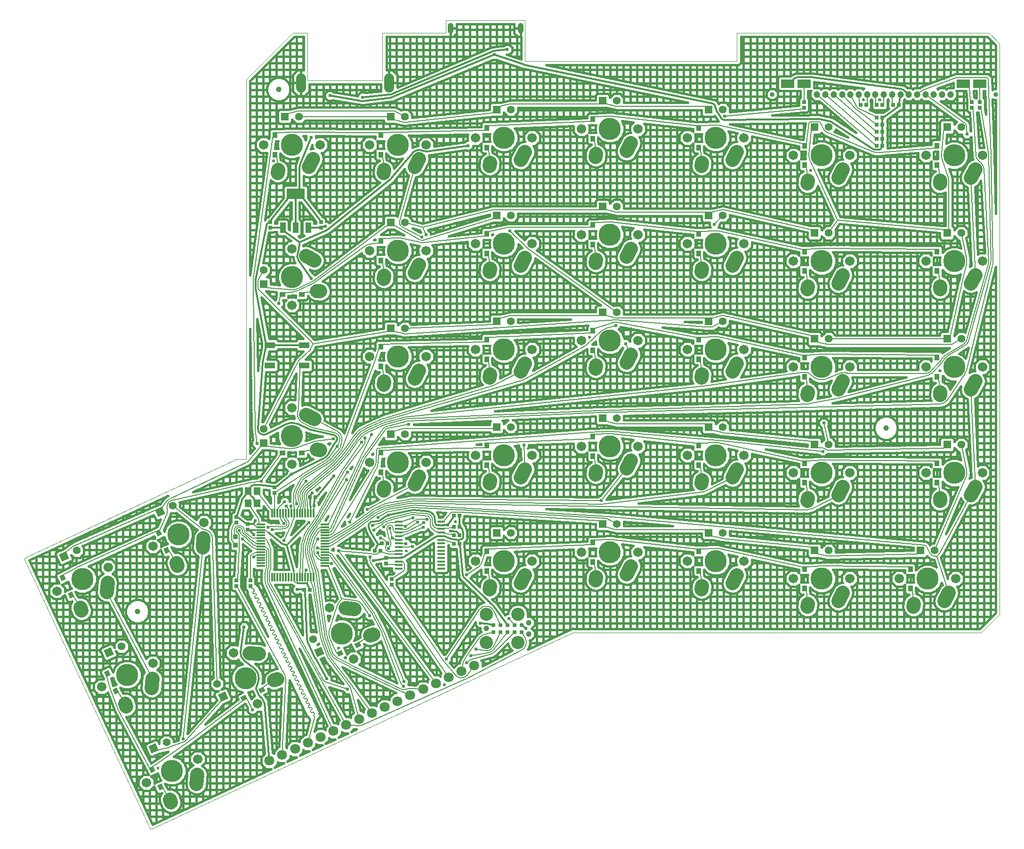
<source format=gbl>
%FSLAX46Y46*%
%OFA0.000000B0.000000*%
%SFA1B1*%
%MOMM*%
%AMFRECTNOHOLE10*
21,1,0.6500,0.6000,0.0000,0.0000,0*
%
%AMFRECTNOHOLE16*
21,1,2.4000,1.5000,0.0000,0.0000,0*
%
%AMFRECTNOHOLE17*
21,1,1.4000,1.4000,0.0000,0.0000,0*
%
%AMFRECTNOHOLE18*
21,1,1.4000,1.4000,0.0000,0.0000,25*
%
%AMFRECTNOHOLE19*
21,1,1.4000,1.4000,0.0000,0.0000,115*
%
%AMFRECTNOHOLE20*
21,1,0.3000,1.5000,0.0000,0.0000,0*
%
%AMFRECTNOHOLE21*
21,1,1.5000,0.3000,0.0000,0.0000,0*
%
%AMFRECTNOHOLE22*
21,1,1.2000,1.4000,0.0000,0.0000,0*
%
%AMFRECTNOHOLE23*
21,1,0.6000,0.6500,0.0000,0.0000,0*
%
%AMFRECTNOHOLE24*
21,1,1.4300,0.4000,0.0000,0.0000,0*
%
%AMFRECTNOHOLE25*
21,1,0.7976,0.7976,0.0000,0.0000,0*
%
%AMFRECTNOHOLE26*
21,1,1.8000,1.1000,0.0000,0.0000,0*
%
%AMFRECTNOHOLE27*
21,1,0.9500,1.9000,0.0000,0.0000,0*
%
%AMFRECTNOHOLE28*
21,1,3.2500,1.9000,0.0000,0.0000,0*
%
%AMFRECTNOHOLE29*
21,1,1.0008,0.8510,0.0000,0.0000,205*
%
%AMFRECTNOHOLE30*
21,1,1.0008,0.8510,0.0000,0.0000,0*
%
%AMFRECTNOHOLE31*
21,1,0.8510,1.0008,0.0000,0.0000,0*
%
%AMFRECTNOHOLE32*
21,1,1.0008,0.8510,0.0000,0.0000,115*
%
%ADD10FRECTNOHOLE10*%
%ADD16FRECTNOHOLE16*%
%ADD17FRECTNOHOLE17*%
%ADD18FRECTNOHOLE18*%
%ADD19FRECTNOHOLE19*%
%ADD20FRECTNOHOLE20*%
%ADD21FRECTNOHOLE21*%
%ADD22FRECTNOHOLE22*%
%ADD23FRECTNOHOLE23*%
%ADD24FRECTNOHOLE24*%
%ADD25FRECTNOHOLE25*%
%ADD26FRECTNOHOLE26*%
%ADD27FRECTNOHOLE27*%
%ADD28FRECTNOHOLE28*%
%ADD29FRECTNOHOLE29*%
%ADD30FRECTNOHOLE30*%
%ADD31FRECTNOHOLE31*%
%ADD32FRECTNOHOLE32*%
%ADD33C,0.0000X0.0000*%
%ADD34C,0.4000X0.0000*%
%ADD35C,0.3810X0.0000*%
%ADD36C,0.3048X0.0000*%
%ADD37C,0.1524X0.0000*%
%ADD39C,0.6096X0.0000*%
%ADD40C,1.8000X0.0000*%
%ADD41C,0.9906X0.0000*%
%ADD42C,2.3748X0.0000*%
%ADD43C,1.0500X0.0000*%
%ADD44C,1.2000X0.0000*%
%ADD45C,0.8500X0.0000*%
%ADD46C,1.0000X0.0000*%
%ADD47C,1.4000X0.0000*%
%ADD48C,3.9878X0.0000*%
%ADD49C,1.7018X0.0000*%
%ADD50C,2.5000X0.0000*%
%ADD51C,0.7874X0.0000*%
%LNICEDRight-B_Cu*%
%LPD*%
G54D10*
X62357000Y-132088000D3*
X62357000Y-133088000D3*
X89281000Y-139454000D3*
X89281000Y-140454000D3*
X90297000Y-144264000D3*
X90297000Y-143264000D3*
X64897000Y-144518000D3*
X64897000Y-143518000D3*
X68453000Y-79002000D3*
X68453000Y-80002000D3*
X77597000Y-79002000D3*
X77597000Y-80002000D3*
X69215000Y-126754000D3*
X69215000Y-127754000D3*
X64389000Y-133358000D3*
X64389000Y-134358000D3*
X196100000Y-58412000D3*
X196100000Y-57412000D3*
X194657000Y-58412000D3*
X194657000Y-57412000D3*
X164465000Y-58412000D3*
X164465000Y-57412000D3*
X62357000Y-144518000D3*
X62357000Y-143518000D3*
G54D16*
X196100000Y-54064000D3*
X193100000Y-54064000D3*
X164500000Y-54064000D3*
X161500000Y-54064000D3*
G54D17*
X90170000Y-79067700D3*
X90170000Y-117168000D3*
X67310000Y-90180200D3*
X67310000Y-118755000D3*
X190182000Y-61925200D3*
X185420000Y-138123000D3*
X166370000Y-61925200D3*
X166370000Y-138123000D3*
X71120000Y-60020200D3*
X147320000Y-134948000D3*
X190182000Y-100023000D3*
X128270000Y-57150000D3*
X128270000Y-133350000D3*
X166370000Y-100023000D3*
X109220000Y-58747700D3*
X109220000Y-134948000D3*
X147320000Y-96848000D3*
X90170000Y-60020200D3*
X128270000Y-95250000D3*
X147320000Y-58747700D3*
X109220000Y-96848000D3*
X109220000Y-115898000D3*
X90170000Y-98118000D3*
X190182000Y-80972700D3*
X190182000Y-119073000D3*
X109220000Y-77797700D3*
X128270000Y-114300000D3*
X128270000Y-76200000D3*
X147320000Y-115898000D3*
X147320000Y-77797700D3*
X166370000Y-119073000D3*
X166370000Y-80972700D3*
G54D18*
X48666000Y-131153700D3*
X31401600Y-139203700D3*
X39450900Y-156467700D3*
X47502700Y-173734700D3*
G54D19*
X77234500Y-156361000D3*
X59972700Y-164417000D3*
G54D20*
X76267000Y-131410000D3*
X75767000Y-131410000D3*
X75267000Y-131410000D3*
X74767000Y-131410000D3*
X74267000Y-131410000D3*
X73767000Y-131410000D3*
X73267000Y-131410000D3*
X72767000Y-131410000D3*
X72267000Y-131410000D3*
X71767000Y-131410000D3*
X71267000Y-131410000D3*
X70767000Y-131410000D3*
X70267000Y-131410000D3*
X69767000Y-131410000D3*
X69267000Y-131410000D3*
X68767000Y-131410000D3*
X68767000Y-142910000D3*
X69267000Y-142910000D3*
X69767000Y-142910000D3*
X70267000Y-142910000D3*
X70767000Y-142910000D3*
X71267000Y-142910000D3*
X71767000Y-142910000D3*
X72267000Y-142910000D3*
X72767000Y-142910000D3*
X73267000Y-142910000D3*
X73767000Y-142910000D3*
X74267000Y-142910000D3*
X74767000Y-142910000D3*
X75267000Y-142910000D3*
X75767000Y-142910000D3*
X76267000Y-142910000D3*
G54D21*
X78267000Y-140910000D3*
X78267000Y-140410000D3*
X78267000Y-139910000D3*
X78267000Y-139410000D3*
X78267000Y-138910000D3*
X78267000Y-138410000D3*
X78267000Y-137910000D3*
X78267000Y-137410000D3*
X78267000Y-136910000D3*
X78267000Y-136410000D3*
X78267000Y-135910000D3*
X78267000Y-135410000D3*
X78267000Y-134910000D3*
X78267000Y-134410000D3*
X78267000Y-133910000D3*
X78267000Y-133410000D3*
X66767000Y-133410000D3*
X66767000Y-133910000D3*
X66767000Y-134410000D3*
X66767000Y-134910000D3*
X66767000Y-135410000D3*
X66767000Y-135910000D3*
X66767000Y-136410000D3*
X66767000Y-136910000D3*
X66767000Y-137410000D3*
X66767000Y-137910000D3*
X66767000Y-138410000D3*
X66767000Y-138910000D3*
X66767000Y-139410000D3*
X66767000Y-139910000D3*
X66767000Y-140410000D3*
X66767000Y-140910000D3*
G54D22*
X66078000Y-129624000D3*
X64478000Y-129624000D3*
X64478000Y-127424000D3*
X66078000Y-127424000D3*
G54D23*
X181475000Y-57912000D3*
X180475000Y-57912000D3*
X102481000Y-136906000D3*
X101481000Y-136906000D3*
X101481000Y-133858000D3*
X102481000Y-133858000D3*
X101481000Y-131826000D3*
X102481000Y-131826000D3*
X89527000Y-136779000D3*
X88527000Y-136779000D3*
X88257000Y-138176000D3*
X87257000Y-138176000D3*
X75573000Y-128524000D3*
X76573000Y-128524000D3*
X74557000Y-145161000D3*
X75557000Y-145161000D3*
X101481000Y-135382000D3*
X102481000Y-135382000D3*
X177554000Y-60198000D3*
X178554000Y-60198000D3*
X177554000Y-61468000D3*
X178554000Y-61468000D3*
X177554000Y-62738000D3*
X178554000Y-62738000D3*
X177554000Y-64008000D3*
X178554000Y-64008000D3*
X174633000Y-57912000D3*
X175633000Y-57912000D3*
X177554000Y-65278000D3*
X178554000Y-65278000D3*
X177554000Y-57912000D3*
X178554000Y-57912000D3*
G54D24*
X91582000Y-132935000D3*
X91582000Y-133585000D3*
X91582000Y-134235000D3*
X91582000Y-134885000D3*
X91582000Y-135535000D3*
X91582000Y-136185000D3*
X91582000Y-136835000D3*
X91582000Y-137485000D3*
X91582000Y-138135000D3*
X91582000Y-138785000D3*
X91582000Y-139435000D3*
X91582000Y-140085000D3*
X91582000Y-140735000D3*
X91582000Y-141385000D3*
X99172000Y-141385000D3*
X99172000Y-140735000D3*
X99172000Y-140085000D3*
X99172000Y-139435000D3*
X99172000Y-138785000D3*
X99172000Y-138135000D3*
X99172000Y-137485000D3*
X99172000Y-136835000D3*
X99172000Y-136185000D3*
X99172000Y-135535000D3*
X99172000Y-134885000D3*
X99172000Y-134235000D3*
X99172000Y-133585000D3*
X99172000Y-132935000D3*
G54D25*
X62212500Y-137168300D3*
X62212500Y-135669700D3*
G54D26*
X74601000Y-101147000D3*
X74601000Y-104847000D3*
X68401000Y-101147000D3*
X68401000Y-104847000D3*
G54D27*
X75325000Y-80012000D3*
X70725000Y-80012000D3*
X73025000Y-80012000D3*
G54D28*
X73025000Y-73912000D3*
G54D29*
X66938000Y-163198500D3*
X63765800Y-164677700D3*
X84202400Y-155146500D3*
X81030200Y-156625700D3*
G54D30*
X74137500Y-92021700D3*
X70637400Y-92021700D3*
X74137500Y-120596000D3*
X70637400Y-120596000D3*
G54D31*
X188340000Y-106850500D3*
X188340000Y-103350400D3*
X164528000Y-106850500D3*
X164528000Y-103350400D3*
X145478000Y-103675500D3*
X145478000Y-100175400D3*
X126428000Y-102077500D3*
X126428000Y-98577400D3*
X107378000Y-103675500D3*
X107378000Y-100175400D3*
X88328500Y-104945500D3*
X88328500Y-101445400D3*
X188340000Y-87800200D3*
X188340000Y-84300100D3*
X164528000Y-87800200D3*
X164528000Y-84300100D3*
X145478000Y-84625200D3*
X145478000Y-81125100D3*
X107378000Y-84625200D3*
X107378000Y-81125100D3*
X88328500Y-85895200D3*
X88328500Y-82395100D3*
X188340000Y-68752700D3*
X188340000Y-65252600D3*
X164528000Y-68752700D3*
X164528000Y-65252600D3*
X88328500Y-66847700D3*
X88328500Y-63347600D3*
X107378000Y-65575200D3*
X107378000Y-62075100D3*
X126428000Y-63977500D3*
X126428000Y-60477400D3*
X145478000Y-65575200D3*
X145478000Y-62075100D3*
X126428000Y-83027500D3*
X126428000Y-79527400D3*
X183578000Y-144950500D3*
X183578000Y-141450400D3*
X164528000Y-144950500D3*
X164528000Y-141450400D3*
X145478000Y-141775500D3*
X145478000Y-138275400D3*
X126428000Y-140177500D3*
X126428000Y-136677400D3*
X107378000Y-141775500D3*
X107378000Y-138275400D3*
X69278500Y-66847700D3*
X69278500Y-63347600D3*
X188340000Y-125900500D3*
X188340000Y-122400400D3*
X164528000Y-125900500D3*
X164528000Y-122400400D3*
X145478000Y-122725500D3*
X145478000Y-119225400D3*
X126428000Y-121127500D3*
X126428000Y-117627400D3*
X107378000Y-122725500D3*
X107378000Y-119225400D3*
X88328500Y-123995500D3*
X88328500Y-120495400D3*
G54D32*
X32618000Y-146168800D3*
X31138800Y-142996600D3*
X49882400Y-138116800D3*
X48403200Y-134944600D3*
X48719100Y-180699800D3*
X47239900Y-177527600D3*
X40667300Y-163432800D3*
X39188100Y-160260600D3*
G54D33*
X62484000Y-121666000D2*
X24384000Y-139446000D1*
X64135000Y-121666000D2*
X62484000Y-121666000D1*
X64135000Y-53340000D2*
X64135000Y-121666000D1*
X72517000Y-44958000D2*
X64135000Y-53340000D1*
X75184000Y-44958000D2*
X72517000Y-44958000D1*
X75184000Y-53467000D2*
X75184000Y-44958000D1*
X88646000Y-53467000D2*
X75184000Y-53467000D1*
X88646000Y-44958000D2*
X88646000Y-53467000D1*
X100076000Y-44958000D2*
X88646000Y-44958000D1*
X100076000Y-42672000D2*
X100076000Y-44958000D1*
X114300000Y-42672000D2*
X100076000Y-42672000D1*
X114300000Y-50038000D2*
X114300000Y-42672000D1*
X152400000Y-50038000D2*
X114300000Y-50038000D1*
X152400000Y-44958000D2*
X152400000Y-50038000D1*
X197739000Y-44958000D2*
X152400000Y-44958000D1*
X199644000Y-46863000D2*
X197739000Y-44958000D1*
X199644000Y-149606000D2*
X199644000Y-46863000D1*
X196342000Y-152908000D2*
X199644000Y-149606000D1*
X127127000Y-152908000D2*
X196342000Y-152908000D1*
X122936000Y-152908000D2*
X127127000Y-152908000D1*
X47244000Y-188214000D2*
X122936000Y-152908000D1*
X46863000Y-188214000D2*
X47244000Y-188214000D1*
X24257000Y-139700000D2*
X46863000Y-188214000D1*
X24384000Y-139446000D2*
X24257000Y-139700000D1*
G54D34*
X184584500Y-145260000D2*
X184584500Y-145374700D1*
X184584500Y-144739000D2*
X184584500Y-145260000D1*
X185231400Y-145385900D2*
X184584500Y-144739000D1*
X186177800Y-145777900D2*
X185231400Y-145385900D1*
X187202200Y-145777900D2*
X186177800Y-145777900D1*
X188148600Y-145385900D2*
X187202200Y-145777900D1*
X188872900Y-144661600D2*
X188148600Y-145385900D1*
X189190800Y-143894100D2*
X188872900Y-144661600D1*
X189335800Y-144329000D2*
X189190800Y-143894100D1*
X189074900Y-144536500D2*
X189335800Y-144329000D1*
X187912200Y-146634200D2*
X189074900Y-144536500D1*
X187829700Y-147357900D2*
X187912200Y-146634200D1*
X188030500Y-148058100D2*
X187829700Y-147357900D1*
X188484000Y-148628200D2*
X188030500Y-148058100D1*
X189121100Y-148981300D2*
X188484000Y-148628200D1*
X189844800Y-149063800D2*
X189121100Y-148981300D1*
X190545000Y-148863000D2*
X189844800Y-149063800D1*
X191115100Y-148409500D2*
X190545000Y-148863000D1*
X192277800Y-146311800D2*
X191115100Y-148409500D1*
X192360300Y-145588100D2*
X192277800Y-146311800D1*
X192159500Y-144887900D2*
X192360300Y-145588100D1*
X191958200Y-144634900D2*
X192159500Y-144887900D1*
X192363100Y-144634900D2*
X191958200Y-144634900D1*
X193201900Y-143796100D2*
X192363100Y-144634900D1*
X193201900Y-142609900D2*
X193201900Y-143796100D1*
X192363100Y-141771100D2*
X193201900Y-142609900D1*
X191176900Y-141771100D2*
X192363100Y-141771100D1*
X190338100Y-142609900D2*
X191176900Y-141771100D1*
X190338100Y-143179300D2*
X190338100Y-142609900D1*
X189070200Y-139375700D2*
X190338100Y-143179300D1*
X189202300Y-139227100D2*
X189070200Y-139375700D1*
X189203000Y-139226300D2*
X189202300Y-139227100D1*
X189242600Y-139181600D2*
X189203000Y-139226300D1*
X189255500Y-139167000D2*
X189242600Y-139181600D1*
X189278900Y-139137200D2*
X189255500Y-139167000D1*
X189289800Y-139121700D2*
X189278900Y-139137200D1*
X189357100Y-139025200D2*
X189289800Y-139121700D1*
X189368300Y-139009200D2*
X189357100Y-139025200D1*
X189388600Y-138975900D2*
X189368300Y-139009200D1*
X189397700Y-138959000D2*
X189388600Y-138975900D1*
X189424400Y-138909000D2*
X189397700Y-138959000D1*
X189425000Y-138907900D2*
X189424400Y-138909000D1*
X194222800Y-129970000D2*
X189425000Y-138907900D1*
X194606800Y-130013800D2*
X194222800Y-129970000D1*
X195307000Y-129813000D2*
X194606800Y-130013800D1*
X195877100Y-129359500D2*
X195307000Y-129813000D1*
X197039800Y-127261800D2*
X195877100Y-129359500D1*
X197122300Y-126538100D2*
X197039800Y-127261800D1*
X196921500Y-125837900D2*
X197122300Y-126538100D1*
X196720200Y-125584900D2*
X196921500Y-125837900D1*
X197125100Y-125584900D2*
X196720200Y-125584900D1*
X197963900Y-124746100D2*
X197125100Y-125584900D1*
X197963900Y-123559900D2*
X197963900Y-124746100D1*
X197125100Y-122721100D2*
X197963900Y-123559900D1*
X195938900Y-122721100D2*
X197125100Y-122721100D1*
X195745800Y-122914200D2*
X195938900Y-122721100D1*
X195188100Y-110797100D2*
X195745800Y-122914200D1*
X195307000Y-110763000D2*
X195188100Y-110797100D1*
X195877100Y-110309500D2*
X195307000Y-110763000D1*
X197039800Y-108211800D2*
X195877100Y-110309500D1*
X197122300Y-107488100D2*
X197039800Y-108211800D1*
X196921500Y-106787900D2*
X197122300Y-107488100D1*
X196720200Y-106534900D2*
X196921500Y-106787900D1*
X197125100Y-106534900D2*
X196720200Y-106534900D1*
X197963900Y-105696100D2*
X197125100Y-106534900D1*
X197963900Y-104509900D2*
X197963900Y-105696100D1*
X197125100Y-103671100D2*
X197963900Y-104509900D1*
X195938900Y-103671100D2*
X197125100Y-103671100D1*
X195100100Y-104509900D2*
X195938900Y-103671100D1*
X195100100Y-105696100D2*
X195100100Y-104509900D1*
X195196400Y-105792400D2*
X195100100Y-105696100D1*
X195107200Y-105782200D2*
X195196400Y-105792400D1*
X194407000Y-105983000D2*
X195107200Y-105782200D1*
X194235500Y-106118500D2*
X194407000Y-105983000D1*
X194247200Y-106092300D2*
X194235500Y-106118500D1*
X194266200Y-106036900D2*
X194247200Y-106092300D1*
X194273100Y-106008700D2*
X194266200Y-106036900D1*
X194322200Y-105809500D2*
X194273100Y-106008700D1*
X198935000Y-87063700D2*
X194322200Y-105809500D1*
X198935000Y-149312300D2*
X198935000Y-87063700D1*
X196048300Y-152199000D2*
X198935000Y-149312300D1*
X127420700Y-152199000D2*
X196048300Y-152199000D1*
X126833300Y-152199000D2*
X127420700Y-152199000D1*
X123061000Y-152199000D2*
X126833300Y-152199000D1*
X122902400Y-152141300D2*
X123061000Y-152199000D1*
X122778700Y-152199000D2*
X122902400Y-152141300D1*
X122642300Y-152199000D2*
X122778700Y-152199000D1*
X122523100Y-152318200D2*
X122642300Y-152199000D1*
X114790700Y-155924900D2*
X122523100Y-152318200D1*
X114962400Y-155648300D2*
X114790700Y-155924900D1*
X114985400Y-155611200D2*
X114962400Y-155648300D1*
X115021700Y-155530500D2*
X114985400Y-155611200D1*
X115034200Y-155488300D2*
X115021700Y-155530500D1*
X115148000Y-155103900D2*
X115034200Y-155488300D1*
X115160400Y-155062000D2*
X115148000Y-155103900D1*
X115174000Y-154974600D2*
X115160400Y-155062000D1*
X115174900Y-154930300D2*
X115174000Y-154974600D1*
X115182900Y-154526900D2*
X115174900Y-154930300D1*
X115183800Y-154483300D2*
X115182900Y-154526900D1*
X115173800Y-154395400D2*
X115183800Y-154483300D1*
X115162900Y-154352600D2*
X115173800Y-154395400D1*
X115134000Y-154238300D2*
X115162900Y-154352600D1*
X115380800Y-154238300D2*
X115134000Y-154238300D1*
X116011300Y-153607800D2*
X115380800Y-154238300D1*
X116011300Y-152716200D2*
X116011300Y-153607800D1*
X115441100Y-152146000D2*
X116011300Y-152716200D1*
X116011300Y-151575800D2*
X115441100Y-152146000D1*
X116011300Y-150684200D2*
X116011300Y-151575800D1*
X115380800Y-150053700D2*
X116011300Y-150684200D1*
X114758800Y-150053700D2*
X115380800Y-150053700D1*
X114798500Y-149957800D2*
X114758800Y-150053700D1*
X114798500Y-149254200D2*
X114798500Y-149957800D1*
X114529300Y-148604200D2*
X114798500Y-149254200D1*
X114031800Y-148106700D2*
X114529300Y-148604200D1*
X113381800Y-147837500D2*
X114031800Y-148106700D1*
X112678200Y-147837500D2*
X113381800Y-147837500D1*
X112028200Y-148106700D2*
X112678200Y-147837500D1*
X111530700Y-148604200D2*
X112028200Y-148106700D1*
X111261500Y-149254200D2*
X111530700Y-148604200D1*
X111261500Y-149482200D2*
X111261500Y-149254200D1*
X111012100Y-149482200D2*
X111261500Y-149482200D1*
X110744700Y-149749600D2*
X111012100Y-149482200D1*
X109479900Y-148021500D2*
X110744700Y-149749600D1*
X109432200Y-147956200D2*
X109479900Y-148021500D1*
X109423100Y-147943800D2*
X109432200Y-147956200D1*
X109403200Y-147918800D2*
X109423100Y-147943800D1*
X109392900Y-147906900D2*
X109403200Y-147918800D1*
X109283300Y-147781100D2*
X109392900Y-147906900D1*
X109273200Y-147769500D2*
X109283300Y-147781100D1*
X109252100Y-147747200D2*
X109273200Y-147769500D1*
X109240800Y-147736300D2*
X109252100Y-147747200D1*
X109181700Y-147679000D2*
X109240800Y-147736300D1*
X108373700Y-146896200D2*
X109181700Y-147679000D1*
X108876300Y-146728000D2*
X108373700Y-146896200D1*
X109426000Y-146250100D2*
X108876300Y-146728000D1*
X109751000Y-145598200D2*
X109426000Y-146250100D1*
X109842100Y-144292900D2*
X109751000Y-145598200D1*
X109610900Y-143602200D2*
X109842100Y-144292900D1*
X109133000Y-143052500D2*
X109610900Y-143602200D1*
X108481100Y-142727500D2*
X109133000Y-143052500D1*
X108441000Y-142724700D2*
X108481100Y-142727500D1*
X108384500Y-142241700D2*
X108441000Y-142724700D1*
X108384500Y-142199700D2*
X108384500Y-142241700D1*
X108384500Y-142085000D2*
X108384500Y-142199700D1*
X108384500Y-141564000D2*
X108384500Y-142085000D1*
X109031400Y-142210900D2*
X108384500Y-141564000D1*
X109977800Y-142602900D2*
X109031400Y-142210900D1*
X111002200Y-142602900D2*
X109977800Y-142602900D1*
X111948600Y-142210900D2*
X111002200Y-142602900D1*
X112672900Y-141486600D2*
X111948600Y-142210900D1*
X113064900Y-140540200D2*
X112672900Y-141486600D1*
X113064900Y-139515800D2*
X113064900Y-140540200D1*
X112672900Y-138569400D2*
X113064900Y-139515800D1*
X112411200Y-138307700D2*
X112672900Y-138569400D1*
X123028100Y-137879500D2*
X112411200Y-138307700D1*
X123028100Y-139023100D2*
X123028100Y-137879500D1*
X123866900Y-139861900D2*
X123028100Y-139023100D1*
X125053100Y-139861900D2*
X123866900Y-139861900D1*
X125421500Y-139493500D2*
X125053100Y-139861900D1*
X125421500Y-139677100D2*
X125421500Y-139493500D1*
X125421500Y-139917800D2*
X125421500Y-139677100D1*
X125421500Y-140677900D2*
X125421500Y-139917800D1*
X125421500Y-140918600D2*
X125421500Y-140677900D1*
X125761800Y-141258900D2*
X125421500Y-140918600D1*
X126002500Y-141258900D2*
X125761800Y-141258900D1*
X126183000Y-141258900D2*
X126002500Y-141258900D1*
X126186100Y-141285800D2*
X126183000Y-141258900D1*
X126113700Y-141310000D2*
X126186100Y-141285800D1*
X125564000Y-141787900D2*
X126113700Y-141310000D1*
X125239000Y-142439800D2*
X125564000Y-141787900D1*
X125147900Y-143745100D2*
X125239000Y-142439800D1*
X125379100Y-144435800D2*
X125147900Y-143745100D1*
X125857000Y-144985500D2*
X125379100Y-144435800D1*
X126508900Y-145310500D2*
X125857000Y-144985500D1*
X127235600Y-145361200D2*
X126508900Y-145310500D1*
X127926300Y-145130000D2*
X127235600Y-145361200D1*
X128476000Y-144652100D2*
X127926300Y-145130000D1*
X128801000Y-144000200D2*
X128476000Y-144652100D1*
X128892100Y-142694900D2*
X128801000Y-144000200D1*
X128660900Y-142004200D2*
X128892100Y-142694900D1*
X128183000Y-141454500D2*
X128660900Y-142004200D1*
X127531100Y-141129500D2*
X128183000Y-141454500D1*
X127491000Y-141126700D2*
X127531100Y-141129500D1*
X127434500Y-140643800D2*
X127491000Y-141126700D1*
X127434500Y-140601700D2*
X127434500Y-140643800D1*
X127434500Y-140487000D2*
X127434500Y-140601700D1*
X127434500Y-139966000D2*
X127434500Y-140487000D1*
X128081400Y-140612900D2*
X127434500Y-139966000D1*
X129027800Y-141004900D2*
X128081400Y-140612900D1*
X130052200Y-141004900D2*
X129027800Y-141004900D1*
X130998600Y-140612900D2*
X130052200Y-141004900D1*
X131722900Y-139888600D2*
X130998600Y-140612900D1*
X132114900Y-138942200D2*
X131722900Y-139888600D1*
X132114900Y-137917800D2*
X132114900Y-138942200D1*
X131745000Y-137024800D2*
X132114900Y-137917800D1*
X133773400Y-137251600D2*
X131745000Y-137024800D1*
X133188100Y-137836900D2*
X133773400Y-137251600D1*
X133188100Y-139023100D2*
X133188100Y-137836900D1*
X133284400Y-139119400D2*
X133188100Y-139023100D1*
X133195200Y-139109200D2*
X133284400Y-139119400D1*
X132495000Y-139310000D2*
X133195200Y-139109200D1*
X131924900Y-139763500D2*
X132495000Y-139310000D1*
X130762200Y-141861200D2*
X131924900Y-139763500D1*
X130679700Y-142584900D2*
X130762200Y-141861200D1*
X130880500Y-143285100D2*
X130679700Y-142584900D1*
X131334000Y-143855200D2*
X130880500Y-143285100D1*
X131971100Y-144208300D2*
X131334000Y-143855200D1*
X132694800Y-144290800D2*
X131971100Y-144208300D1*
X133395000Y-144090000D2*
X132694800Y-144290800D1*
X133965100Y-143636500D2*
X133395000Y-144090000D1*
X135127800Y-141538800D2*
X133965100Y-143636500D1*
X135210300Y-140815100D2*
X135127800Y-141538800D1*
X135009500Y-140114900D2*
X135210300Y-140815100D1*
X134808200Y-139861900D2*
X135009500Y-140114900D1*
X135213100Y-139861900D2*
X134808200Y-139861900D1*
X136051900Y-139023100D2*
X135213100Y-139861900D1*
X136051900Y-137836900D2*
X136051900Y-139023100D1*
X135679800Y-137464800D2*
X136051900Y-137836900D1*
X144471500Y-138447900D2*
X135679800Y-137464800D1*
X144471500Y-138775800D2*
X144471500Y-138447900D1*
X144471500Y-138964500D2*
X144471500Y-138775800D1*
X144103100Y-138596100D2*
X144471500Y-138964500D1*
X142916900Y-138596100D2*
X144103100Y-138596100D1*
X142078100Y-139434900D2*
X142916900Y-138596100D1*
X142078100Y-140621100D2*
X142078100Y-139434900D1*
X142916900Y-141459900D2*
X142078100Y-140621100D1*
X144103100Y-141459900D2*
X142916900Y-141459900D1*
X144471500Y-141091500D2*
X144103100Y-141459900D1*
X144471500Y-141275100D2*
X144471500Y-141091500D1*
X144471500Y-141515800D2*
X144471500Y-141275100D1*
X144471500Y-142275900D2*
X144471500Y-141515800D1*
X144471500Y-142516600D2*
X144471500Y-142275900D1*
X144811800Y-142856900D2*
X144471500Y-142516600D1*
X145052500Y-142856900D2*
X144811800Y-142856900D1*
X145233000Y-142856900D2*
X145052500Y-142856900D1*
X145236100Y-142883800D2*
X145233000Y-142856900D1*
X145163700Y-142908000D2*
X145236100Y-142883800D1*
X144614000Y-143385900D2*
X145163700Y-142908000D1*
X144289000Y-144037800D2*
X144614000Y-143385900D1*
X144197900Y-145343100D2*
X144289000Y-144037800D1*
X144429100Y-146033800D2*
X144197900Y-145343100D1*
X144907000Y-146583500D2*
X144429100Y-146033800D1*
X145558900Y-146908500D2*
X144907000Y-146583500D1*
X146285600Y-146959200D2*
X145558900Y-146908500D1*
X146976300Y-146728000D2*
X146285600Y-146959200D1*
X147526000Y-146250100D2*
X146976300Y-146728000D1*
X147851000Y-145598200D2*
X147526000Y-146250100D1*
X147942100Y-144292900D2*
X147851000Y-145598200D1*
X147710900Y-143602200D2*
X147942100Y-144292900D1*
X147233000Y-143052500D2*
X147710900Y-143602200D1*
X146581100Y-142727500D2*
X147233000Y-143052500D1*
X146541000Y-142724700D2*
X146581100Y-142727500D1*
X146484500Y-142241700D2*
X146541000Y-142724700D1*
X146484500Y-142199700D2*
X146484500Y-142241700D1*
X146484500Y-142085000D2*
X146484500Y-142199700D1*
X146484500Y-141564000D2*
X146484500Y-142085000D1*
X147131400Y-142210900D2*
X146484500Y-141564000D1*
X148077800Y-142602900D2*
X147131400Y-142210900D1*
X149102200Y-142602900D2*
X148077800Y-142602900D1*
X150048600Y-142210900D2*
X149102200Y-142602900D1*
X150772900Y-141486600D2*
X150048600Y-142210900D1*
X151164900Y-140540200D2*
X150772900Y-141486600D1*
X151164900Y-139515800D2*
X151164900Y-140540200D1*
X150887000Y-138844900D2*
X151164900Y-139515800D1*
X152483200Y-139189800D2*
X150887000Y-138844900D1*
X152238100Y-139434900D2*
X152483200Y-139189800D1*
X152238100Y-140621100D2*
X152238100Y-139434900D1*
X152334400Y-140717400D2*
X152238100Y-140621100D1*
X152245200Y-140707200D2*
X152334400Y-140717400D1*
X151545000Y-140908000D2*
X152245200Y-140707200D1*
X150974900Y-141361500D2*
X151545000Y-140908000D1*
X149812200Y-143459200D2*
X150974900Y-141361500D1*
X149729700Y-144182900D2*
X149812200Y-143459200D1*
X149930500Y-144883100D2*
X149729700Y-144182900D1*
X150384000Y-145453200D2*
X149930500Y-144883100D1*
X151021100Y-145806300D2*
X150384000Y-145453200D1*
X151744800Y-145888800D2*
X151021100Y-145806300D1*
X152445000Y-145688000D2*
X151744800Y-145888800D1*
X153015100Y-145234500D2*
X152445000Y-145688000D1*
X154177800Y-143136800D2*
X153015100Y-145234500D1*
X154260300Y-142413100D2*
X154177800Y-143136800D1*
X154059500Y-141712900D2*
X154260300Y-142413100D1*
X153858200Y-141459900D2*
X154059500Y-141712900D1*
X154263100Y-141459900D2*
X153858200Y-141459900D1*
X155101900Y-140621100D2*
X154263100Y-141459900D1*
X155101900Y-139755600D2*
X155101900Y-140621100D1*
X163521500Y-141574800D2*
X155101900Y-139755600D1*
X163521500Y-141950800D2*
X163521500Y-141574800D1*
X163521500Y-142139500D2*
X163521500Y-141950800D1*
X163153100Y-141771100D2*
X163521500Y-142139500D1*
X161966900Y-141771100D2*
X163153100Y-141771100D1*
X161128100Y-142609900D2*
X161966900Y-141771100D1*
X161128100Y-143796100D2*
X161128100Y-142609900D1*
X161966900Y-144634900D2*
X161128100Y-143796100D1*
X163153100Y-144634900D2*
X161966900Y-144634900D1*
X163521500Y-144266500D2*
X163153100Y-144634900D1*
X163521500Y-144450100D2*
X163521500Y-144266500D1*
X163521500Y-144690800D2*
X163521500Y-144450100D1*
X163521500Y-145450900D2*
X163521500Y-144690800D1*
X163521500Y-145691600D2*
X163521500Y-145450900D1*
X163861800Y-146031900D2*
X163521500Y-145691600D1*
X164102500Y-146031900D2*
X163861800Y-146031900D1*
X164283000Y-146031900D2*
X164102500Y-146031900D1*
X164286100Y-146058800D2*
X164283000Y-146031900D1*
X164213700Y-146083000D2*
X164286100Y-146058800D1*
X163664000Y-146560900D2*
X164213700Y-146083000D1*
X163339000Y-147212800D2*
X163664000Y-146560900D1*
X163247900Y-148518100D2*
X163339000Y-147212800D1*
X163479100Y-149208800D2*
X163247900Y-148518100D1*
X163957000Y-149758500D2*
X163479100Y-149208800D1*
X164608900Y-150083500D2*
X163957000Y-149758500D1*
X165335600Y-150134200D2*
X164608900Y-150083500D1*
X166026300Y-149903000D2*
X165335600Y-150134200D1*
X166576000Y-149425100D2*
X166026300Y-149903000D1*
X166901000Y-148773200D2*
X166576000Y-149425100D1*
X166992100Y-147467900D2*
X166901000Y-148773200D1*
X166760900Y-146777200D2*
X166992100Y-147467900D1*
X166283000Y-146227500D2*
X166760900Y-146777200D1*
X165631100Y-145902500D2*
X166283000Y-146227500D1*
X165591000Y-145899700D2*
X165631100Y-145902500D1*
X165534500Y-145416700D2*
X165591000Y-145899700D1*
X165534500Y-145374700D2*
X165534500Y-145416700D1*
X165534500Y-145260000D2*
X165534500Y-145374700D1*
X165534500Y-144739000D2*
X165534500Y-145260000D1*
X166181400Y-145385900D2*
X165534500Y-144739000D1*
X167127800Y-145777900D2*
X166181400Y-145385900D1*
X168152200Y-145777900D2*
X167127800Y-145777900D1*
X169098600Y-145385900D2*
X168152200Y-145777900D1*
X169822900Y-144661600D2*
X169098600Y-145385900D1*
X170214900Y-143715200D2*
X169822900Y-144661600D1*
X170214900Y-142690800D2*
X170214900Y-143715200D1*
X169822900Y-141744400D2*
X170214900Y-142690800D1*
X169655800Y-141577300D2*
X169822900Y-141744400D1*
X182571500Y-141678900D2*
X169655800Y-141577300D1*
X182571500Y-141950800D2*
X182571500Y-141678900D1*
X182571500Y-142139500D2*
X182571500Y-141950800D1*
X182203100Y-141771100D2*
X182571500Y-142139500D1*
X181016900Y-141771100D2*
X182203100Y-141771100D1*
X180178100Y-142609900D2*
X181016900Y-141771100D1*
X180178100Y-143796100D2*
X180178100Y-142609900D1*
X181016900Y-144634900D2*
X180178100Y-143796100D1*
X182203100Y-144634900D2*
X181016900Y-144634900D1*
X182571500Y-144266500D2*
X182203100Y-144634900D1*
X182571500Y-144450100D2*
X182571500Y-144266500D1*
X182571500Y-144690800D2*
X182571500Y-144450100D1*
X182571500Y-145450900D2*
X182571500Y-144690800D1*
X182571500Y-145691600D2*
X182571500Y-145450900D1*
X182911800Y-146031900D2*
X182571500Y-145691600D1*
X183152500Y-146031900D2*
X182911800Y-146031900D1*
X183333000Y-146031900D2*
X183152500Y-146031900D1*
X183336100Y-146058800D2*
X183333000Y-146031900D1*
X183263700Y-146083000D2*
X183336100Y-146058800D1*
X182714000Y-146560900D2*
X183263700Y-146083000D1*
X182389000Y-147212800D2*
X182714000Y-146560900D1*
X182297900Y-148518100D2*
X182389000Y-147212800D1*
X182529100Y-149208800D2*
X182297900Y-148518100D1*
X183007000Y-149758500D2*
X182529100Y-149208800D1*
X183658900Y-150083500D2*
X183007000Y-149758500D1*
X184385600Y-150134200D2*
X183658900Y-150083500D1*
X185076300Y-149903000D2*
X184385600Y-150134200D1*
X185626000Y-149425100D2*
X185076300Y-149903000D1*
X185951000Y-148773200D2*
X185626000Y-149425100D1*
X186042100Y-147467900D2*
X185951000Y-148773200D1*
X185810900Y-146777200D2*
X186042100Y-147467900D1*
X185333000Y-146227500D2*
X185810900Y-146777200D1*
X184681100Y-145902500D2*
X185333000Y-146227500D1*
X184641000Y-145899700D2*
X184681100Y-145902500D1*
X184584500Y-145416700D2*
X184641000Y-145899700D1*
X184584500Y-145374700D2*
X184584500Y-145416700D1*
X184584500Y-145374700D2*
X184584500Y-145416700D1*
X184584500Y-145416700D2*
X184641000Y-145899700D1*
X184641000Y-145899700D2*
X184681100Y-145902500D1*
X184681100Y-145902500D2*
X185333000Y-146227500D1*
X185333000Y-146227500D2*
X185810900Y-146777200D1*
X185810900Y-146777200D2*
X186042100Y-147467900D1*
X186042100Y-147467900D2*
X185951000Y-148773200D1*
X185951000Y-148773200D2*
X185626000Y-149425100D1*
X185626000Y-149425100D2*
X185076300Y-149903000D1*
X185076300Y-149903000D2*
X184385600Y-150134200D1*
X184385600Y-150134200D2*
X183658900Y-150083500D1*
X183658900Y-150083500D2*
X183007000Y-149758500D1*
X183007000Y-149758500D2*
X182529100Y-149208800D1*
X182529100Y-149208800D2*
X182297900Y-148518100D1*
X182297900Y-148518100D2*
X182389000Y-147212800D1*
X182389000Y-147212800D2*
X182714000Y-146560900D1*
X182714000Y-146560900D2*
X183263700Y-146083000D1*
X183263700Y-146083000D2*
X183336100Y-146058800D1*
X183336100Y-146058800D2*
X183333000Y-146031900D1*
X183333000Y-146031900D2*
X183152500Y-146031900D1*
X183152500Y-146031900D2*
X182911800Y-146031900D1*
X182911800Y-146031900D2*
X182571500Y-145691600D1*
X182571500Y-145691600D2*
X182571500Y-145450900D1*
X182571500Y-145450900D2*
X182571500Y-144690800D1*
X182571500Y-144690800D2*
X182571500Y-144450100D1*
X182571500Y-144450100D2*
X182571500Y-144266500D1*
X182571500Y-144266500D2*
X182203100Y-144634900D1*
X182203100Y-144634900D2*
X181016900Y-144634900D1*
X181016900Y-144634900D2*
X180178100Y-143796100D1*
X180178100Y-143796100D2*
X180178100Y-142609900D1*
X180178100Y-142609900D2*
X181016900Y-141771100D1*
X181016900Y-141771100D2*
X182203100Y-141771100D1*
X182203100Y-141771100D2*
X182571500Y-142139500D1*
X182571500Y-142139500D2*
X182571500Y-141950800D1*
X182571500Y-141950800D2*
X182571500Y-141678900D1*
X182571500Y-141678900D2*
X169655800Y-141577300D1*
X169655800Y-141577300D2*
X169822900Y-141744400D1*
X169822900Y-141744400D2*
X170214900Y-142690800D1*
X170214900Y-142690800D2*
X170214900Y-143715200D1*
X170214900Y-143715200D2*
X169822900Y-144661600D1*
X169822900Y-144661600D2*
X169098600Y-145385900D1*
X169098600Y-145385900D2*
X168152200Y-145777900D1*
X168152200Y-145777900D2*
X167127800Y-145777900D1*
X167127800Y-145777900D2*
X166181400Y-145385900D1*
X166181400Y-145385900D2*
X165534500Y-144739000D1*
X165534500Y-144739000D2*
X165534500Y-145260000D1*
X165534500Y-145260000D2*
X165534500Y-145374700D1*
X165534500Y-145374700D2*
X165534500Y-145416700D1*
X165534500Y-145416700D2*
X165591000Y-145899700D1*
X165591000Y-145899700D2*
X165631100Y-145902500D1*
X165631100Y-145902500D2*
X166283000Y-146227500D1*
X166283000Y-146227500D2*
X166760900Y-146777200D1*
X166760900Y-146777200D2*
X166992100Y-147467900D1*
X166992100Y-147467900D2*
X166901000Y-148773200D1*
X166901000Y-148773200D2*
X166576000Y-149425100D1*
X166576000Y-149425100D2*
X166026300Y-149903000D1*
X166026300Y-149903000D2*
X165335600Y-150134200D1*
X165335600Y-150134200D2*
X164608900Y-150083500D1*
X164608900Y-150083500D2*
X163957000Y-149758500D1*
X163957000Y-149758500D2*
X163479100Y-149208800D1*
X163479100Y-149208800D2*
X163247900Y-148518100D1*
X163247900Y-148518100D2*
X163339000Y-147212800D1*
X163339000Y-147212800D2*
X163664000Y-146560900D1*
X163664000Y-146560900D2*
X164213700Y-146083000D1*
X164213700Y-146083000D2*
X164286100Y-146058800D1*
X164286100Y-146058800D2*
X164283000Y-146031900D1*
X164283000Y-146031900D2*
X164102500Y-146031900D1*
X164102500Y-146031900D2*
X163861800Y-146031900D1*
X163861800Y-146031900D2*
X163521500Y-145691600D1*
X163521500Y-145691600D2*
X163521500Y-145450900D1*
X163521500Y-145450900D2*
X163521500Y-144690800D1*
X163521500Y-144690800D2*
X163521500Y-144450100D1*
X163521500Y-144450100D2*
X163521500Y-144266500D1*
X163521500Y-144266500D2*
X163153100Y-144634900D1*
X163153100Y-144634900D2*
X161966900Y-144634900D1*
X161966900Y-144634900D2*
X161128100Y-143796100D1*
X161128100Y-143796100D2*
X161128100Y-142609900D1*
X161128100Y-142609900D2*
X161966900Y-141771100D1*
X161966900Y-141771100D2*
X163153100Y-141771100D1*
X163153100Y-141771100D2*
X163521500Y-142139500D1*
X163521500Y-142139500D2*
X163521500Y-141950800D1*
X163521500Y-141950800D2*
X163521500Y-141574800D1*
X163521500Y-141574800D2*
X155101900Y-139755600D1*
X155101900Y-139755600D2*
X155101900Y-140621100D1*
X155101900Y-140621100D2*
X154263100Y-141459900D1*
X154263100Y-141459900D2*
X153858200Y-141459900D1*
X153858200Y-141459900D2*
X154059500Y-141712900D1*
X154059500Y-141712900D2*
X154260300Y-142413100D1*
X154260300Y-142413100D2*
X154177800Y-143136800D1*
X154177800Y-143136800D2*
X153015100Y-145234500D1*
X153015100Y-145234500D2*
X152445000Y-145688000D1*
X152445000Y-145688000D2*
X151744800Y-145888800D1*
X151744800Y-145888800D2*
X151021100Y-145806300D1*
X151021100Y-145806300D2*
X150384000Y-145453200D1*
X150384000Y-145453200D2*
X149930500Y-144883100D1*
X149930500Y-144883100D2*
X149729700Y-144182900D1*
X149729700Y-144182900D2*
X149812200Y-143459200D1*
X149812200Y-143459200D2*
X150974900Y-141361500D1*
X150974900Y-141361500D2*
X151545000Y-140908000D1*
X151545000Y-140908000D2*
X152245200Y-140707200D1*
X152245200Y-140707200D2*
X152334400Y-140717400D1*
X152334400Y-140717400D2*
X152238100Y-140621100D1*
X152238100Y-140621100D2*
X152238100Y-139434900D1*
X152238100Y-139434900D2*
X152483200Y-139189800D1*
X152483200Y-139189800D2*
X150887000Y-138844900D1*
X150887000Y-138844900D2*
X151164900Y-139515800D1*
X151164900Y-139515800D2*
X151164900Y-140540200D1*
X151164900Y-140540200D2*
X150772900Y-141486600D1*
X150772900Y-141486600D2*
X150048600Y-142210900D1*
X150048600Y-142210900D2*
X149102200Y-142602900D1*
X149102200Y-142602900D2*
X148077800Y-142602900D1*
X148077800Y-142602900D2*
X147131400Y-142210900D1*
X147131400Y-142210900D2*
X146484500Y-141564000D1*
X146484500Y-141564000D2*
X146484500Y-142085000D1*
X146484500Y-142085000D2*
X146484500Y-142199700D1*
X146484500Y-142199700D2*
X146484500Y-142241700D1*
X146484500Y-142241700D2*
X146541000Y-142724700D1*
X146541000Y-142724700D2*
X146581100Y-142727500D1*
X146581100Y-142727500D2*
X147233000Y-143052500D1*
X147233000Y-143052500D2*
X147710900Y-143602200D1*
X147710900Y-143602200D2*
X147942100Y-144292900D1*
X147942100Y-144292900D2*
X147851000Y-145598200D1*
X147851000Y-145598200D2*
X147526000Y-146250100D1*
X147526000Y-146250100D2*
X146976300Y-146728000D1*
X146976300Y-146728000D2*
X146285600Y-146959200D1*
X146285600Y-146959200D2*
X145558900Y-146908500D1*
X145558900Y-146908500D2*
X144907000Y-146583500D1*
X144907000Y-146583500D2*
X144429100Y-146033800D1*
X144429100Y-146033800D2*
X144197900Y-145343100D1*
X144197900Y-145343100D2*
X144289000Y-144037800D1*
X144289000Y-144037800D2*
X144614000Y-143385900D1*
X144614000Y-143385900D2*
X145163700Y-142908000D1*
X145163700Y-142908000D2*
X145236100Y-142883800D1*
X145236100Y-142883800D2*
X145233000Y-142856900D1*
X145233000Y-142856900D2*
X145052500Y-142856900D1*
X145052500Y-142856900D2*
X144811800Y-142856900D1*
X144811800Y-142856900D2*
X144471500Y-142516600D1*
X144471500Y-142516600D2*
X144471500Y-142275900D1*
X144471500Y-142275900D2*
X144471500Y-141515800D1*
X144471500Y-141515800D2*
X144471500Y-141275100D1*
X144471500Y-141275100D2*
X144471500Y-141091500D1*
X144471500Y-141091500D2*
X144103100Y-141459900D1*
X144103100Y-141459900D2*
X142916900Y-141459900D1*
X142916900Y-141459900D2*
X142078100Y-140621100D1*
X142078100Y-140621100D2*
X142078100Y-139434900D1*
X142078100Y-139434900D2*
X142916900Y-138596100D1*
X142916900Y-138596100D2*
X144103100Y-138596100D1*
X144103100Y-138596100D2*
X144471500Y-138964500D1*
X144471500Y-138964500D2*
X144471500Y-138775800D1*
X144471500Y-138775800D2*
X144471500Y-138447900D1*
X144471500Y-138447900D2*
X135679800Y-137464800D1*
X135679800Y-137464800D2*
X136051900Y-137836900D1*
X136051900Y-137836900D2*
X136051900Y-139023100D1*
X136051900Y-139023100D2*
X135213100Y-139861900D1*
X135213100Y-139861900D2*
X134808200Y-139861900D1*
X134808200Y-139861900D2*
X135009500Y-140114900D1*
X135009500Y-140114900D2*
X135210300Y-140815100D1*
X135210300Y-140815100D2*
X135127800Y-141538800D1*
X135127800Y-141538800D2*
X133965100Y-143636500D1*
X133965100Y-143636500D2*
X133395000Y-144090000D1*
X133395000Y-144090000D2*
X132694800Y-144290800D1*
X132694800Y-144290800D2*
X131971100Y-144208300D1*
X131971100Y-144208300D2*
X131334000Y-143855200D1*
X131334000Y-143855200D2*
X130880500Y-143285100D1*
X130880500Y-143285100D2*
X130679700Y-142584900D1*
X130679700Y-142584900D2*
X130762200Y-141861200D1*
X130762200Y-141861200D2*
X131924900Y-139763500D1*
X131924900Y-139763500D2*
X132495000Y-139310000D1*
X132495000Y-139310000D2*
X133195200Y-139109200D1*
X133195200Y-139109200D2*
X133284400Y-139119400D1*
X133284400Y-139119400D2*
X133188100Y-139023100D1*
X133188100Y-139023100D2*
X133188100Y-137836900D1*
X133188100Y-137836900D2*
X133773400Y-137251600D1*
X133773400Y-137251600D2*
X131745000Y-137024800D1*
X131745000Y-137024800D2*
X132114900Y-137917800D1*
X132114900Y-137917800D2*
X132114900Y-138942200D1*
X132114900Y-138942200D2*
X131722900Y-139888600D1*
X131722900Y-139888600D2*
X130998600Y-140612900D1*
X130998600Y-140612900D2*
X130052200Y-141004900D1*
X130052200Y-141004900D2*
X129027800Y-141004900D1*
X129027800Y-141004900D2*
X128081400Y-140612900D1*
X128081400Y-140612900D2*
X127434500Y-139966000D1*
X127434500Y-139966000D2*
X127434500Y-140487000D1*
X127434500Y-140487000D2*
X127434500Y-140601700D1*
X127434500Y-140601700D2*
X127434500Y-140643800D1*
X127434500Y-140643800D2*
X127491000Y-141126700D1*
X127491000Y-141126700D2*
X127531100Y-141129500D1*
X127531100Y-141129500D2*
X128183000Y-141454500D1*
X128183000Y-141454500D2*
X128660900Y-142004200D1*
X128660900Y-142004200D2*
X128892100Y-142694900D1*
X128892100Y-142694900D2*
X128801000Y-144000200D1*
X128801000Y-144000200D2*
X128476000Y-144652100D1*
X128476000Y-144652100D2*
X127926300Y-145130000D1*
X127926300Y-145130000D2*
X127235600Y-145361200D1*
X127235600Y-145361200D2*
X126508900Y-145310500D1*
X126508900Y-145310500D2*
X125857000Y-144985500D1*
X125857000Y-144985500D2*
X125379100Y-144435800D1*
X125379100Y-144435800D2*
X125147900Y-143745100D1*
X125147900Y-143745100D2*
X125239000Y-142439800D1*
X125239000Y-142439800D2*
X125564000Y-141787900D1*
X125564000Y-141787900D2*
X126113700Y-141310000D1*
X126113700Y-141310000D2*
X126186100Y-141285800D1*
X126186100Y-141285800D2*
X126183000Y-141258900D1*
X126183000Y-141258900D2*
X126002500Y-141258900D1*
X126002500Y-141258900D2*
X125761800Y-141258900D1*
X125761800Y-141258900D2*
X125421500Y-140918600D1*
X125421500Y-140918600D2*
X125421500Y-140677900D1*
X125421500Y-140677900D2*
X125421500Y-139917800D1*
X125421500Y-139917800D2*
X125421500Y-139677100D1*
X125421500Y-139677100D2*
X125421500Y-139493500D1*
X125421500Y-139493500D2*
X125053100Y-139861900D1*
X125053100Y-139861900D2*
X123866900Y-139861900D1*
X123866900Y-139861900D2*
X123028100Y-139023100D1*
X123028100Y-139023100D2*
X123028100Y-137879500D1*
X123028100Y-137879500D2*
X112411200Y-138307700D1*
X112411200Y-138307700D2*
X112672900Y-138569400D1*
X112672900Y-138569400D2*
X113064900Y-139515800D1*
X113064900Y-139515800D2*
X113064900Y-140540200D1*
X113064900Y-140540200D2*
X112672900Y-141486600D1*
X112672900Y-141486600D2*
X111948600Y-142210900D1*
X111948600Y-142210900D2*
X111002200Y-142602900D1*
X111002200Y-142602900D2*
X109977800Y-142602900D1*
X109977800Y-142602900D2*
X109031400Y-142210900D1*
X109031400Y-142210900D2*
X108384500Y-141564000D1*
X108384500Y-141564000D2*
X108384500Y-142085000D1*
X108384500Y-142085000D2*
X108384500Y-142199700D1*
X108384500Y-142199700D2*
X108384500Y-142241700D1*
X108384500Y-142241700D2*
X108441000Y-142724700D1*
X108441000Y-142724700D2*
X108481100Y-142727500D1*
X108481100Y-142727500D2*
X109133000Y-143052500D1*
X109133000Y-143052500D2*
X109610900Y-143602200D1*
X109610900Y-143602200D2*
X109842100Y-144292900D1*
X109842100Y-144292900D2*
X109751000Y-145598200D1*
X109751000Y-145598200D2*
X109426000Y-146250100D1*
X109426000Y-146250100D2*
X108876300Y-146728000D1*
X108876300Y-146728000D2*
X108373700Y-146896200D1*
X108373700Y-146896200D2*
X109181700Y-147679000D1*
X109181700Y-147679000D2*
X109240800Y-147736300D1*
X109240800Y-147736300D2*
X109252100Y-147747200D1*
X109252100Y-147747200D2*
X109273200Y-147769500D1*
X109273200Y-147769500D2*
X109283300Y-147781100D1*
X109283300Y-147781100D2*
X109392900Y-147906900D1*
X109392900Y-147906900D2*
X109403200Y-147918800D1*
X109403200Y-147918800D2*
X109423100Y-147943800D1*
X109423100Y-147943800D2*
X109432200Y-147956200D1*
X109432200Y-147956200D2*
X109479900Y-148021500D1*
X109479900Y-148021500D2*
X110744700Y-149749600D1*
X110744700Y-149749600D2*
X111012100Y-149482200D1*
X111012100Y-149482200D2*
X111261500Y-149482200D1*
X111261500Y-149482200D2*
X111261500Y-149254200D1*
X111261500Y-149254200D2*
X111530700Y-148604200D1*
X111530700Y-148604200D2*
X112028200Y-148106700D1*
X112028200Y-148106700D2*
X112678200Y-147837500D1*
X112678200Y-147837500D2*
X113381800Y-147837500D1*
X113381800Y-147837500D2*
X114031800Y-148106700D1*
X114031800Y-148106700D2*
X114529300Y-148604200D1*
X114529300Y-148604200D2*
X114798500Y-149254200D1*
X114798500Y-149254200D2*
X114798500Y-149957800D1*
X114798500Y-149957800D2*
X114758800Y-150053700D1*
X114758800Y-150053700D2*
X115380800Y-150053700D1*
X115380800Y-150053700D2*
X116011300Y-150684200D1*
X116011300Y-150684200D2*
X116011300Y-151575800D1*
X116011300Y-151575800D2*
X115441100Y-152146000D1*
X115441100Y-152146000D2*
X116011300Y-152716200D1*
X116011300Y-152716200D2*
X116011300Y-153607800D1*
X116011300Y-153607800D2*
X115380800Y-154238300D1*
X115380800Y-154238300D2*
X115134000Y-154238300D1*
X115134000Y-154238300D2*
X115162900Y-154352600D1*
X115162900Y-154352600D2*
X115173800Y-154395400D1*
X115173800Y-154395400D2*
X115183800Y-154483300D1*
X115183800Y-154483300D2*
X115182900Y-154526900D1*
X115182900Y-154526900D2*
X115174900Y-154930300D1*
X115174900Y-154930300D2*
X115174000Y-154974600D1*
X115174000Y-154974600D2*
X115160400Y-155062000D1*
X115160400Y-155062000D2*
X115148000Y-155103900D1*
X115148000Y-155103900D2*
X115034200Y-155488300D1*
X115034200Y-155488300D2*
X115021700Y-155530500D1*
X115021700Y-155530500D2*
X114985400Y-155611200D1*
X114985400Y-155611200D2*
X114962400Y-155648300D1*
X114962400Y-155648300D2*
X114790700Y-155924900D1*
X114790700Y-155924900D2*
X122523100Y-152318200D1*
X122523100Y-152318200D2*
X122642300Y-152199000D1*
X122642300Y-152199000D2*
X122778700Y-152199000D1*
X122778700Y-152199000D2*
X122902400Y-152141300D1*
X122902400Y-152141300D2*
X123061000Y-152199000D1*
X123061000Y-152199000D2*
X126833300Y-152199000D1*
X126833300Y-152199000D2*
X127420700Y-152199000D1*
X127420700Y-152199000D2*
X196048300Y-152199000D1*
X196048300Y-152199000D2*
X198935000Y-149312300D1*
X198935000Y-149312300D2*
X198935000Y-87063700D1*
X198935000Y-87063700D2*
X194322200Y-105809500D1*
X194322200Y-105809500D2*
X194273100Y-106008700D1*
X194273100Y-106008700D2*
X194266200Y-106036900D1*
X194266200Y-106036900D2*
X194247200Y-106092300D1*
X194247200Y-106092300D2*
X194235500Y-106118500D1*
X194235500Y-106118500D2*
X194407000Y-105983000D1*
X194407000Y-105983000D2*
X195107200Y-105782200D1*
X195107200Y-105782200D2*
X195196400Y-105792400D1*
X195196400Y-105792400D2*
X195100100Y-105696100D1*
X195100100Y-105696100D2*
X195100100Y-104509900D1*
X195100100Y-104509900D2*
X195938900Y-103671100D1*
X195938900Y-103671100D2*
X197125100Y-103671100D1*
X197125100Y-103671100D2*
X197963900Y-104509900D1*
X197963900Y-104509900D2*
X197963900Y-105696100D1*
X197963900Y-105696100D2*
X197125100Y-106534900D1*
X197125100Y-106534900D2*
X196720200Y-106534900D1*
X196720200Y-106534900D2*
X196921500Y-106787900D1*
X196921500Y-106787900D2*
X197122300Y-107488100D1*
X197122300Y-107488100D2*
X197039800Y-108211800D1*
X197039800Y-108211800D2*
X195877100Y-110309500D1*
X195877100Y-110309500D2*
X195307000Y-110763000D1*
X195307000Y-110763000D2*
X195188100Y-110797100D1*
X195188100Y-110797100D2*
X195745800Y-122914200D1*
X195745800Y-122914200D2*
X195938900Y-122721100D1*
X195938900Y-122721100D2*
X197125100Y-122721100D1*
X197125100Y-122721100D2*
X197963900Y-123559900D1*
X197963900Y-123559900D2*
X197963900Y-124746100D1*
X197963900Y-124746100D2*
X197125100Y-125584900D1*
X197125100Y-125584900D2*
X196720200Y-125584900D1*
X196720200Y-125584900D2*
X196921500Y-125837900D1*
X196921500Y-125837900D2*
X197122300Y-126538100D1*
X197122300Y-126538100D2*
X197039800Y-127261800D1*
X197039800Y-127261800D2*
X195877100Y-129359500D1*
X195877100Y-129359500D2*
X195307000Y-129813000D1*
X195307000Y-129813000D2*
X194606800Y-130013800D1*
X194606800Y-130013800D2*
X194222800Y-129970000D1*
X194222800Y-129970000D2*
X189425000Y-138907900D1*
X189425000Y-138907900D2*
X189424400Y-138909000D1*
X189424400Y-138909000D2*
X189397700Y-138959000D1*
X189397700Y-138959000D2*
X189388600Y-138975900D1*
X189388600Y-138975900D2*
X189368300Y-139009200D1*
X189368300Y-139009200D2*
X189357100Y-139025200D1*
X189357100Y-139025200D2*
X189289800Y-139121700D1*
X189289800Y-139121700D2*
X189278900Y-139137200D1*
X189278900Y-139137200D2*
X189255500Y-139167000D1*
X189255500Y-139167000D2*
X189242600Y-139181600D1*
X189242600Y-139181600D2*
X189203000Y-139226300D1*
X189203000Y-139226300D2*
X189202300Y-139227100D1*
X189202300Y-139227100D2*
X189070200Y-139375700D1*
X189070200Y-139375700D2*
X190338100Y-143179300D1*
X190338100Y-143179300D2*
X190338100Y-142609900D1*
X190338100Y-142609900D2*
X191176900Y-141771100D1*
X191176900Y-141771100D2*
X192363100Y-141771100D1*
X192363100Y-141771100D2*
X193201900Y-142609900D1*
X193201900Y-142609900D2*
X193201900Y-143796100D1*
X193201900Y-143796100D2*
X192363100Y-144634900D1*
X192363100Y-144634900D2*
X191958200Y-144634900D1*
X191958200Y-144634900D2*
X192159500Y-144887900D1*
X192159500Y-144887900D2*
X192360300Y-145588100D1*
X192360300Y-145588100D2*
X192277800Y-146311800D1*
X192277800Y-146311800D2*
X191115100Y-148409500D1*
X191115100Y-148409500D2*
X190545000Y-148863000D1*
X190545000Y-148863000D2*
X189844800Y-149063800D1*
X189844800Y-149063800D2*
X189121100Y-148981300D1*
X189121100Y-148981300D2*
X188484000Y-148628200D1*
X188484000Y-148628200D2*
X188030500Y-148058100D1*
X188030500Y-148058100D2*
X187829700Y-147357900D1*
X187829700Y-147357900D2*
X187912200Y-146634200D1*
X187912200Y-146634200D2*
X189074900Y-144536500D1*
X189074900Y-144536500D2*
X189335800Y-144329000D1*
X189335800Y-144329000D2*
X189190800Y-143894100D1*
X189190800Y-143894100D2*
X188872900Y-144661600D1*
X188872900Y-144661600D2*
X188148600Y-145385900D1*
X188148600Y-145385900D2*
X187202200Y-145777900D1*
X187202200Y-145777900D2*
X186177800Y-145777900D1*
X186177800Y-145777900D2*
X185231400Y-145385900D1*
X185231400Y-145385900D2*
X184584500Y-144739000D1*
X184584500Y-144739000D2*
X184584500Y-145260000D1*
X184584500Y-145260000D2*
X184584500Y-145374700D1*
X115758200Y-141459900D2*
X115959500Y-141712900D1*
X115959500Y-141712900D2*
X116160300Y-142413100D1*
X116160300Y-142413100D2*
X116077800Y-143136800D1*
X116077800Y-143136800D2*
X114915100Y-145234500D1*
X114915100Y-145234500D2*
X114345000Y-145688000D1*
X114345000Y-145688000D2*
X113644800Y-145888800D1*
X113644800Y-145888800D2*
X112921100Y-145806300D1*
X112921100Y-145806300D2*
X112284000Y-145453200D1*
X112284000Y-145453200D2*
X111830500Y-144883100D1*
X111830500Y-144883100D2*
X111629700Y-144182900D1*
X111629700Y-144182900D2*
X111712200Y-143459200D1*
X111712200Y-143459200D2*
X112874900Y-141361500D1*
X112874900Y-141361500D2*
X113445000Y-140908000D1*
X113445000Y-140908000D2*
X114145200Y-140707200D1*
X114145200Y-140707200D2*
X114234400Y-140717400D1*
X114234400Y-140717400D2*
X114138100Y-140621100D1*
X114138100Y-140621100D2*
X114138100Y-139434900D1*
X114138100Y-139434900D2*
X114976900Y-138596100D1*
X114976900Y-138596100D2*
X116163100Y-138596100D1*
X116163100Y-138596100D2*
X117001900Y-139434900D1*
X117001900Y-139434900D2*
X117001900Y-140621100D1*
X117001900Y-140621100D2*
X116163100Y-141459900D1*
X116163100Y-141459900D2*
X115758200Y-141459900D1*
X172908200Y-144634900D2*
X173109500Y-144887900D1*
X173109500Y-144887900D2*
X173310300Y-145588100D1*
X173310300Y-145588100D2*
X173227800Y-146311800D1*
X173227800Y-146311800D2*
X172065100Y-148409500D1*
X172065100Y-148409500D2*
X171495000Y-148863000D1*
X171495000Y-148863000D2*
X170794800Y-149063800D1*
X170794800Y-149063800D2*
X170071100Y-148981300D1*
X170071100Y-148981300D2*
X169434000Y-148628200D1*
X169434000Y-148628200D2*
X168980500Y-148058100D1*
X168980500Y-148058100D2*
X168779700Y-147357900D1*
X168779700Y-147357900D2*
X168862200Y-146634200D1*
X168862200Y-146634200D2*
X170024900Y-144536500D1*
X170024900Y-144536500D2*
X170595000Y-144083000D1*
X170595000Y-144083000D2*
X171295200Y-143882200D1*
X171295200Y-143882200D2*
X171384400Y-143892400D1*
X171384400Y-143892400D2*
X171288100Y-143796100D1*
X171288100Y-143796100D2*
X171288100Y-142609900D1*
X171288100Y-142609900D2*
X172126900Y-141771100D1*
X172126900Y-141771100D2*
X173313100Y-141771100D1*
X173313100Y-141771100D2*
X174151900Y-142609900D1*
X174151900Y-142609900D2*
X174151900Y-143796100D1*
X174151900Y-143796100D2*
X173313100Y-144634900D1*
X173313100Y-144634900D2*
X172908200Y-144634900D1*
X198803000Y-87600000D2*
X198935000Y-87600000D1*
X198507700Y-88800000D2*
X198935000Y-88800000D1*
X198212500Y-90000000D2*
X198935000Y-90000000D1*
X197917200Y-91200000D2*
X198935000Y-91200000D1*
X197621900Y-92400000D2*
X198935000Y-92400000D1*
X197326600Y-93600000D2*
X198935000Y-93600000D1*
X197031300Y-94800000D2*
X198935000Y-94800000D1*
X196736000Y-96000000D2*
X198935000Y-96000000D1*
X196440700Y-97200000D2*
X198935000Y-97200000D1*
X196145500Y-98400000D2*
X198935000Y-98400000D1*
X195850200Y-99600000D2*
X198935000Y-99600000D1*
X195554900Y-100800000D2*
X198935000Y-100800000D1*
X195259600Y-102000000D2*
X198935000Y-102000000D1*
X194964300Y-103200000D2*
X198935000Y-103200000D1*
X194669000Y-104400000D2*
X195210000Y-104400000D1*
X197854000Y-104400000D2*
X198935000Y-104400000D1*
X194373800Y-105600000D2*
X195100100Y-105600000D1*
X197963900Y-105600000D2*
X198935000Y-105600000D1*
X196925000Y-106800000D2*
X198935000Y-106800000D1*
X197063900Y-108000000D2*
X198935000Y-108000000D1*
X196492100Y-109200000D2*
X198935000Y-109200000D1*
X195763300Y-110400000D2*
X198935000Y-110400000D1*
X195225100Y-111600000D2*
X198935000Y-111600000D1*
X195280300Y-112800000D2*
X198935000Y-112800000D1*
X195335500Y-114000000D2*
X198935000Y-114000000D1*
X195390700Y-115200000D2*
X198935000Y-115200000D1*
X195446000Y-116400000D2*
X198935000Y-116400000D1*
X195501200Y-117600000D2*
X198935000Y-117600000D1*
X195556400Y-118800000D2*
X198935000Y-118800000D1*
X195611700Y-120000000D2*
X198935000Y-120000000D1*
X195666900Y-121200000D2*
X198935000Y-121200000D1*
X195722100Y-122400000D2*
X198935000Y-122400000D1*
X197963900Y-123600000D2*
X198935000Y-123600000D1*
X197910000Y-124800000D2*
X198935000Y-124800000D1*
X196968000Y-126000000D2*
X198935000Y-126000000D1*
X197046800Y-127200000D2*
X198935000Y-127200000D1*
X196408900Y-128400000D2*
X198935000Y-128400000D1*
X195574800Y-129600000D2*
X198935000Y-129600000D1*
X193777300Y-130800000D2*
X198935000Y-130800000D1*
X193133100Y-132000000D2*
X198935000Y-132000000D1*
X192489000Y-133200000D2*
X198935000Y-133200000D1*
X191844800Y-134400000D2*
X198935000Y-134400000D1*
X191200700Y-135600000D2*
X198935000Y-135600000D1*
X190556500Y-136800000D2*
X198935000Y-136800000D1*
X120040400Y-138000000D2*
X123028100Y-138000000D1*
X132114900Y-138000000D2*
X133188100Y-138000000D1*
X136051900Y-138000000D2*
X140466000Y-138000000D1*
X189912400Y-138000000D2*
X198935000Y-138000000D1*
X112934100Y-139200000D2*
X114373000Y-139200000D1*
X116767000Y-139200000D2*
X123205000Y-139200000D1*
X132008100Y-139200000D2*
X132878600Y-139200000D1*
X135875000Y-139200000D2*
X142313000Y-139200000D1*
X151034100Y-139200000D2*
X152473000Y-139200000D1*
X189226300Y-139200000D2*
X198935000Y-139200000D1*
X113064900Y-140400000D2*
X114138100Y-140400000D1*
X117001900Y-140400000D2*
X125421500Y-140400000D1*
X127434500Y-140400000D2*
X127868500Y-140400000D1*
X131211500Y-140400000D2*
X131572100Y-140400000D1*
X135091300Y-140400000D2*
X142078100Y-140400000D1*
X151164900Y-140400000D2*
X152238100Y-140400000D1*
X155101900Y-140400000D2*
X158084300Y-140400000D1*
X189411600Y-140400000D2*
X198935000Y-140400000D1*
X108384500Y-141600000D2*
X108420500Y-141600000D1*
X112559500Y-141600000D2*
X112742700Y-141600000D1*
X115869700Y-141600000D2*
X125780100Y-141600000D1*
X128309500Y-141600000D2*
X130907000Y-141600000D1*
X135093900Y-141600000D2*
X144471500Y-141600000D1*
X146484500Y-141600000D2*
X146520500Y-141600000D1*
X150659500Y-141600000D2*
X150842700Y-141600000D1*
X153969700Y-141600000D2*
X163521500Y-141600000D1*
X169678500Y-141600000D2*
X172541500Y-141600000D1*
X189811700Y-141600000D2*
X198935000Y-141600000D1*
X108626500Y-142800000D2*
X112077600Y-142800000D1*
X116116200Y-142800000D2*
X125213900Y-142800000D1*
X128884800Y-142800000D2*
X130741400Y-142800000D1*
X134428700Y-142800000D2*
X144754900Y-142800000D1*
X146726500Y-142800000D2*
X150177600Y-142800000D1*
X154216200Y-142800000D2*
X161128100Y-142800000D1*
X170214900Y-142800000D2*
X171288100Y-142800000D1*
X174151900Y-142800000D2*
X180178100Y-142800000D1*
X190211700Y-142800000D2*
X190338100Y-142800000D1*
X193201900Y-142800000D2*
X198935000Y-142800000D1*
X109744100Y-144000000D2*
X111650600Y-144000000D1*
X115599400Y-144000000D2*
X125233200Y-144000000D1*
X128801000Y-144000000D2*
X131595300Y-144000000D1*
X133508100Y-144000000D2*
X144307800Y-144000000D1*
X147844100Y-144000000D2*
X149750600Y-144000000D1*
X153699400Y-144000000D2*
X161332000Y-144000000D1*
X170096900Y-144000000D2*
X170884400Y-144000000D1*
X173948000Y-144000000D2*
X180382000Y-144000000D1*
X189146900Y-144000000D2*
X189226100Y-144000000D1*
X192998000Y-144000000D2*
X198935000Y-144000000D1*
X109778800Y-145200000D2*
X112082600Y-145200000D1*
X114934200Y-145200000D2*
X126287300Y-145200000D1*
X127717200Y-145200000D2*
X144207900Y-145200000D1*
X147878800Y-145200000D2*
X150182600Y-145200000D1*
X153034200Y-145200000D2*
X163521500Y-145200000D1*
X165534500Y-145200000D2*
X165995500Y-145200000D1*
X169284500Y-145200000D2*
X169657100Y-145200000D1*
X173199000Y-145200000D2*
X182571500Y-145200000D1*
X184584500Y-145200000D2*
X185045500Y-145200000D1*
X188334500Y-145200000D2*
X188707100Y-145200000D1*
X192249000Y-145200000D2*
X198935000Y-145200000D1*
X109253600Y-146400000D2*
X144747500Y-146400000D1*
X147353600Y-146400000D2*
X163849100Y-146400000D1*
X166433000Y-146400000D2*
X168992000Y-146400000D1*
X173178900Y-146400000D2*
X182899100Y-146400000D1*
X185483000Y-146400000D2*
X188042000Y-146400000D1*
X192228900Y-146400000D2*
X198935000Y-146400000D1*
X109100200Y-147600000D2*
X163312000Y-147600000D1*
X166982900Y-147600000D2*
X168849100Y-147600000D1*
X172513800Y-147600000D2*
X182362000Y-147600000D1*
X186032900Y-147600000D2*
X187899100Y-147600000D1*
X191563800Y-147600000D2*
X198935000Y-147600000D1*
X110049700Y-148800000D2*
X111449600Y-148800000D1*
X114610400Y-148800000D2*
X163342300Y-148800000D1*
X166887600Y-148800000D2*
X169744000Y-148800000D1*
X171574200Y-148800000D2*
X182392300Y-148800000D1*
X185937600Y-148800000D2*
X188794000Y-148800000D1*
X190624200Y-148800000D2*
X198935000Y-148800000D1*
X114781000Y-150000000D2*
X164441400Y-150000000D1*
X165736500Y-150000000D2*
X183491400Y-150000000D1*
X184786500Y-150000000D2*
X198247300Y-150000000D1*
X116011300Y-151200000D2*
X197047300Y-151200000D1*
X115695100Y-152400000D2*
X122347700Y-152400000D1*
X116011300Y-153600000D2*
X119775100Y-153600000D1*
X115177500Y-154800000D2*
X117202400Y-154800000D1*
X198000000Y-90863400D2*
X198000000Y-150247300D1*
X196800000Y-95740100D2*
X196800000Y-103671100D1*
X196800000Y-106534900D2*
X196800000Y-106635200D1*
X196800000Y-108644400D2*
X196800000Y-122721100D1*
X196800000Y-125584900D2*
X196800000Y-125685200D1*
X196800000Y-127694400D2*
X196800000Y-151447300D1*
X195600000Y-100616700D2*
X195600000Y-104010000D1*
X195600000Y-110529900D2*
X195600000Y-119746400D1*
X195600000Y-129579900D2*
X195600000Y-152199000D1*
X194400000Y-105493300D2*
X194400000Y-105988500D1*
X194400000Y-129990200D2*
X194400000Y-152199000D1*
X193200000Y-131875400D2*
X193200000Y-142608000D1*
X193200000Y-143798000D2*
X193200000Y-152199000D1*
X192000000Y-134110900D2*
X192000000Y-141771100D1*
X192000000Y-144634900D2*
X192000000Y-144687400D1*
X192000000Y-146813000D2*
X192000000Y-152199000D1*
X190800000Y-136346400D2*
X190800000Y-142148000D1*
X190800000Y-148660200D2*
X190800000Y-152199000D1*
X189600000Y-138581900D2*
X189600000Y-140965100D1*
X189600000Y-149035900D2*
X189600000Y-152199000D1*
X188400000Y-145134500D2*
X188400000Y-145754100D1*
X188400000Y-148522600D2*
X188400000Y-152199000D1*
X187200000Y-145777900D2*
X187200000Y-152199000D1*
X186000000Y-145704300D2*
X186000000Y-147342100D1*
X186000000Y-148071100D2*
X186000000Y-152199000D1*
X184800000Y-144954500D2*
X184800000Y-145961800D1*
X184800000Y-149995500D2*
X184800000Y-152199000D1*
X183600000Y-150054100D2*
X183600000Y-152199000D1*
X182400000Y-141677600D2*
X182400000Y-141968000D1*
X182400000Y-144438000D2*
X182400000Y-147190700D1*
X182400000Y-148823100D2*
X182400000Y-152199000D1*
X181200000Y-141668100D2*
X181200000Y-141771100D1*
X181200000Y-144634900D2*
X181200000Y-152199000D1*
X180000000Y-141658700D2*
X180000000Y-152199000D1*
X178800000Y-141649200D2*
X178800000Y-152199000D1*
X177600000Y-141639800D2*
X177600000Y-152199000D1*
X176400000Y-141630400D2*
X176400000Y-152199000D1*
X175200000Y-141620900D2*
X175200000Y-152199000D1*
X174000000Y-141611500D2*
X174000000Y-142458000D1*
X174000000Y-143948000D2*
X174000000Y-152199000D1*
X172800000Y-141602000D2*
X172800000Y-141771100D1*
X172800000Y-147083600D2*
X172800000Y-152199000D1*
X171600000Y-141592600D2*
X171600000Y-142298000D1*
X171600000Y-148779500D2*
X171600000Y-152199000D1*
X170400000Y-141583200D2*
X170400000Y-144238100D1*
X170400000Y-149018800D2*
X170400000Y-152199000D1*
X169200000Y-145284500D2*
X169200000Y-146024800D1*
X169200000Y-148334000D2*
X169200000Y-152199000D1*
X168000000Y-145777900D2*
X168000000Y-152199000D1*
X166800000Y-145642100D2*
X166800000Y-146894000D1*
X166800000Y-148975800D2*
X166800000Y-152199000D1*
X165600000Y-144804500D2*
X165600000Y-145900300D1*
X165600000Y-150045700D2*
X165600000Y-152199000D1*
X164400000Y-149979400D2*
X164400000Y-152199000D1*
X163200000Y-141505300D2*
X163200000Y-141818000D1*
X163200000Y-144588000D2*
X163200000Y-152199000D1*
X162000000Y-141246100D2*
X162000000Y-141771100D1*
X162000000Y-144634900D2*
X162000000Y-152199000D1*
X160800000Y-140986800D2*
X160800000Y-152199000D1*
X159600000Y-140727500D2*
X159600000Y-152199000D1*
X158400000Y-140468200D2*
X158400000Y-152199000D1*
X157200000Y-140208900D2*
X157200000Y-152199000D1*
X156000000Y-139949700D2*
X156000000Y-152199000D1*
X154800000Y-140923000D2*
X154800000Y-152199000D1*
X153600000Y-144179200D2*
X153600000Y-152199000D1*
X152400000Y-139171800D2*
X152400000Y-139273000D1*
X152400000Y-145700900D2*
X152400000Y-152199000D1*
X151200000Y-138912500D2*
X151200000Y-141182400D1*
X151200000Y-145826700D2*
X151200000Y-152199000D1*
X150000000Y-142231000D2*
X150000000Y-143120400D1*
X150000000Y-144970500D2*
X150000000Y-152199000D1*
X148800000Y-142602900D2*
X148800000Y-152199000D1*
X147600000Y-142405000D2*
X147600000Y-143474600D1*
X147600000Y-146101700D2*
X147600000Y-152199000D1*
X146400000Y-146920900D2*
X146400000Y-152199000D1*
X145200000Y-142856900D2*
X145200000Y-142895900D1*
X145200000Y-146729600D2*
X145200000Y-152199000D1*
X144000000Y-138395200D2*
X144000000Y-138596100D1*
X144000000Y-141459900D2*
X144000000Y-152199000D1*
X142800000Y-138261000D2*
X142800000Y-138713000D1*
X142800000Y-141343000D2*
X142800000Y-152199000D1*
X141600000Y-138126800D2*
X141600000Y-152199000D1*
X140400000Y-137992600D2*
X140400000Y-152199000D1*
X139200000Y-137858400D2*
X139200000Y-152199000D1*
X138000000Y-137724200D2*
X138000000Y-152199000D1*
X136800000Y-137590100D2*
X136800000Y-152199000D1*
X135600000Y-139475000D2*
X135600000Y-152199000D1*
X134400000Y-142851900D2*
X134400000Y-152199000D1*
X133200000Y-137187500D2*
X133200000Y-137825000D1*
X133200000Y-139035000D2*
X133200000Y-139109700D1*
X133200000Y-144145900D2*
X133200000Y-152199000D1*
X132000000Y-137053300D2*
X132000000Y-137640400D1*
X132000000Y-139219600D2*
X132000000Y-139703800D1*
X132000000Y-144211600D2*
X132000000Y-152199000D1*
X130800000Y-140695200D2*
X130800000Y-141793000D1*
X130800000Y-143004400D2*
X130800000Y-152199000D1*
X129600000Y-141004900D2*
X129600000Y-152199000D1*
X128400000Y-140744900D2*
X128400000Y-141704100D1*
X128400000Y-144718200D2*
X128400000Y-152199000D1*
X127200000Y-145358700D2*
X127200000Y-152199000D1*
X126000000Y-141258900D2*
X126000000Y-141408800D1*
X126000000Y-145056800D2*
X126000000Y-152199000D1*
X124800000Y-139861900D2*
X124800000Y-152199000D1*
X123600000Y-139595000D2*
X123600000Y-152199000D1*
X122400000Y-137904800D2*
X122400000Y-152375600D1*
X121200000Y-137953200D2*
X121200000Y-152935300D1*
X120000000Y-138001600D2*
X120000000Y-153495100D1*
X118800000Y-138050000D2*
X118800000Y-154054800D1*
X117600000Y-138098400D2*
X117600000Y-154614500D1*
X116400000Y-138146800D2*
X116400000Y-138833000D1*
X116400000Y-141223000D2*
X116400000Y-155174300D1*
X115200000Y-138195200D2*
X115200000Y-138596100D1*
X115200000Y-144720500D2*
X115200000Y-150053700D1*
X115200000Y-154238300D2*
X115200000Y-155734000D1*
X114000000Y-138243600D2*
X114000000Y-140748800D1*
X114000000Y-145786900D2*
X114000000Y-148093500D1*
X112800000Y-138292000D2*
X112800000Y-138876300D1*
X112800000Y-141179700D2*
X112800000Y-141496600D1*
X112800000Y-145739200D2*
X112800000Y-147837500D1*
X111600000Y-142355300D2*
X111600000Y-148534900D1*
X110400000Y-142602900D2*
X110400000Y-149278600D1*
X109200000Y-142280700D2*
X109200000Y-143129600D1*
X109200000Y-146446600D2*
X109200000Y-147696700D1*
X49762200Y-180555000D2*
X49810600Y-180658900D1*
X49532200Y-180061900D2*
X49762200Y-180555000D1*
X50287800Y-180374900D2*
X49532200Y-180061900D1*
X51312200Y-180374900D2*
X50287800Y-180374900D1*
X52258600Y-179982900D2*
X51312200Y-180374900D1*
X52982900Y-179258600D2*
X52258600Y-179982900D1*
X53374900Y-178312200D2*
X52982900Y-179258600D1*
X53374900Y-177287800D2*
X53374900Y-178312200D1*
X52982900Y-176341400D2*
X53374900Y-177287800D1*
X52258600Y-175617100D2*
X52982900Y-176341400D1*
X51312200Y-175225100D2*
X52258600Y-175617100D1*
X51078000Y-175225100D2*
X51312200Y-175225100D1*
X53756600Y-173350400D2*
X51078000Y-175225100D1*
X53767000Y-173343000D2*
X53756600Y-173350400D1*
X53795800Y-173322000D2*
X53767000Y-173343000D1*
X53804600Y-173315500D2*
X53795800Y-173322000D1*
X63686600Y-165855800D2*
X53804600Y-173315500D1*
X63732800Y-165855800D2*
X63686600Y-165855800D1*
X63830500Y-165758100D2*
X63732800Y-165855800D1*
X63910600Y-165720800D2*
X63830500Y-165758100D1*
X63997600Y-165680200D2*
X63910600Y-165720800D1*
X64409100Y-166489100D2*
X63997600Y-165680200D1*
X64409100Y-167147800D2*
X64409100Y-166489100D1*
X64928000Y-167666700D2*
X64409100Y-167147800D1*
X65661800Y-167666700D2*
X64928000Y-167666700D1*
X66175600Y-167152900D2*
X65661800Y-167666700D1*
X66778500Y-167152900D2*
X66175600Y-167152900D1*
X66809200Y-167122200D2*
X66778500Y-167152900D1*
X67478600Y-174725300D2*
X66809200Y-167122200D1*
X66843800Y-175360100D2*
X67478600Y-174725300D1*
X66843800Y-176587100D2*
X66843800Y-175360100D1*
X67711300Y-177454600D2*
X66843800Y-176587100D1*
X68633600Y-177454600D2*
X67711300Y-177454600D1*
X47274100Y-187417600D2*
X68633600Y-177454600D1*
X25124400Y-139882900D2*
X47274100Y-187417600D1*
X50093900Y-128233700D2*
X25124400Y-139882900D1*
X49946800Y-128303300D2*
X50093900Y-128233700D1*
X49911500Y-128320000D2*
X49946800Y-128303300D1*
X49846300Y-128360900D2*
X49911500Y-128320000D1*
X49816700Y-128384700D2*
X49846300Y-128360900D1*
X49562700Y-128588400D2*
X49816700Y-128384700D1*
X49532300Y-128612900D2*
X49562700Y-128588400D1*
X49478300Y-128667700D2*
X49532300Y-128612900D1*
X49455100Y-128697700D2*
X49478300Y-128667700D1*
X49355200Y-128826200D2*
X49455100Y-128697700D1*
X48632100Y-129756100D2*
X49355200Y-128826200D1*
X48571000Y-129784600D2*
X48632100Y-129756100D1*
X47678300Y-130200800D2*
X48571000Y-129784600D1*
X47607000Y-130234100D2*
X47678300Y-130200800D1*
X47495100Y-130234100D2*
X47607000Y-130234100D1*
X47402500Y-130326700D2*
X47495100Y-130234100D1*
X33038300Y-136607300D2*
X47402500Y-130326700D1*
X32982600Y-136631600D2*
X33038300Y-136607300D1*
X32964700Y-136639400D2*
X32982600Y-136631600D1*
X32928900Y-136657600D2*
X32964700Y-136639400D1*
X32911800Y-136667700D2*
X32928900Y-136657600D1*
X32807400Y-136729200D2*
X32911800Y-136667700D1*
X32790600Y-136739100D2*
X32807400Y-136729200D1*
X32757300Y-136761500D2*
X32790600Y-136739100D1*
X32741200Y-136773900D2*
X32757300Y-136761500D1*
X32692400Y-136811300D2*
X32741200Y-136773900D1*
X31437300Y-137773700D2*
X32692400Y-136811300D1*
X31425700Y-137779100D2*
X31437300Y-137773700D1*
X31306600Y-137834600D2*
X31425700Y-137779100D1*
X30342600Y-138284100D2*
X31306600Y-137834600D1*
X30230700Y-138284100D2*
X30342600Y-138284100D1*
X29890400Y-138624400D2*
X30230700Y-138284100D1*
X29890400Y-139105800D2*
X29890400Y-138624400D1*
X29988100Y-139203500D2*
X29890400Y-139105800D1*
X30536400Y-140379400D2*
X29988100Y-139203500D1*
X30638100Y-140597500D2*
X30536400Y-140379400D1*
X31090400Y-140762200D2*
X30638100Y-140597500D1*
X31308500Y-140660500D2*
X31090400Y-140762200D1*
X32577300Y-140068900D2*
X31308500Y-140660500D1*
X32795400Y-139967200D2*
X32577300Y-140068900D1*
X32960100Y-139514900D2*
X32795400Y-139967200D1*
X32858400Y-139296800D2*
X32960100Y-139514900D1*
X32683600Y-138921900D2*
X32858400Y-139296800D1*
X33173000Y-139411300D2*
X32683600Y-138921900D1*
X34234200Y-139411300D2*
X33173000Y-139411300D1*
X34984600Y-138660900D2*
X34234200Y-139411300D1*
X34984600Y-137599700D2*
X34984600Y-138660900D1*
X34700200Y-137315300D2*
X34984600Y-137599700D1*
X47513300Y-131712900D2*
X34700200Y-137315300D1*
X47800800Y-132329400D2*
X47513300Y-131712900D1*
X47902500Y-132547500D2*
X47800800Y-132329400D1*
X48354800Y-132712200D2*
X47902500Y-132547500D1*
X48572900Y-132610500D2*
X48354800Y-132712200D1*
X48741600Y-132531800D2*
X48572900Y-132610500D1*
X48136300Y-133875900D2*
X48741600Y-132531800D1*
X48129700Y-133879000D2*
X48136300Y-133875900D1*
X47797900Y-134033700D2*
X48129700Y-133879000D1*
X47788000Y-134030400D2*
X47797900Y-134033700D1*
X47669000Y-134089900D2*
X47788000Y-134030400D1*
X47565400Y-134089900D2*
X47669000Y-134089900D1*
X47469200Y-134186100D2*
X47565400Y-134089900D1*
X33470700Y-140580300D2*
X47469200Y-134186100D1*
X33454300Y-140588100D2*
X33470700Y-140580300D1*
X33341600Y-140643400D2*
X33454300Y-140588100D1*
X33325800Y-140651400D2*
X33341600Y-140643400D1*
X31054400Y-141842800D2*
X33325800Y-140651400D1*
X31053200Y-141843400D2*
X31054400Y-141842800D1*
X30998500Y-141868900D2*
X31053200Y-141843400D1*
X30865300Y-141931000D2*
X30998500Y-141868900D1*
X30412900Y-142141900D2*
X30865300Y-141931000D1*
X30301000Y-142141900D2*
X30412900Y-142141900D1*
X29960700Y-142482200D2*
X30301000Y-142141900D1*
X29960700Y-142963600D2*
X29960700Y-142482200D1*
X30058400Y-143061300D2*
X29960700Y-142963600D1*
X30438000Y-143875400D2*
X30058400Y-143061300D1*
X30488600Y-143984000D2*
X30438000Y-143875400D1*
X29501800Y-143984000D2*
X30488600Y-143984000D1*
X28663000Y-144822800D2*
X29501800Y-143984000D1*
X28663000Y-146009000D2*
X28663000Y-144822800D1*
X29501800Y-146847800D2*
X28663000Y-146009000D1*
X30688000Y-146847800D2*
X29501800Y-146847800D1*
X31439900Y-146095900D2*
X30688000Y-146847800D1*
X31439900Y-146135800D2*
X31439900Y-146095900D1*
X31537600Y-146233500D2*
X31439900Y-146135800D1*
X31917200Y-147047600D2*
X31537600Y-146233500D1*
X32018900Y-147265700D2*
X31917200Y-147047600D1*
X32471200Y-147430400D2*
X32018900Y-147265700D1*
X32689300Y-147328700D2*
X32471200Y-147430400D1*
X32852800Y-147252500D2*
X32689300Y-147328700D1*
X32866300Y-147274400D2*
X32852800Y-147252500D1*
X32810900Y-147327000D2*
X32866300Y-147274400D1*
X32514600Y-147992400D2*
X32810900Y-147327000D1*
X32495500Y-148720600D2*
X32514600Y-147992400D1*
X32964300Y-149942000D2*
X32495500Y-148720600D1*
X33465700Y-150470400D2*
X32964300Y-149942000D1*
X34131100Y-150766700D2*
X33465700Y-150470400D1*
X34859300Y-150785800D2*
X34131100Y-150766700D1*
X35539300Y-150524800D2*
X34859300Y-150785800D1*
X36067700Y-150023400D2*
X35539300Y-150524800D1*
X36364000Y-149358000D2*
X36067700Y-150023400D1*
X36383100Y-148629800D2*
X36364000Y-149358000D1*
X35914300Y-147408400D2*
X36383100Y-148629800D1*
X35412900Y-146880000D2*
X35914300Y-147408400D1*
X34747500Y-146583700D2*
X35412900Y-146880000D1*
X34019300Y-146564600D2*
X34747500Y-146583700D1*
X33981800Y-146579000D2*
X34019300Y-146564600D1*
X33727700Y-146166900D2*
X33981800Y-146579000D1*
X33709500Y-146127900D2*
X33727700Y-146166900D1*
X33661100Y-146024000D2*
X33709500Y-146127900D1*
X33431100Y-145530900D2*
X33661100Y-146024000D1*
X34186700Y-145843900D2*
X33431100Y-145530900D1*
X35211100Y-145843900D2*
X34186700Y-145843900D1*
X36157500Y-145451900D2*
X35211100Y-145843900D1*
X36881800Y-144727600D2*
X36157500Y-145451900D1*
X37273800Y-143781200D2*
X36881800Y-144727600D1*
X37273800Y-142756800D2*
X37273800Y-143781200D1*
X36881800Y-141810400D2*
X37273800Y-142756800D1*
X36157500Y-141086100D2*
X36881800Y-141810400D1*
X35826900Y-140949100D2*
X36157500Y-141086100D1*
X46732500Y-135967700D2*
X35826900Y-140949100D1*
X45927400Y-136772800D2*
X46732500Y-135967700D1*
X45927400Y-137959000D2*
X45927400Y-136772800D1*
X46766200Y-138797800D2*
X45927400Y-137959000D1*
X47952400Y-138797800D2*
X46766200Y-138797800D1*
X48704300Y-138045900D2*
X47952400Y-138797800D1*
X48704300Y-138083800D2*
X48704300Y-138045900D1*
X48802000Y-138181500D2*
X48704300Y-138083800D1*
X49181600Y-138995600D2*
X48802000Y-138181500D1*
X49283300Y-139213700D2*
X49181600Y-138995600D1*
X49735600Y-139378400D2*
X49283300Y-139213700D1*
X49953700Y-139276700D2*
X49735600Y-139378400D1*
X50117100Y-139200600D2*
X49953700Y-139276700D1*
X50131400Y-139223800D2*
X50117100Y-139200600D1*
X50075300Y-139277000D2*
X50131400Y-139223800D1*
X49779000Y-139942400D2*
X50075300Y-139277000D1*
X49759900Y-140670600D2*
X49779000Y-139942400D1*
X50228700Y-141892000D2*
X49759900Y-140670600D1*
X50730100Y-142420400D2*
X50228700Y-141892000D1*
X51395500Y-142716700D2*
X50730100Y-142420400D1*
X52123700Y-142735800D2*
X51395500Y-142716700D1*
X52803700Y-142474800D2*
X52123700Y-142735800D1*
X53332100Y-141973400D2*
X52803700Y-142474800D1*
X53628400Y-141308000D2*
X53332100Y-141973400D1*
X53647500Y-140579800D2*
X53628400Y-141308000D1*
X53178700Y-139358400D2*
X53647500Y-140579800D1*
X52677300Y-138830000D2*
X53178700Y-139358400D1*
X52011900Y-138533700D2*
X52677300Y-138830000D1*
X51283700Y-138514600D2*
X52011900Y-138533700D1*
X51246900Y-138528700D2*
X51283700Y-138514600D1*
X50992500Y-138115800D2*
X51246900Y-138528700D1*
X50973900Y-138075900D2*
X50992500Y-138115800D1*
X50925500Y-137972000D2*
X50973900Y-138075900D1*
X50696700Y-137481400D2*
X50925500Y-137972000D1*
X51451100Y-137793900D2*
X50696700Y-137481400D1*
X52475500Y-137793900D2*
X51451100Y-137793900D1*
X53421900Y-137401900D2*
X52475500Y-137793900D1*
X54146200Y-136677600D2*
X53421900Y-137401900D1*
X54538200Y-135731200D2*
X54146200Y-136677600D1*
X54538200Y-134706800D2*
X54538200Y-135731200D1*
X54146200Y-133760400D2*
X54538200Y-134706800D1*
X53421900Y-133036100D2*
X54146200Y-133760400D1*
X52475500Y-132644100D2*
X53421900Y-133036100D1*
X51451100Y-132644100D2*
X52475500Y-132644100D1*
X50504700Y-133036100D2*
X51451100Y-132644100D1*
X49780400Y-133760400D2*
X50504700Y-133036100D1*
X49395200Y-134690400D2*
X49780400Y-133760400D1*
X49301500Y-134489500D2*
X49395200Y-134690400D1*
X50472900Y-131888400D2*
X49301500Y-134489500D1*
X50473300Y-131887400D2*
X50472900Y-131888400D1*
X50484800Y-131862100D2*
X50473300Y-131887400D1*
X50497600Y-131833900D2*
X50484800Y-131862100D1*
X50518000Y-131774100D2*
X50497600Y-131833900D1*
X50525500Y-131742900D2*
X50518000Y-131774100D1*
X50538900Y-131686400D2*
X50525500Y-131742900D1*
X50546100Y-131656200D2*
X50538900Y-131686400D1*
X50554600Y-131594800D2*
X50546100Y-131656200D1*
X50555900Y-131563900D2*
X50554600Y-131594800D1*
X50557300Y-131533800D2*
X50555900Y-131563900D1*
X50564700Y-131361300D2*
X50557300Y-131533800D1*
X51498600Y-131361300D2*
X50564700Y-131361300D1*
X51507700Y-131352200D2*
X51498600Y-131361300D1*
X55382900Y-134446300D2*
X51507700Y-131352200D1*
X55013200Y-134767800D2*
X55382900Y-134446300D1*
X54688200Y-135419700D2*
X55013200Y-134767800D1*
X54521100Y-137812300D2*
X54688200Y-135419700D1*
X54752200Y-138503100D2*
X54521100Y-137812300D1*
X55230200Y-139052800D2*
X54752200Y-138503100D1*
X55543400Y-139209000D2*
X55230200Y-139052800D1*
X52219400Y-171340100D2*
X55543400Y-139209000D1*
X51926000Y-171633500D2*
X52219400Y-171340100D1*
X51926000Y-172268200D2*
X51926000Y-171633500D1*
X51085700Y-172570200D2*
X51926000Y-172268200D1*
X51085700Y-172130700D2*
X51085700Y-172570200D1*
X50335300Y-171380300D2*
X51085700Y-172130700D1*
X49274100Y-171380300D2*
X50335300Y-171380300D1*
X48523700Y-172130700D2*
X49274100Y-171380300D1*
X48523700Y-172893100D2*
X48523700Y-172130700D1*
X48367900Y-172559000D2*
X48523700Y-172893100D1*
X48266200Y-172340900D2*
X48367900Y-172559000D1*
X47813900Y-172176200D2*
X48266200Y-172340900D1*
X47595800Y-172277900D2*
X47813900Y-172176200D1*
X46443700Y-172815100D2*
X47595800Y-172277900D1*
X46331800Y-172815100D2*
X46443700Y-172815100D1*
X45991500Y-173155400D2*
X46331800Y-172815100D1*
X45991500Y-173636800D2*
X45991500Y-173155400D1*
X46089200Y-173734500D2*
X45991500Y-173636800D1*
X46637500Y-174910400D2*
X46089200Y-173734500D1*
X46739200Y-175128500D2*
X46637500Y-174910400D1*
X47191500Y-175293200D2*
X46739200Y-175128500D1*
X47409600Y-175191500D2*
X47191500Y-175293200D1*
X48490400Y-174687600D2*
X47409600Y-175191500D1*
X48609200Y-174632200D2*
X48490400Y-174687600D1*
X48620900Y-174626700D2*
X48609200Y-174632200D1*
X50114900Y-174294900D2*
X48620900Y-174626700D1*
X47122700Y-176389100D2*
X50114900Y-174294900D1*
X47099600Y-176399900D2*
X47122700Y-176389100D1*
X47034500Y-176430200D2*
X47099600Y-176399900D1*
X42552800Y-168040500D2*
X47034500Y-176430200D1*
X42908600Y-168049800D2*
X42552800Y-168040500D1*
X43588600Y-167788800D2*
X42908600Y-168049800D1*
X44117000Y-167287400D2*
X43588600Y-167788800D1*
X44413300Y-166622000D2*
X44117000Y-167287400D1*
X44432400Y-165893800D2*
X44413300Y-166622000D1*
X43963600Y-164672400D2*
X44432400Y-165893800D1*
X43462200Y-164144000D2*
X43963600Y-164672400D1*
X42796800Y-163847700D2*
X43462200Y-164144000D1*
X42068600Y-163828600D2*
X42796800Y-163847700D1*
X42031100Y-163843000D2*
X42068600Y-163828600D1*
X41777000Y-163430900D2*
X42031100Y-163843000D1*
X41758800Y-163391900D2*
X41777000Y-163430900D1*
X41710400Y-163288000D2*
X41758800Y-163391900D1*
X41480400Y-162794900D2*
X41710400Y-163288000D1*
X42236000Y-163107900D2*
X41480400Y-162794900D1*
X43260400Y-163107900D2*
X42236000Y-163107900D1*
X44206800Y-162715900D2*
X43260400Y-163107900D1*
X44931100Y-161991600D2*
X44206800Y-162715900D1*
X45323100Y-161045200D2*
X44931100Y-161991600D1*
X45323100Y-160020800D2*
X45323100Y-161045200D1*
X44931100Y-159074400D2*
X45323100Y-160020800D1*
X44206800Y-158350100D2*
X44931100Y-159074400D1*
X43260400Y-157958100D2*
X44206800Y-158350100D1*
X42236000Y-157958100D2*
X43260400Y-157958100D1*
X41289600Y-158350100D2*
X42236000Y-157958100D1*
X40565300Y-159074400D2*
X41289600Y-158350100D1*
X40179700Y-160005400D2*
X40565300Y-159074400D1*
X39888900Y-159381800D2*
X40179700Y-160005400D1*
X39787200Y-159163700D2*
X39888900Y-159381800D1*
X39334900Y-158999000D2*
X39787200Y-159163700D1*
X39116800Y-159100700D2*
X39334900Y-158999000D1*
X38462200Y-159405900D2*
X39116800Y-159100700D1*
X38350300Y-159405900D2*
X38462200Y-159405900D1*
X38010000Y-159746200D2*
X38350300Y-159405900D1*
X38010000Y-160227600D2*
X38010000Y-159746200D1*
X38107700Y-160325300D2*
X38010000Y-160227600D1*
X38406800Y-160966800D2*
X38107700Y-160325300D1*
X38455000Y-161070200D2*
X38406800Y-160966800D1*
X38468700Y-161099400D2*
X38455000Y-161070200D1*
X38512000Y-161248000D2*
X38468700Y-161099400D1*
X37551100Y-161248000D2*
X38512000Y-161248000D1*
X36712300Y-162086800D2*
X37551100Y-161248000D1*
X36712300Y-163273000D2*
X36712300Y-162086800D1*
X37551100Y-164111800D2*
X36712300Y-163273000D1*
X38737300Y-164111800D2*
X37551100Y-164111800D1*
X39220500Y-163628600D2*
X38737300Y-164111800D1*
X40529900Y-167008900D2*
X39220500Y-163628600D1*
X40546200Y-167051200D2*
X40529900Y-167008900D1*
X40561900Y-167088300D2*
X40546200Y-167051200D1*
X40601500Y-167174700D2*
X40561900Y-167088300D1*
X40619100Y-167210300D2*
X40601500Y-167174700D1*
X40641400Y-167252200D2*
X40619100Y-167210300D1*
X46061800Y-177399200D2*
X40641400Y-167252200D1*
X46061800Y-177494600D2*
X46061800Y-177399200D1*
X46159500Y-177592300D2*
X46061800Y-177494600D1*
X46196800Y-177672400D2*
X46159500Y-177592300D1*
X46539100Y-178406400D2*
X46196800Y-177672400D1*
X46589700Y-178515000D2*
X46539100Y-178406400D1*
X45602900Y-178515000D2*
X46589700Y-178515000D1*
X44764100Y-179353800D2*
X45602900Y-178515000D1*
X44764100Y-180540000D2*
X44764100Y-179353800D1*
X45602900Y-181378800D2*
X44764100Y-180540000D1*
X46789100Y-181378800D2*
X45602900Y-181378800D1*
X47541000Y-180626900D2*
X46789100Y-181378800D1*
X47541000Y-180666800D2*
X47541000Y-180626900D1*
X47638700Y-180764500D2*
X47541000Y-180666800D1*
X48018300Y-181578600D2*
X47638700Y-180764500D1*
X48120000Y-181796700D2*
X48018300Y-181578600D1*
X48572300Y-181961400D2*
X48120000Y-181796700D1*
X48790400Y-181859700D2*
X48572300Y-181961400D1*
X48953900Y-181783500D2*
X48790400Y-181859700D1*
X48967400Y-181805400D2*
X48953900Y-181783500D1*
X48912000Y-181858000D2*
X48967400Y-181805400D1*
X48615700Y-182523400D2*
X48912000Y-181858000D1*
X48596600Y-183251600D2*
X48615700Y-182523400D1*
X49065400Y-184473000D2*
X48596600Y-183251600D1*
X49566800Y-185001400D2*
X49065400Y-184473000D1*
X50232200Y-185297700D2*
X49566800Y-185001400D1*
X50960400Y-185316800D2*
X50232200Y-185297700D1*
X51640400Y-185055800D2*
X50960400Y-185316800D1*
X52168800Y-184554400D2*
X51640400Y-185055800D1*
X52465100Y-183889000D2*
X52168800Y-184554400D1*
X52484200Y-183160800D2*
X52465100Y-183889000D1*
X52015400Y-181939400D2*
X52484200Y-183160800D1*
X51514000Y-181411000D2*
X52015400Y-181939400D1*
X50848600Y-181114700D2*
X51514000Y-181411000D1*
X50120400Y-181095600D2*
X50848600Y-181114700D1*
X50082900Y-181110000D2*
X50120400Y-181095600D1*
X49828800Y-180697900D2*
X50082900Y-181110000D1*
X49810600Y-180658900D2*
X49828800Y-180697900D1*
X49810600Y-180658900D2*
X49828800Y-180697900D1*
X49828800Y-180697900D2*
X50082900Y-181110000D1*
X50082900Y-181110000D2*
X50120400Y-181095600D1*
X50120400Y-181095600D2*
X50848600Y-181114700D1*
X50848600Y-181114700D2*
X51514000Y-181411000D1*
X51514000Y-181411000D2*
X52015400Y-181939400D1*
X52015400Y-181939400D2*
X52484200Y-183160800D1*
X52484200Y-183160800D2*
X52465100Y-183889000D1*
X52465100Y-183889000D2*
X52168800Y-184554400D1*
X52168800Y-184554400D2*
X51640400Y-185055800D1*
X51640400Y-185055800D2*
X50960400Y-185316800D1*
X50960400Y-185316800D2*
X50232200Y-185297700D1*
X50232200Y-185297700D2*
X49566800Y-185001400D1*
X49566800Y-185001400D2*
X49065400Y-184473000D1*
X49065400Y-184473000D2*
X48596600Y-183251600D1*
X48596600Y-183251600D2*
X48615700Y-182523400D1*
X48615700Y-182523400D2*
X48912000Y-181858000D1*
X48912000Y-181858000D2*
X48967400Y-181805400D1*
X48967400Y-181805400D2*
X48953900Y-181783500D1*
X48953900Y-181783500D2*
X48790400Y-181859700D1*
X48790400Y-181859700D2*
X48572300Y-181961400D1*
X48572300Y-181961400D2*
X48120000Y-181796700D1*
X48120000Y-181796700D2*
X48018300Y-181578600D1*
X48018300Y-181578600D2*
X47638700Y-180764500D1*
X47638700Y-180764500D2*
X47541000Y-180666800D1*
X47541000Y-180666800D2*
X47541000Y-180626900D1*
X47541000Y-180626900D2*
X46789100Y-181378800D1*
X46789100Y-181378800D2*
X45602900Y-181378800D1*
X45602900Y-181378800D2*
X44764100Y-180540000D1*
X44764100Y-180540000D2*
X44764100Y-179353800D1*
X44764100Y-179353800D2*
X45602900Y-178515000D1*
X45602900Y-178515000D2*
X46589700Y-178515000D1*
X46589700Y-178515000D2*
X46539100Y-178406400D1*
X46539100Y-178406400D2*
X46196800Y-177672400D1*
X46196800Y-177672400D2*
X46159500Y-177592300D1*
X46159500Y-177592300D2*
X46061800Y-177494600D1*
X46061800Y-177494600D2*
X46061800Y-177399200D1*
X46061800Y-177399200D2*
X40641400Y-167252200D1*
X40641400Y-167252200D2*
X40619100Y-167210300D1*
X40619100Y-167210300D2*
X40601500Y-167174700D1*
X40601500Y-167174700D2*
X40561900Y-167088300D1*
X40561900Y-167088300D2*
X40546200Y-167051200D1*
X40546200Y-167051200D2*
X40529900Y-167008900D1*
X40529900Y-167008900D2*
X39220500Y-163628600D1*
X39220500Y-163628600D2*
X38737300Y-164111800D1*
X38737300Y-164111800D2*
X37551100Y-164111800D1*
X37551100Y-164111800D2*
X36712300Y-163273000D1*
X36712300Y-163273000D2*
X36712300Y-162086800D1*
X36712300Y-162086800D2*
X37551100Y-161248000D1*
X37551100Y-161248000D2*
X38512000Y-161248000D1*
X38512000Y-161248000D2*
X38468700Y-161099400D1*
X38468700Y-161099400D2*
X38455000Y-161070200D1*
X38455000Y-161070200D2*
X38406800Y-160966800D1*
X38406800Y-160966800D2*
X38107700Y-160325300D1*
X38107700Y-160325300D2*
X38010000Y-160227600D1*
X38010000Y-160227600D2*
X38010000Y-159746200D1*
X38010000Y-159746200D2*
X38350300Y-159405900D1*
X38350300Y-159405900D2*
X38462200Y-159405900D1*
X38462200Y-159405900D2*
X39116800Y-159100700D1*
X39116800Y-159100700D2*
X39334900Y-158999000D1*
X39334900Y-158999000D2*
X39787200Y-159163700D1*
X39787200Y-159163700D2*
X39888900Y-159381800D1*
X39888900Y-159381800D2*
X40179700Y-160005400D1*
X40179700Y-160005400D2*
X40565300Y-159074400D1*
X40565300Y-159074400D2*
X41289600Y-158350100D1*
X41289600Y-158350100D2*
X42236000Y-157958100D1*
X42236000Y-157958100D2*
X43260400Y-157958100D1*
X43260400Y-157958100D2*
X44206800Y-158350100D1*
X44206800Y-158350100D2*
X44931100Y-159074400D1*
X44931100Y-159074400D2*
X45323100Y-160020800D1*
X45323100Y-160020800D2*
X45323100Y-161045200D1*
X45323100Y-161045200D2*
X44931100Y-161991600D1*
X44931100Y-161991600D2*
X44206800Y-162715900D1*
X44206800Y-162715900D2*
X43260400Y-163107900D1*
X43260400Y-163107900D2*
X42236000Y-163107900D1*
X42236000Y-163107900D2*
X41480400Y-162794900D1*
X41480400Y-162794900D2*
X41710400Y-163288000D1*
X41710400Y-163288000D2*
X41758800Y-163391900D1*
X41758800Y-163391900D2*
X41777000Y-163430900D1*
X41777000Y-163430900D2*
X42031100Y-163843000D1*
X42031100Y-163843000D2*
X42068600Y-163828600D1*
X42068600Y-163828600D2*
X42796800Y-163847700D1*
X42796800Y-163847700D2*
X43462200Y-164144000D1*
X43462200Y-164144000D2*
X43963600Y-164672400D1*
X43963600Y-164672400D2*
X44432400Y-165893800D1*
X44432400Y-165893800D2*
X44413300Y-166622000D1*
X44413300Y-166622000D2*
X44117000Y-167287400D1*
X44117000Y-167287400D2*
X43588600Y-167788800D1*
X43588600Y-167788800D2*
X42908600Y-168049800D1*
X42908600Y-168049800D2*
X42552800Y-168040500D1*
X42552800Y-168040500D2*
X47034500Y-176430200D1*
X47034500Y-176430200D2*
X47099600Y-176399900D1*
X47099600Y-176399900D2*
X47122700Y-176389100D1*
X47122700Y-176389100D2*
X50114900Y-174294900D1*
X50114900Y-174294900D2*
X48620900Y-174626700D1*
X48620900Y-174626700D2*
X48609200Y-174632200D1*
X48609200Y-174632200D2*
X48490400Y-174687600D1*
X48490400Y-174687600D2*
X47409600Y-175191500D1*
X47409600Y-175191500D2*
X47191500Y-175293200D1*
X47191500Y-175293200D2*
X46739200Y-175128500D1*
X46739200Y-175128500D2*
X46637500Y-174910400D1*
X46637500Y-174910400D2*
X46089200Y-173734500D1*
X46089200Y-173734500D2*
X45991500Y-173636800D1*
X45991500Y-173636800D2*
X45991500Y-173155400D1*
X45991500Y-173155400D2*
X46331800Y-172815100D1*
X46331800Y-172815100D2*
X46443700Y-172815100D1*
X46443700Y-172815100D2*
X47595800Y-172277900D1*
X47595800Y-172277900D2*
X47813900Y-172176200D1*
X47813900Y-172176200D2*
X48266200Y-172340900D1*
X48266200Y-172340900D2*
X48367900Y-172559000D1*
X48367900Y-172559000D2*
X48523700Y-172893100D1*
X48523700Y-172893100D2*
X48523700Y-172130700D1*
X48523700Y-172130700D2*
X49274100Y-171380300D1*
X49274100Y-171380300D2*
X50335300Y-171380300D1*
X50335300Y-171380300D2*
X51085700Y-172130700D1*
X51085700Y-172130700D2*
X51085700Y-172570200D1*
X51085700Y-172570200D2*
X51926000Y-172268200D1*
X51926000Y-172268200D2*
X51926000Y-171633500D1*
X51926000Y-171633500D2*
X52219400Y-171340100D1*
X52219400Y-171340100D2*
X55543400Y-139209000D1*
X55543400Y-139209000D2*
X55230200Y-139052800D1*
X55230200Y-139052800D2*
X54752200Y-138503100D1*
X54752200Y-138503100D2*
X54521100Y-137812300D1*
X54521100Y-137812300D2*
X54688200Y-135419700D1*
X54688200Y-135419700D2*
X55013200Y-134767800D1*
X55013200Y-134767800D2*
X55382900Y-134446300D1*
X55382900Y-134446300D2*
X51507700Y-131352200D1*
X51507700Y-131352200D2*
X51498600Y-131361300D1*
X51498600Y-131361300D2*
X50564700Y-131361300D1*
X50564700Y-131361300D2*
X50557300Y-131533800D1*
X50557300Y-131533800D2*
X50555900Y-131563900D1*
X50555900Y-131563900D2*
X50554600Y-131594800D1*
X50554600Y-131594800D2*
X50546100Y-131656200D1*
X50546100Y-131656200D2*
X50538900Y-131686400D1*
X50538900Y-131686400D2*
X50525500Y-131742900D1*
X50525500Y-131742900D2*
X50518000Y-131774100D1*
X50518000Y-131774100D2*
X50497600Y-131833900D1*
X50497600Y-131833900D2*
X50484800Y-131862100D1*
X50484800Y-131862100D2*
X50473300Y-131887400D1*
X50473300Y-131887400D2*
X50472900Y-131888400D1*
X50472900Y-131888400D2*
X49301500Y-134489500D1*
X49301500Y-134489500D2*
X49395200Y-134690400D1*
X49395200Y-134690400D2*
X49780400Y-133760400D1*
X49780400Y-133760400D2*
X50504700Y-133036100D1*
X50504700Y-133036100D2*
X51451100Y-132644100D1*
X51451100Y-132644100D2*
X52475500Y-132644100D1*
X52475500Y-132644100D2*
X53421900Y-133036100D1*
X53421900Y-133036100D2*
X54146200Y-133760400D1*
X54146200Y-133760400D2*
X54538200Y-134706800D1*
X54538200Y-134706800D2*
X54538200Y-135731200D1*
X54538200Y-135731200D2*
X54146200Y-136677600D1*
X54146200Y-136677600D2*
X53421900Y-137401900D1*
X53421900Y-137401900D2*
X52475500Y-137793900D1*
X52475500Y-137793900D2*
X51451100Y-137793900D1*
X51451100Y-137793900D2*
X50696700Y-137481400D1*
X50696700Y-137481400D2*
X50925500Y-137972000D1*
X50925500Y-137972000D2*
X50973900Y-138075900D1*
X50973900Y-138075900D2*
X50992500Y-138115800D1*
X50992500Y-138115800D2*
X51246900Y-138528700D1*
X51246900Y-138528700D2*
X51283700Y-138514600D1*
X51283700Y-138514600D2*
X52011900Y-138533700D1*
X52011900Y-138533700D2*
X52677300Y-138830000D1*
X52677300Y-138830000D2*
X53178700Y-139358400D1*
X53178700Y-139358400D2*
X53647500Y-140579800D1*
X53647500Y-140579800D2*
X53628400Y-141308000D1*
X53628400Y-141308000D2*
X53332100Y-141973400D1*
X53332100Y-141973400D2*
X52803700Y-142474800D1*
X52803700Y-142474800D2*
X52123700Y-142735800D1*
X52123700Y-142735800D2*
X51395500Y-142716700D1*
X51395500Y-142716700D2*
X50730100Y-142420400D1*
X50730100Y-142420400D2*
X50228700Y-141892000D1*
X50228700Y-141892000D2*
X49759900Y-140670600D1*
X49759900Y-140670600D2*
X49779000Y-139942400D1*
X49779000Y-139942400D2*
X50075300Y-139277000D1*
X50075300Y-139277000D2*
X50131400Y-139223800D1*
X50131400Y-139223800D2*
X50117100Y-139200600D1*
X50117100Y-139200600D2*
X49953700Y-139276700D1*
X49953700Y-139276700D2*
X49735600Y-139378400D1*
X49735600Y-139378400D2*
X49283300Y-139213700D1*
X49283300Y-139213700D2*
X49181600Y-138995600D1*
X49181600Y-138995600D2*
X48802000Y-138181500D1*
X48802000Y-138181500D2*
X48704300Y-138083800D1*
X48704300Y-138083800D2*
X48704300Y-138045900D1*
X48704300Y-138045900D2*
X47952400Y-138797800D1*
X47952400Y-138797800D2*
X46766200Y-138797800D1*
X46766200Y-138797800D2*
X45927400Y-137959000D1*
X45927400Y-137959000D2*
X45927400Y-136772800D1*
X45927400Y-136772800D2*
X46732500Y-135967700D1*
X46732500Y-135967700D2*
X35826900Y-140949100D1*
X35826900Y-140949100D2*
X36157500Y-141086100D1*
X36157500Y-141086100D2*
X36881800Y-141810400D1*
X36881800Y-141810400D2*
X37273800Y-142756800D1*
X37273800Y-142756800D2*
X37273800Y-143781200D1*
X37273800Y-143781200D2*
X36881800Y-144727600D1*
X36881800Y-144727600D2*
X36157500Y-145451900D1*
X36157500Y-145451900D2*
X35211100Y-145843900D1*
X35211100Y-145843900D2*
X34186700Y-145843900D1*
X34186700Y-145843900D2*
X33431100Y-145530900D1*
X33431100Y-145530900D2*
X33661100Y-146024000D1*
X33661100Y-146024000D2*
X33709500Y-146127900D1*
X33709500Y-146127900D2*
X33727700Y-146166900D1*
X33727700Y-146166900D2*
X33981800Y-146579000D1*
X33981800Y-146579000D2*
X34019300Y-146564600D1*
X34019300Y-146564600D2*
X34747500Y-146583700D1*
X34747500Y-146583700D2*
X35412900Y-146880000D1*
X35412900Y-146880000D2*
X35914300Y-147408400D1*
X35914300Y-147408400D2*
X36383100Y-148629800D1*
X36383100Y-148629800D2*
X36364000Y-149358000D1*
X36364000Y-149358000D2*
X36067700Y-150023400D1*
X36067700Y-150023400D2*
X35539300Y-150524800D1*
X35539300Y-150524800D2*
X34859300Y-150785800D1*
X34859300Y-150785800D2*
X34131100Y-150766700D1*
X34131100Y-150766700D2*
X33465700Y-150470400D1*
X33465700Y-150470400D2*
X32964300Y-149942000D1*
X32964300Y-149942000D2*
X32495500Y-148720600D1*
X32495500Y-148720600D2*
X32514600Y-147992400D1*
X32514600Y-147992400D2*
X32810900Y-147327000D1*
X32810900Y-147327000D2*
X32866300Y-147274400D1*
X32866300Y-147274400D2*
X32852800Y-147252500D1*
X32852800Y-147252500D2*
X32689300Y-147328700D1*
X32689300Y-147328700D2*
X32471200Y-147430400D1*
X32471200Y-147430400D2*
X32018900Y-147265700D1*
X32018900Y-147265700D2*
X31917200Y-147047600D1*
X31917200Y-147047600D2*
X31537600Y-146233500D1*
X31537600Y-146233500D2*
X31439900Y-146135800D1*
X31439900Y-146135800D2*
X31439900Y-146095900D1*
X31439900Y-146095900D2*
X30688000Y-146847800D1*
X30688000Y-146847800D2*
X29501800Y-146847800D1*
X29501800Y-146847800D2*
X28663000Y-146009000D1*
X28663000Y-146009000D2*
X28663000Y-144822800D1*
X28663000Y-144822800D2*
X29501800Y-143984000D1*
X29501800Y-143984000D2*
X30488600Y-143984000D1*
X30488600Y-143984000D2*
X30438000Y-143875400D1*
X30438000Y-143875400D2*
X30058400Y-143061300D1*
X30058400Y-143061300D2*
X29960700Y-142963600D1*
X29960700Y-142963600D2*
X29960700Y-142482200D1*
X29960700Y-142482200D2*
X30301000Y-142141900D1*
X30301000Y-142141900D2*
X30412900Y-142141900D1*
X30412900Y-142141900D2*
X30865300Y-141931000D1*
X30865300Y-141931000D2*
X30998500Y-141868900D1*
X30998500Y-141868900D2*
X31053200Y-141843400D1*
X31053200Y-141843400D2*
X31054400Y-141842800D1*
X31054400Y-141842800D2*
X33325800Y-140651400D1*
X33325800Y-140651400D2*
X33341600Y-140643400D1*
X33341600Y-140643400D2*
X33454300Y-140588100D1*
X33454300Y-140588100D2*
X33470700Y-140580300D1*
X33470700Y-140580300D2*
X47469200Y-134186100D1*
X47469200Y-134186100D2*
X47565400Y-134089900D1*
X47565400Y-134089900D2*
X47669000Y-134089900D1*
X47669000Y-134089900D2*
X47788000Y-134030400D1*
X47788000Y-134030400D2*
X47797900Y-134033700D1*
X47797900Y-134033700D2*
X48129700Y-133879000D1*
X48129700Y-133879000D2*
X48136300Y-133875900D1*
X48136300Y-133875900D2*
X48741600Y-132531800D1*
X48741600Y-132531800D2*
X48572900Y-132610500D1*
X48572900Y-132610500D2*
X48354800Y-132712200D1*
X48354800Y-132712200D2*
X47902500Y-132547500D1*
X47902500Y-132547500D2*
X47800800Y-132329400D1*
X47800800Y-132329400D2*
X47513300Y-131712900D1*
X47513300Y-131712900D2*
X34700200Y-137315300D1*
X34700200Y-137315300D2*
X34984600Y-137599700D1*
X34984600Y-137599700D2*
X34984600Y-138660900D1*
X34984600Y-138660900D2*
X34234200Y-139411300D1*
X34234200Y-139411300D2*
X33173000Y-139411300D1*
X33173000Y-139411300D2*
X32683600Y-138921900D1*
X32683600Y-138921900D2*
X32858400Y-139296800D1*
X32858400Y-139296800D2*
X32960100Y-139514900D1*
X32960100Y-139514900D2*
X32795400Y-139967200D1*
X32795400Y-139967200D2*
X32577300Y-140068900D1*
X32577300Y-140068900D2*
X31308500Y-140660500D1*
X31308500Y-140660500D2*
X31090400Y-140762200D1*
X31090400Y-140762200D2*
X30638100Y-140597500D1*
X30638100Y-140597500D2*
X30536400Y-140379400D1*
X30536400Y-140379400D2*
X29988100Y-139203500D1*
X29988100Y-139203500D2*
X29890400Y-139105800D1*
X29890400Y-139105800D2*
X29890400Y-138624400D1*
X29890400Y-138624400D2*
X30230700Y-138284100D1*
X30230700Y-138284100D2*
X30342600Y-138284100D1*
X30342600Y-138284100D2*
X31306600Y-137834600D1*
X31306600Y-137834600D2*
X31425700Y-137779100D1*
X31425700Y-137779100D2*
X31437300Y-137773700D1*
X31437300Y-137773700D2*
X32692400Y-136811300D1*
X32692400Y-136811300D2*
X32741200Y-136773900D1*
X32741200Y-136773900D2*
X32757300Y-136761500D1*
X32757300Y-136761500D2*
X32790600Y-136739100D1*
X32790600Y-136739100D2*
X32807400Y-136729200D1*
X32807400Y-136729200D2*
X32911800Y-136667700D1*
X32911800Y-136667700D2*
X32928900Y-136657600D1*
X32928900Y-136657600D2*
X32964700Y-136639400D1*
X32964700Y-136639400D2*
X32982600Y-136631600D1*
X32982600Y-136631600D2*
X33038300Y-136607300D1*
X33038300Y-136607300D2*
X47402500Y-130326700D1*
X47402500Y-130326700D2*
X47495100Y-130234100D1*
X47495100Y-130234100D2*
X47607000Y-130234100D1*
X47607000Y-130234100D2*
X47678300Y-130200800D1*
X47678300Y-130200800D2*
X48571000Y-129784600D1*
X48571000Y-129784600D2*
X48632100Y-129756100D1*
X48632100Y-129756100D2*
X49355200Y-128826200D1*
X49355200Y-128826200D2*
X49455100Y-128697700D1*
X49455100Y-128697700D2*
X49478300Y-128667700D1*
X49478300Y-128667700D2*
X49532300Y-128612900D1*
X49532300Y-128612900D2*
X49562700Y-128588400D1*
X49562700Y-128588400D2*
X49816700Y-128384700D1*
X49816700Y-128384700D2*
X49846300Y-128360900D1*
X49846300Y-128360900D2*
X49911500Y-128320000D1*
X49911500Y-128320000D2*
X49946800Y-128303300D1*
X49946800Y-128303300D2*
X50093900Y-128233700D1*
X50093900Y-128233700D2*
X25124400Y-139882900D1*
X25124400Y-139882900D2*
X47274100Y-187417600D1*
X47274100Y-187417600D2*
X68633600Y-177454600D1*
X68633600Y-177454600D2*
X67711300Y-177454600D1*
X67711300Y-177454600D2*
X66843800Y-176587100D1*
X66843800Y-176587100D2*
X66843800Y-175360100D1*
X66843800Y-175360100D2*
X67478600Y-174725300D1*
X67478600Y-174725300D2*
X66809200Y-167122200D1*
X66809200Y-167122200D2*
X66778500Y-167152900D1*
X66778500Y-167152900D2*
X66175600Y-167152900D1*
X66175600Y-167152900D2*
X65661800Y-167666700D1*
X65661800Y-167666700D2*
X64928000Y-167666700D1*
X64928000Y-167666700D2*
X64409100Y-167147800D1*
X64409100Y-167147800D2*
X64409100Y-166489100D1*
X64409100Y-166489100D2*
X63997600Y-165680200D1*
X63997600Y-165680200D2*
X63910600Y-165720800D1*
X63910600Y-165720800D2*
X63830500Y-165758100D1*
X63830500Y-165758100D2*
X63732800Y-165855800D1*
X63732800Y-165855800D2*
X63686600Y-165855800D1*
X63686600Y-165855800D2*
X53804600Y-173315500D1*
X53804600Y-173315500D2*
X53795800Y-173322000D1*
X53795800Y-173322000D2*
X53767000Y-173343000D1*
X53767000Y-173343000D2*
X53756600Y-173350400D1*
X53756600Y-173350400D2*
X51078000Y-175225100D1*
X51078000Y-175225100D2*
X51312200Y-175225100D1*
X51312200Y-175225100D2*
X52258600Y-175617100D1*
X52258600Y-175617100D2*
X52982900Y-176341400D1*
X52982900Y-176341400D2*
X53374900Y-177287800D1*
X53374900Y-177287800D2*
X53374900Y-178312200D1*
X53374900Y-178312200D2*
X52982900Y-179258600D1*
X52982900Y-179258600D2*
X52258600Y-179982900D1*
X52258600Y-179982900D2*
X51312200Y-180374900D1*
X51312200Y-180374900D2*
X50287800Y-180374900D1*
X50287800Y-180374900D2*
X49532200Y-180061900D1*
X49532200Y-180061900D2*
X49762200Y-180555000D1*
X49762200Y-180555000D2*
X49810600Y-180658900D1*
X56200500Y-176881600D2*
X56468900Y-177015400D1*
X56468900Y-177015400D2*
X56946900Y-177565100D1*
X56946900Y-177565100D2*
X57178000Y-178255900D1*
X57178000Y-178255900D2*
X57010900Y-180648500D1*
X57010900Y-180648500D2*
X56685900Y-181300400D1*
X56685900Y-181300400D2*
X56136200Y-181778400D1*
X56136200Y-181778400D2*
X55445400Y-182009500D1*
X55445400Y-182009500D2*
X54718800Y-181958800D1*
X54718800Y-181958800D2*
X54066900Y-181633800D1*
X54066900Y-181633800D2*
X53588900Y-181084100D1*
X53588900Y-181084100D2*
X53357800Y-180393300D1*
X53357800Y-180393300D2*
X53524900Y-178000700D1*
X53524900Y-178000700D2*
X53849900Y-177348800D1*
X53849900Y-177348800D2*
X54399600Y-176870800D1*
X54399600Y-176870800D2*
X54547300Y-176821400D1*
X54547300Y-176821400D2*
X53972100Y-176246200D1*
X53972100Y-176246200D2*
X53972100Y-175060000D1*
X53972100Y-175060000D2*
X54810900Y-174221200D1*
X54810900Y-174221200D2*
X55997100Y-174221200D1*
X55997100Y-174221200D2*
X56835900Y-175060000D1*
X56835900Y-175060000D2*
X56835900Y-176246200D1*
X56835900Y-176246200D2*
X56200500Y-176881600D1*
X38391900Y-155548100D2*
X39544000Y-155010900D1*
X39544000Y-155010900D2*
X39762100Y-154909200D1*
X39762100Y-154909200D2*
X40214400Y-155073900D1*
X40214400Y-155073900D2*
X40316100Y-155292000D1*
X40316100Y-155292000D2*
X40471900Y-155626100D1*
X40471900Y-155626100D2*
X40471900Y-154863700D1*
X40471900Y-154863700D2*
X41222300Y-154113300D1*
X41222300Y-154113300D2*
X42283500Y-154113300D1*
X42283500Y-154113300D2*
X43033900Y-154863700D1*
X43033900Y-154863700D2*
X43033900Y-155924900D1*
X43033900Y-155924900D2*
X42283500Y-156675300D1*
X42283500Y-156675300D2*
X41222300Y-156675300D1*
X41222300Y-156675300D2*
X40732900Y-156185900D1*
X40732900Y-156185900D2*
X40907700Y-156560800D1*
X40907700Y-156560800D2*
X41009400Y-156778900D1*
X41009400Y-156778900D2*
X40844700Y-157231200D1*
X40844700Y-157231200D2*
X40626600Y-157332900D1*
X40626600Y-157332900D2*
X39357800Y-157924500D1*
X39357800Y-157924500D2*
X39139700Y-158026200D1*
X39139700Y-158026200D2*
X38687400Y-157861500D1*
X38687400Y-157861500D2*
X38585700Y-157643400D1*
X38585700Y-157643400D2*
X38037400Y-156467500D1*
X38037400Y-156467500D2*
X37939700Y-156369800D1*
X37939700Y-156369800D2*
X37939700Y-155888400D1*
X37939700Y-155888400D2*
X38280000Y-155548100D1*
X38280000Y-155548100D2*
X38391900Y-155548100D1*
X46658000Y-149511900D2*
X46341200Y-150276800D1*
X46341200Y-150276800D2*
X45755800Y-150862200D1*
X45755800Y-150862200D2*
X44990900Y-151179000D1*
X44990900Y-151179000D2*
X44163100Y-151179000D1*
X44163100Y-151179000D2*
X43398200Y-150862200D1*
X43398200Y-150862200D2*
X42812800Y-150276800D1*
X42812800Y-150276800D2*
X42496000Y-149511900D1*
X42496000Y-149511900D2*
X42496000Y-148684100D1*
X42496000Y-148684100D2*
X42812800Y-147919200D1*
X42812800Y-147919200D2*
X43398200Y-147333800D1*
X43398200Y-147333800D2*
X44163100Y-147017000D1*
X44163100Y-147017000D2*
X44990900Y-147017000D1*
X44990900Y-147017000D2*
X45755800Y-147333800D1*
X45755800Y-147333800D2*
X46341200Y-147919200D1*
X46341200Y-147919200D2*
X46658000Y-148684100D1*
X46658000Y-148684100D2*
X46658000Y-149511900D1*
X39336000Y-147477900D2*
X38617700Y-147427800D1*
X38617700Y-147427800D2*
X37965800Y-147102800D1*
X37965800Y-147102800D2*
X37487800Y-146553100D1*
X37487800Y-146553100D2*
X37256700Y-145862300D1*
X37256700Y-145862300D2*
X37423800Y-143469700D1*
X37423800Y-143469700D2*
X37748800Y-142817800D1*
X37748800Y-142817800D2*
X38298500Y-142339800D1*
X38298500Y-142339800D2*
X38446200Y-142290400D1*
X38446200Y-142290400D2*
X37871000Y-141715200D1*
X37871000Y-141715200D2*
X37871000Y-140529000D1*
X37871000Y-140529000D2*
X38709800Y-139690200D1*
X38709800Y-139690200D2*
X39896000Y-139690200D1*
X39896000Y-139690200D2*
X40734800Y-140529000D1*
X40734800Y-140529000D2*
X40734800Y-141715200D1*
X40734800Y-141715200D2*
X40099400Y-142350600D1*
X40099400Y-142350600D2*
X40367800Y-142484400D1*
X40367800Y-142484400D2*
X40845800Y-143034100D1*
X40845800Y-143034100D2*
X41076900Y-143724900D1*
X41076900Y-143724900D2*
X40909800Y-146117500D1*
X40909800Y-146117500D2*
X40584800Y-146769400D1*
X40584800Y-146769400D2*
X40491200Y-146850800D1*
X40491200Y-146850800D2*
X46116700Y-157596600D1*
X46116700Y-157596600D2*
X46759100Y-156954200D1*
X46759100Y-156954200D2*
X47945300Y-156954200D1*
X47945300Y-156954200D2*
X48784100Y-157793000D1*
X48784100Y-157793000D2*
X48784100Y-158979200D1*
X48784100Y-158979200D2*
X48148700Y-159614600D1*
X48148700Y-159614600D2*
X48417100Y-159748400D1*
X48417100Y-159748400D2*
X48895100Y-160298100D1*
X48895100Y-160298100D2*
X49126200Y-160988900D1*
X49126200Y-160988900D2*
X48959100Y-163381500D1*
X48959100Y-163381500D2*
X48634100Y-164033400D1*
X48634100Y-164033400D2*
X48084400Y-164511400D1*
X48084400Y-164511400D2*
X47393600Y-164742500D1*
X47393600Y-164742500D2*
X46667000Y-164691800D1*
X46667000Y-164691800D2*
X46015100Y-164366800D1*
X46015100Y-164366800D2*
X45537100Y-163817100D1*
X45537100Y-163817100D2*
X45306000Y-163126300D1*
X45306000Y-163126300D2*
X45473100Y-160733700D1*
X45473100Y-160733700D2*
X45798100Y-160081800D1*
X45798100Y-160081800D2*
X45891700Y-160000400D1*
X45891700Y-160000400D2*
X39336000Y-147477900D1*
X49737400Y-128400000D2*
X49797600Y-128400000D1*
X47165300Y-129600000D2*
X48753500Y-129600000D1*
X44593200Y-130800000D2*
X46320000Y-130800000D1*
X42021000Y-132000000D2*
X43575500Y-132000000D1*
X46856700Y-132000000D2*
X47647200Y-132000000D1*
X50422600Y-132000000D2*
X52319000Y-132000000D1*
X39448900Y-133200000D2*
X40831000Y-133200000D1*
X44112200Y-133200000D2*
X48440700Y-133200000D1*
X49882200Y-133200000D2*
X50340800Y-133200000D1*
X53585800Y-133200000D2*
X53822000Y-133200000D1*
X36876700Y-134400000D2*
X38086600Y-134400000D1*
X41367700Y-134400000D2*
X47000900Y-134400000D1*
X49341800Y-134400000D2*
X49515500Y-134400000D1*
X54411100Y-134400000D2*
X55324900Y-134400000D1*
X34304600Y-135600000D2*
X35342100Y-135600000D1*
X38623200Y-135600000D2*
X44373800Y-135600000D1*
X54538200Y-135600000D2*
X54675600Y-135600000D1*
X31732400Y-136800000D2*
X32707100Y-136800000D1*
X35878700Y-136800000D2*
X41746700Y-136800000D1*
X44910400Y-136800000D2*
X45927400Y-136800000D1*
X54023800Y-136800000D2*
X54591800Y-136800000D1*
X29160300Y-138000000D2*
X30951900Y-138000000D1*
X34984600Y-138000000D2*
X39119600Y-138000000D1*
X42283300Y-138000000D2*
X45968400Y-138000000D1*
X50938500Y-138000000D2*
X54583900Y-138000000D1*
X26588200Y-139200000D2*
X29984600Y-139200000D1*
X32813300Y-139200000D2*
X32961700Y-139200000D1*
X34445500Y-139200000D2*
X36492500Y-139200000D1*
X39656100Y-139200000D2*
X49276900Y-139200000D1*
X53028400Y-139200000D2*
X55525400Y-139200000D1*
X25365400Y-140400000D2*
X30546000Y-140400000D1*
X31867200Y-140400000D2*
X33865400Y-140400000D1*
X37029000Y-140400000D2*
X38000000Y-140400000D1*
X40605800Y-140400000D2*
X49767000Y-140400000D1*
X53578500Y-140400000D2*
X55420200Y-140400000D1*
X25924500Y-141600000D2*
X31517300Y-141600000D1*
X36671400Y-141600000D2*
X37871000Y-141600000D1*
X40734800Y-141600000D2*
X50116600Y-141600000D1*
X53498400Y-141600000D2*
X55296000Y-141600000D1*
X26483700Y-142800000D2*
X29960700Y-142800000D1*
X37273800Y-142800000D2*
X37769300Y-142800000D1*
X40642200Y-142800000D2*
X55171900Y-142800000D1*
X27042800Y-144000000D2*
X29485800Y-144000000D1*
X37183200Y-144000000D2*
X37386800Y-144000000D1*
X41057700Y-144000000D2*
X55047800Y-144000000D1*
X27602000Y-145200000D2*
X28663000Y-145200000D1*
X36409400Y-145200000D2*
X37303000Y-145200000D1*
X40973900Y-145200000D2*
X54923600Y-145200000D1*
X28161200Y-146400000D2*
X29054000Y-146400000D1*
X31135800Y-146400000D2*
X31615200Y-146400000D1*
X33871400Y-146400000D2*
X37436600Y-146400000D1*
X40769000Y-146400000D2*
X54799500Y-146400000D1*
X28720300Y-147600000D2*
X32689300Y-147600000D1*
X35987800Y-147600000D2*
X39399900Y-147600000D1*
X40883400Y-147600000D2*
X43132000Y-147600000D1*
X46022000Y-147600000D2*
X54675300Y-147600000D1*
X29279500Y-148800000D2*
X32526000Y-148800000D1*
X36378600Y-148800000D2*
X40028100Y-148800000D1*
X41511600Y-148800000D2*
X42496000Y-148800000D1*
X46658000Y-148800000D2*
X54551200Y-148800000D1*
X29838700Y-150000000D2*
X33019300Y-150000000D1*
X36078100Y-150000000D2*
X40656400Y-150000000D1*
X42139800Y-150000000D2*
X42698200Y-150000000D1*
X46455800Y-150000000D2*
X54427100Y-150000000D1*
X30397800Y-151200000D2*
X41284600Y-151200000D1*
X30957000Y-152400000D2*
X41912800Y-152400000D1*
X31516100Y-153600000D2*
X42541000Y-153600000D1*
X42768000Y-151200000D2*
X54302900Y-151200000D1*
X43396200Y-152400000D2*
X54178800Y-152400000D1*
X44024500Y-153600000D2*
X54054600Y-153600000D1*
X32075300Y-154800000D2*
X40535600Y-154800000D1*
X42970200Y-154800000D2*
X43169200Y-154800000D1*
X44652700Y-154800000D2*
X53930500Y-154800000D1*
X32634500Y-156000000D2*
X37939700Y-156000000D1*
X42958800Y-156000000D2*
X43797400Y-156000000D1*
X45280900Y-156000000D2*
X53806400Y-156000000D1*
X33193600Y-157200000D2*
X38379000Y-157200000D1*
X40856100Y-157200000D2*
X44425700Y-157200000D1*
X45909100Y-157200000D2*
X46513300Y-157200000D1*
X48191100Y-157200000D2*
X53682200Y-157200000D1*
X33752800Y-158400000D2*
X41239700Y-158400000D1*
X44256700Y-158400000D2*
X45053900Y-158400000D1*
X48784100Y-158400000D2*
X53558100Y-158400000D1*
X34312000Y-159600000D2*
X38156200Y-159600000D1*
X39990700Y-159600000D2*
X40347600Y-159600000D1*
X45148800Y-159600000D2*
X45682100Y-159600000D1*
X48163300Y-159600000D2*
X53433900Y-159600000D1*
X34871100Y-160800000D2*
X38329000Y-160800000D1*
X45323100Y-160800000D2*
X45468500Y-160800000D1*
X49063000Y-160800000D2*
X53309800Y-160800000D1*
X35430300Y-162000000D2*
X36799100Y-162000000D1*
X44922700Y-162000000D2*
X45384700Y-162000000D1*
X49055600Y-162000000D2*
X53185600Y-162000000D1*
X35989400Y-163200000D2*
X36712300Y-163200000D1*
X41669400Y-163200000D2*
X45330700Y-163200000D1*
X48971800Y-163200000D2*
X53061500Y-163200000D1*
X36548600Y-164400000D2*
X39519300Y-164400000D1*
X43705100Y-164400000D2*
X46081700Y-164400000D1*
X48212500Y-164400000D2*
X52937400Y-164400000D1*
X37107800Y-165600000D2*
X39984100Y-165600000D1*
X44319600Y-165600000D2*
X52813200Y-165600000D1*
X37666900Y-166800000D2*
X40449000Y-166800000D1*
X44334000Y-166800000D2*
X52689100Y-166800000D1*
X62435800Y-166800000D2*
X64409100Y-166800000D1*
X38226100Y-168000000D2*
X41040900Y-168000000D1*
X43038300Y-168000000D2*
X52564900Y-168000000D1*
X60846100Y-168000000D2*
X66886500Y-168000000D1*
X38785300Y-169200000D2*
X41681900Y-169200000D1*
X39344400Y-170400000D2*
X42322900Y-170400000D1*
X43172200Y-169200000D2*
X52440800Y-169200000D1*
X43813200Y-170400000D2*
X52316700Y-170400000D1*
X59256500Y-169200000D2*
X66992100Y-169200000D1*
X57666800Y-170400000D2*
X67097800Y-170400000D1*
X39903600Y-171600000D2*
X42963900Y-171600000D1*
X44454300Y-171600000D2*
X49054400Y-171600000D1*
X50555000Y-171600000D2*
X51959500Y-171600000D1*
X56077200Y-171600000D2*
X67203400Y-171600000D1*
X40462800Y-172800000D2*
X43605000Y-172800000D1*
X45095300Y-172800000D2*
X46476100Y-172800000D1*
X48480300Y-172800000D2*
X48523700Y-172800000D1*
X54487500Y-172800000D2*
X67309100Y-172800000D1*
X41021900Y-174000000D2*
X44246000Y-174000000D1*
X45736300Y-174000000D2*
X46213000Y-174000000D1*
X52828400Y-174000000D2*
X67414700Y-174000000D1*
X41581100Y-175200000D2*
X44887000Y-175200000D1*
X46377300Y-175200000D2*
X46935600Y-175200000D1*
X47391400Y-175200000D2*
X48821700Y-175200000D1*
X51113900Y-175200000D2*
X53972100Y-175200000D1*
X56835900Y-175200000D2*
X67003900Y-175200000D1*
X42140200Y-176400000D2*
X45528000Y-176400000D1*
X47018400Y-176400000D2*
X47099400Y-176400000D1*
X53007200Y-176400000D2*
X54125900Y-176400000D1*
X56682100Y-176400000D2*
X66843800Y-176400000D1*
X42699400Y-177600000D2*
X46163100Y-177600000D1*
X53374900Y-177600000D2*
X53724700Y-177600000D1*
X56958600Y-177600000D2*
X68321900Y-177600000D1*
X43258600Y-178800000D2*
X45317900Y-178800000D1*
X53172900Y-178800000D2*
X53469100Y-178800000D1*
X57140000Y-178800000D2*
X65749200Y-178800000D1*
X43817700Y-180000000D2*
X44764100Y-180000000D1*
X52217300Y-180000000D2*
X53385300Y-180000000D1*
X57056200Y-180000000D2*
X63176600Y-180000000D1*
X44376900Y-181200000D2*
X45424100Y-181200000D1*
X46967900Y-181200000D2*
X47841800Y-181200000D1*
X51040200Y-181200000D2*
X53689700Y-181200000D1*
X56736000Y-181200000D2*
X60603900Y-181200000D1*
X44936100Y-182400000D2*
X48670600Y-182400000D1*
X52192200Y-182400000D2*
X58031200Y-182400000D1*
X45495200Y-183600000D2*
X48730300Y-183600000D1*
X52472700Y-183600000D2*
X55458600Y-183600000D1*
X46054400Y-184800000D2*
X49375700Y-184800000D1*
X51910000Y-184800000D2*
X52885900Y-184800000D1*
X46613500Y-186000000D2*
X50313300Y-186000000D1*
X47172700Y-187200000D2*
X47740600Y-187200000D1*
X68400000Y-177454600D2*
X68400000Y-177563600D1*
X67200000Y-171560900D2*
X67200000Y-175003900D1*
X67200000Y-176943300D2*
X67200000Y-178123300D1*
X66000000Y-167328500D2*
X66000000Y-178683000D1*
X64800000Y-167538700D2*
X64800000Y-179242800D1*
X63600000Y-165921200D2*
X63600000Y-179802500D1*
X62400000Y-166827000D2*
X62400000Y-180362200D1*
X61200000Y-167732900D2*
X61200000Y-180922000D1*
X60000000Y-168638700D2*
X60000000Y-181481700D1*
X58800000Y-169544600D2*
X58800000Y-182041400D1*
X57600000Y-170450400D2*
X57600000Y-182601200D1*
X56400000Y-171356300D2*
X56400000Y-174624100D1*
X56400000Y-176682100D2*
X56400000Y-176981100D1*
X56400000Y-181549000D2*
X56400000Y-183160900D1*
X55200000Y-134300300D2*
X55200000Y-134605400D1*
X55200000Y-139018100D2*
X55200000Y-142528400D1*
X55200000Y-172262100D2*
X55200000Y-174221200D1*
X55200000Y-181992400D2*
X55200000Y-183720600D1*
X54000000Y-133342100D2*
X54000000Y-133614200D1*
X54000000Y-136823800D2*
X54000000Y-154128100D1*
X54000000Y-173168000D2*
X54000000Y-175032100D1*
X54000000Y-176274100D2*
X54000000Y-177218300D1*
X54000000Y-181556900D2*
X54000000Y-184280300D1*
X52800000Y-132384000D2*
X52800000Y-132778500D1*
X52800000Y-137659500D2*
X52800000Y-138959300D1*
X52800000Y-142476200D2*
X52800000Y-165727800D1*
X52800000Y-174019900D2*
X52800000Y-176158500D1*
X52800000Y-179441500D2*
X52800000Y-184840100D1*
X51600000Y-131425900D2*
X51600000Y-132644100D1*
X51600000Y-137793900D2*
X51600000Y-138522900D1*
X51600000Y-142722100D2*
X51600000Y-172385400D1*
X51600000Y-174859800D2*
X51600000Y-175344300D1*
X51600000Y-180255700D2*
X51600000Y-181501600D1*
X51600000Y-185071300D2*
X51600000Y-185399800D1*
X50400000Y-132050300D2*
X50400000Y-133140800D1*
X50400000Y-142072500D2*
X50400000Y-171445000D1*
X50400000Y-180374900D2*
X50400000Y-181102900D1*
X50400000Y-185302100D2*
X50400000Y-185959500D1*
X49200000Y-128650700D2*
X49200000Y-129025800D1*
X49200000Y-139035100D2*
X49200000Y-171454400D1*
X49200000Y-174498100D2*
X49200000Y-174935200D1*
X49200000Y-184614800D2*
X49200000Y-186519300D1*
X48000000Y-129210600D2*
X48000000Y-130050800D1*
X48000000Y-132583000D2*
X48000000Y-133939500D1*
X48000000Y-138750200D2*
X48000000Y-157008900D1*
X48000000Y-164539600D2*
X48000000Y-172244000D1*
X48000000Y-174916200D2*
X48000000Y-175775100D1*
X48000000Y-181539400D2*
X48000000Y-187079000D1*
X46800000Y-129770400D2*
X46800000Y-130590100D1*
X46800000Y-132024800D2*
X46800000Y-134491800D1*
X46800000Y-138797800D2*
X46800000Y-156954200D1*
X46800000Y-164701100D2*
X46800000Y-172649000D1*
X46800000Y-175150600D2*
X46800000Y-175991200D1*
X46800000Y-181367900D2*
X46800000Y-186400200D1*
X45600000Y-130330300D2*
X45600000Y-131114800D1*
X45600000Y-132549500D2*
X45600000Y-135039900D1*
X45600000Y-136485000D2*
X45600000Y-147269300D1*
X45600000Y-150926700D2*
X45600000Y-156609600D1*
X45600000Y-159443200D2*
X45600000Y-160479200D1*
X45600000Y-163889400D2*
X45600000Y-173744800D1*
X45600000Y-176534700D2*
X45600000Y-178517900D1*
X45600000Y-181375900D2*
X45600000Y-183824900D1*
X44400000Y-130890100D2*
X44400000Y-131639500D1*
X44400000Y-133074200D2*
X44400000Y-135588000D1*
X44400000Y-137033100D2*
X44400000Y-147017000D1*
X44400000Y-151179000D2*
X44400000Y-154317400D1*
X44400000Y-157151000D2*
X44400000Y-158543300D1*
X44400000Y-162522700D2*
X44400000Y-165809400D1*
X44400000Y-166651900D2*
X44400000Y-171498400D1*
X44400000Y-174288300D2*
X44400000Y-181249600D1*
X43200000Y-131450000D2*
X43200000Y-132164200D1*
X43200000Y-133598800D2*
X43200000Y-136136200D1*
X43200000Y-137581300D2*
X43200000Y-147532000D1*
X43200000Y-150664000D2*
X43200000Y-152025100D1*
X43200000Y-154858800D2*
X43200000Y-157958100D1*
X43200000Y-163107900D2*
X43200000Y-164027200D1*
X43200000Y-167938000D2*
X43200000Y-169252100D1*
X43200000Y-172041900D2*
X43200000Y-178674300D1*
X42000000Y-132009800D2*
X42000000Y-132688900D1*
X42000000Y-134123500D2*
X42000000Y-136684300D1*
X42000000Y-138129400D2*
X42000000Y-149732900D1*
X42000000Y-152566600D2*
X42000000Y-154113300D1*
X42000000Y-156675300D2*
X42000000Y-158055900D1*
X42000000Y-163010100D2*
X42000000Y-163792600D1*
X42000000Y-169795500D2*
X42000000Y-176099000D1*
X40800000Y-132569600D2*
X40800000Y-133213600D1*
X40800000Y-134648200D2*
X40800000Y-137232400D1*
X40800000Y-138677500D2*
X40800000Y-142981400D1*
X40800000Y-146337700D2*
X40800000Y-147440700D1*
X40800000Y-150274400D2*
X40800000Y-154535600D1*
X40800000Y-156253000D2*
X40800000Y-156329800D1*
X40800000Y-157252000D2*
X40800000Y-158839700D1*
X40800000Y-167549100D2*
X40800000Y-173523800D1*
X39600000Y-133129500D2*
X39600000Y-133738300D1*
X39600000Y-135172900D2*
X39600000Y-137780600D1*
X39600000Y-139225600D2*
X39600000Y-139690200D1*
X39600000Y-147982200D2*
X39600000Y-154984800D1*
X39600000Y-157811600D2*
X39600000Y-159095500D1*
X39600000Y-164608300D2*
X39600000Y-170948500D1*
X38400000Y-133689300D2*
X38400000Y-134263000D1*
X38400000Y-135697600D2*
X38400000Y-138328700D1*
X38400000Y-139773800D2*
X38400000Y-140000000D1*
X38400000Y-142244200D2*
X38400000Y-142305900D1*
X38400000Y-147319300D2*
X38400000Y-155544300D1*
X38400000Y-157245100D2*
X38400000Y-159405900D1*
X38400000Y-160952200D2*
X38400000Y-161248000D1*
X38400000Y-164111800D2*
X38400000Y-168373200D1*
X37200000Y-134249200D2*
X37200000Y-134787600D1*
X37200000Y-136222300D2*
X37200000Y-138876800D1*
X37200000Y-140321900D2*
X37200000Y-142578600D1*
X37200000Y-143959400D2*
X37200000Y-161599100D1*
X37200000Y-163760700D2*
X37200000Y-165797900D1*
X36000000Y-134809000D2*
X36000000Y-135312300D1*
X36000000Y-136747000D2*
X36000000Y-139425000D1*
X36000000Y-140870000D2*
X36000000Y-141020800D1*
X36000000Y-145517100D2*
X36000000Y-147631700D1*
X36000000Y-150087600D2*
X36000000Y-163222600D1*
X34800000Y-135368900D2*
X34800000Y-135837000D1*
X34800000Y-137271700D2*
X34800000Y-137415100D1*
X34800000Y-138845500D2*
X34800000Y-139973100D1*
X34800000Y-145843900D2*
X34800000Y-146607100D1*
X34800000Y-150784200D2*
X34800000Y-160647400D1*
X33600000Y-135928700D2*
X33600000Y-136361700D1*
X33600000Y-139411300D2*
X33600000Y-140521200D1*
X33600000Y-145600900D2*
X33600000Y-145893000D1*
X33600000Y-150530200D2*
X33600000Y-158072100D1*
X32400000Y-136488600D2*
X32400000Y-137035500D1*
X32400000Y-140151600D2*
X32400000Y-141137000D1*
X32400000Y-147404500D2*
X32400000Y-155496800D1*
X31200000Y-137048400D2*
X31200000Y-137884300D1*
X31200000Y-140711100D2*
X31200000Y-141766400D1*
X31200000Y-146335800D2*
X31200000Y-152921500D1*
X30000000Y-137608300D2*
X30000000Y-138514800D1*
X30000000Y-139229000D2*
X30000000Y-142442900D1*
X30000000Y-143002900D2*
X30000000Y-143984000D1*
X30000000Y-146847800D2*
X30000000Y-150346300D1*
X28800000Y-138168100D2*
X28800000Y-144685800D1*
X28800000Y-146146000D2*
X28800000Y-147771000D1*
X27600000Y-138727900D2*
X27600000Y-145195700D1*
X26400000Y-139287800D2*
X26400000Y-142620400D1*
X25200000Y-139847600D2*
X25200000Y-140045100D1*
X164286100Y-69861000D2*
X164283000Y-69834100D1*
X164213700Y-69885200D2*
X164286100Y-69861000D1*
X163664000Y-70363100D2*
X164213700Y-69885200D1*
X163339000Y-71015000D2*
X163664000Y-70363100D1*
X163247900Y-72320300D2*
X163339000Y-71015000D1*
X163479100Y-73011000D2*
X163247900Y-72320300D1*
X163957000Y-73560700D2*
X163479100Y-73011000D1*
X164608900Y-73885700D2*
X163957000Y-73560700D1*
X165335600Y-73936400D2*
X164608900Y-73885700D1*
X166026300Y-73705200D2*
X165335600Y-73936400D1*
X166576000Y-73227300D2*
X166026300Y-73705200D1*
X166901000Y-72575400D2*
X166576000Y-73227300D1*
X166910000Y-72446700D2*
X166901000Y-72575400D1*
X169771400Y-78601600D2*
X166910000Y-72446700D1*
X169006200Y-79691700D2*
X169771400Y-78601600D1*
X168379400Y-79691700D2*
X169006200Y-79691700D1*
X167651000Y-80420100D2*
X168379400Y-79691700D1*
X167651000Y-80272700D2*
X167651000Y-80420100D1*
X167651000Y-80032000D2*
X167651000Y-80272700D1*
X167310700Y-79691700D2*
X167651000Y-80032000D1*
X167070000Y-79691700D2*
X167310700Y-79691700D1*
X166018400Y-79691700D2*
X167070000Y-79691700D1*
X165910700Y-79691700D2*
X166018400Y-79691700D1*
X165876300Y-79691700D2*
X165910700Y-79691700D1*
X165746200Y-79691700D2*
X165876300Y-79691700D1*
X165735000Y-79691700D2*
X165746200Y-79691700D1*
X150227200Y-76176800D2*
X165735000Y-79691700D1*
X150119000Y-76152300D2*
X150227200Y-76176800D1*
X150084300Y-76144400D2*
X150119000Y-76152300D1*
X150012400Y-76136200D2*
X150084300Y-76144400D1*
X149976000Y-76136100D2*
X150012400Y-76136200D1*
X149754200Y-76135400D2*
X149976000Y-76136100D1*
X149718600Y-76135300D2*
X149754200Y-76135400D1*
X149646700Y-76142900D2*
X149718600Y-76135300D1*
X149611000Y-76150700D2*
X149646700Y-76142900D1*
X149500900Y-76174900D2*
X149611000Y-76150700D1*
X147956400Y-76516700D2*
X149500900Y-76174900D1*
X147943800Y-76516700D2*
X147956400Y-76516700D1*
X147812500Y-76516700D2*
X147943800Y-76516700D1*
X147747800Y-76516700D2*
X147812500Y-76516700D1*
X146860700Y-76516700D2*
X147747800Y-76516700D1*
X146620000Y-76516700D2*
X146860700Y-76516700D1*
X146379300Y-76516700D2*
X146620000Y-76516700D1*
X146348400Y-76547600D2*
X146379300Y-76516700D1*
X146347800Y-76547600D2*
X146348400Y-76547600D1*
X132091000Y-76547600D2*
X146347800Y-76547600D1*
X132091000Y-75669400D2*
X132091000Y-76547600D1*
X131340600Y-74919000D2*
X132091000Y-75669400D1*
X130279400Y-74919000D2*
X131340600Y-74919000D1*
X129551000Y-75647400D2*
X130279400Y-74919000D1*
X129551000Y-75500000D2*
X129551000Y-75647400D1*
X129551000Y-75259300D2*
X129551000Y-75500000D1*
X129210700Y-74919000D2*
X129551000Y-75259300D1*
X128970000Y-74919000D2*
X129210700Y-74919000D1*
X127810700Y-74919000D2*
X128970000Y-74919000D1*
X127570000Y-74919000D2*
X127810700Y-74919000D1*
X127329300Y-74919000D2*
X127570000Y-74919000D1*
X126989000Y-75259300D2*
X127329300Y-74919000D1*
X126989000Y-75500000D2*
X126989000Y-75259300D1*
X126989000Y-75740700D2*
X126989000Y-75500000D1*
X126989000Y-76135700D2*
X126989000Y-75740700D1*
X108520000Y-76135700D2*
X126989000Y-76135700D1*
X108501400Y-76135700D2*
X108520000Y-76135700D1*
X108481900Y-76135700D2*
X108501400Y-76135700D1*
X108247800Y-76135700D2*
X108481900Y-76135700D1*
X108196400Y-76187100D2*
X108247800Y-76135700D1*
X95915100Y-79271800D2*
X108196400Y-76187100D1*
X95854000Y-79248600D2*
X95915100Y-79271800D1*
X95823400Y-79262300D2*
X95854000Y-79248600D1*
X93991000Y-78745900D2*
X95823400Y-79262300D1*
X93991000Y-78537100D2*
X93991000Y-78745900D1*
X93240600Y-77786700D2*
X93991000Y-78537100D1*
X92705700Y-77786700D2*
X93240600Y-77786700D1*
X94605700Y-70957900D2*
X92705700Y-77786700D1*
X95295000Y-70760200D2*
X94605700Y-70957900D1*
X95865100Y-70306700D2*
X95295000Y-70760200D1*
X97027800Y-68209000D2*
X95865100Y-70306700D1*
X97110300Y-67485300D2*
X97027800Y-68209000D1*
X96973700Y-67009100D2*
X97110300Y-67485300D1*
X103587800Y-66068800D2*
X96973700Y-67009100D1*
X103669100Y-66150100D2*
X103587800Y-66068800D1*
X104402900Y-66150100D2*
X103669100Y-66150100D1*
X104921800Y-65631200D2*
X104402900Y-66150100D1*
X104921800Y-65259600D2*
X104921800Y-65631200D1*
X106003100Y-65259600D2*
X104921800Y-65259600D1*
X106371500Y-64891200D2*
X106003100Y-65259600D1*
X106371500Y-65074800D2*
X106371500Y-64891200D1*
X106371500Y-65315500D2*
X106371500Y-65074800D1*
X106371500Y-66075600D2*
X106371500Y-65315500D1*
X106371500Y-66316300D2*
X106371500Y-66075600D1*
X106711800Y-66656600D2*
X106371500Y-66316300D1*
X106952500Y-66656600D2*
X106711800Y-66656600D1*
X107133000Y-66656600D2*
X106952500Y-66656600D1*
X107136100Y-66683500D2*
X107133000Y-66656600D1*
X107063700Y-66707700D2*
X107136100Y-66683500D1*
X106514000Y-67185600D2*
X107063700Y-66707700D1*
X106189000Y-67837500D2*
X106514000Y-67185600D1*
X106097900Y-69142800D2*
X106189000Y-67837500D1*
X106329100Y-69833500D2*
X106097900Y-69142800D1*
X106807000Y-70383200D2*
X106329100Y-69833500D1*
X107458900Y-70708200D2*
X106807000Y-70383200D1*
X108185600Y-70758900D2*
X107458900Y-70708200D1*
X108876300Y-70527700D2*
X108185600Y-70758900D1*
X109426000Y-70049800D2*
X108876300Y-70527700D1*
X109751000Y-69397900D2*
X109426000Y-70049800D1*
X109842100Y-68092600D2*
X109751000Y-69397900D1*
X109610900Y-67401900D2*
X109842100Y-68092600D1*
X109133000Y-66852200D2*
X109610900Y-67401900D1*
X108481100Y-66527200D2*
X109133000Y-66852200D1*
X108441000Y-66524400D2*
X108481100Y-66527200D1*
X108384500Y-66041400D2*
X108441000Y-66524400D1*
X108384500Y-65999400D2*
X108384500Y-66041400D1*
X108384500Y-65884700D2*
X108384500Y-65999400D1*
X108384500Y-65363700D2*
X108384500Y-65884700D1*
X109031400Y-66010600D2*
X108384500Y-65363700D1*
X109977800Y-66402600D2*
X109031400Y-66010600D1*
X111002200Y-66402600D2*
X109977800Y-66402600D1*
X111948600Y-66010600D2*
X111002200Y-66402600D1*
X112672900Y-65286300D2*
X111948600Y-66010600D1*
X113064900Y-64339900D2*
X112672900Y-65286300D1*
X113064900Y-63315500D2*
X113064900Y-64339900D1*
X112672900Y-62369100D2*
X113064900Y-63315500D1*
X112411300Y-62107500D2*
X112672900Y-62369100D1*
X123028100Y-61679400D2*
X112411300Y-62107500D1*
X123028100Y-62823100D2*
X123028100Y-61679400D1*
X123866900Y-63661900D2*
X123028100Y-62823100D1*
X125053100Y-63661900D2*
X123866900Y-63661900D1*
X125421500Y-63293500D2*
X125053100Y-63661900D1*
X125421500Y-63477100D2*
X125421500Y-63293500D1*
X125421500Y-63717800D2*
X125421500Y-63477100D1*
X125421500Y-64477900D2*
X125421500Y-63717800D1*
X125421500Y-64718600D2*
X125421500Y-64477900D1*
X125761800Y-65058900D2*
X125421500Y-64718600D1*
X126002500Y-65058900D2*
X125761800Y-65058900D1*
X126183000Y-65058900D2*
X126002500Y-65058900D1*
X126186100Y-65085800D2*
X126183000Y-65058900D1*
X126113700Y-65110000D2*
X126186100Y-65085800D1*
X125564000Y-65587900D2*
X126113700Y-65110000D1*
X125239000Y-66239800D2*
X125564000Y-65587900D1*
X125147900Y-67545100D2*
X125239000Y-66239800D1*
X125379100Y-68235800D2*
X125147900Y-67545100D1*
X125857000Y-68785500D2*
X125379100Y-68235800D1*
X126508900Y-69110500D2*
X125857000Y-68785500D1*
X127235600Y-69161200D2*
X126508900Y-69110500D1*
X127926300Y-68930000D2*
X127235600Y-69161200D1*
X128476000Y-68452100D2*
X127926300Y-68930000D1*
X128801000Y-67800200D2*
X128476000Y-68452100D1*
X128892100Y-66494900D2*
X128801000Y-67800200D1*
X128660900Y-65804200D2*
X128892100Y-66494900D1*
X128183000Y-65254500D2*
X128660900Y-65804200D1*
X127531100Y-64929500D2*
X128183000Y-65254500D1*
X127491000Y-64926700D2*
X127531100Y-64929500D1*
X127434500Y-64443700D2*
X127491000Y-64926700D1*
X127434500Y-64401700D2*
X127434500Y-64443700D1*
X127434500Y-64287000D2*
X127434500Y-64401700D1*
X127434500Y-63766000D2*
X127434500Y-64287000D1*
X128081400Y-64412900D2*
X127434500Y-63766000D1*
X129027800Y-64804900D2*
X128081400Y-64412900D1*
X130052200Y-64804900D2*
X129027800Y-64804900D1*
X130998600Y-64412900D2*
X130052200Y-64804900D1*
X131722900Y-63688600D2*
X130998600Y-64412900D1*
X132114900Y-62742200D2*
X131722900Y-63688600D1*
X132114900Y-61717800D2*
X132114900Y-62742200D1*
X131745000Y-60824800D2*
X132114900Y-61717800D1*
X133773400Y-61051600D2*
X131745000Y-60824800D1*
X133188100Y-61636900D2*
X133773400Y-61051600D1*
X133188100Y-62823100D2*
X133188100Y-61636900D1*
X133284400Y-62919400D2*
X133188100Y-62823100D1*
X133195200Y-62909200D2*
X133284400Y-62919400D1*
X132495000Y-63110000D2*
X133195200Y-62909200D1*
X131924900Y-63563500D2*
X132495000Y-63110000D1*
X130762200Y-65661200D2*
X131924900Y-63563500D1*
X130679700Y-66384900D2*
X130762200Y-65661200D1*
X130880500Y-67085100D2*
X130679700Y-66384900D1*
X131334000Y-67655200D2*
X130880500Y-67085100D1*
X131971100Y-68008300D2*
X131334000Y-67655200D1*
X132694800Y-68090800D2*
X131971100Y-68008300D1*
X133395000Y-67890000D2*
X132694800Y-68090800D1*
X133965100Y-67436500D2*
X133395000Y-67890000D1*
X135127800Y-65338800D2*
X133965100Y-67436500D1*
X135210300Y-64615100D2*
X135127800Y-65338800D1*
X135009500Y-63914900D2*
X135210300Y-64615100D1*
X134808200Y-63661900D2*
X135009500Y-63914900D1*
X135213100Y-63661900D2*
X134808200Y-63661900D1*
X136051900Y-62823100D2*
X135213100Y-63661900D1*
X136051900Y-61636900D2*
X136051900Y-62823100D1*
X135679700Y-61264700D2*
X136051900Y-61636900D1*
X144471500Y-62247700D2*
X135679700Y-61264700D1*
X144471500Y-62575500D2*
X144471500Y-62247700D1*
X144471500Y-62764200D2*
X144471500Y-62575500D1*
X144103100Y-62395800D2*
X144471500Y-62764200D1*
X142916900Y-62395800D2*
X144103100Y-62395800D1*
X142078100Y-63234600D2*
X142916900Y-62395800D1*
X142078100Y-64420800D2*
X142078100Y-63234600D1*
X142916900Y-65259600D2*
X142078100Y-64420800D1*
X144103100Y-65259600D2*
X142916900Y-65259600D1*
X144471500Y-64891200D2*
X144103100Y-65259600D1*
X144471500Y-65074800D2*
X144471500Y-64891200D1*
X144471500Y-65315500D2*
X144471500Y-65074800D1*
X144471500Y-66075600D2*
X144471500Y-65315500D1*
X144471500Y-66316300D2*
X144471500Y-66075600D1*
X144811800Y-66656600D2*
X144471500Y-66316300D1*
X145052500Y-66656600D2*
X144811800Y-66656600D1*
X145233000Y-66656600D2*
X145052500Y-66656600D1*
X145236100Y-66683500D2*
X145233000Y-66656600D1*
X145163700Y-66707700D2*
X145236100Y-66683500D1*
X144614000Y-67185600D2*
X145163700Y-66707700D1*
X144289000Y-67837500D2*
X144614000Y-67185600D1*
X144197900Y-69142800D2*
X144289000Y-67837500D1*
X144429100Y-69833500D2*
X144197900Y-69142800D1*
X144907000Y-70383200D2*
X144429100Y-69833500D1*
X145558900Y-70708200D2*
X144907000Y-70383200D1*
X146285600Y-70758900D2*
X145558900Y-70708200D1*
X146976300Y-70527700D2*
X146285600Y-70758900D1*
X147526000Y-70049800D2*
X146976300Y-70527700D1*
X147851000Y-69397900D2*
X147526000Y-70049800D1*
X147942100Y-68092600D2*
X147851000Y-69397900D1*
X147710900Y-67401900D2*
X147942100Y-68092600D1*
X147233000Y-66852200D2*
X147710900Y-67401900D1*
X146581100Y-66527200D2*
X147233000Y-66852200D1*
X146541000Y-66524400D2*
X146581100Y-66527200D1*
X146484500Y-66041400D2*
X146541000Y-66524400D1*
X146484500Y-65999400D2*
X146484500Y-66041400D1*
X146484500Y-65884700D2*
X146484500Y-65999400D1*
X146484500Y-65363700D2*
X146484500Y-65884700D1*
X147131400Y-66010600D2*
X146484500Y-65363700D1*
X148077800Y-66402600D2*
X147131400Y-66010600D1*
X149102200Y-66402600D2*
X148077800Y-66402600D1*
X150048600Y-66010600D2*
X149102200Y-66402600D1*
X150772900Y-65286300D2*
X150048600Y-66010600D1*
X151164900Y-64339900D2*
X150772900Y-65286300D1*
X151164900Y-63315500D2*
X151164900Y-64339900D1*
X150887200Y-62645000D2*
X151164900Y-63315500D1*
X152482700Y-62990000D2*
X150887200Y-62645000D1*
X152238100Y-63234600D2*
X152482700Y-62990000D1*
X152238100Y-64420800D2*
X152238100Y-63234600D1*
X152334400Y-64517100D2*
X152238100Y-64420800D1*
X152245200Y-64506900D2*
X152334400Y-64517100D1*
X151545000Y-64707700D2*
X152245200Y-64506900D1*
X150974900Y-65161200D2*
X151545000Y-64707700D1*
X149812200Y-67258900D2*
X150974900Y-65161200D1*
X149729700Y-67982600D2*
X149812200Y-67258900D1*
X149930500Y-68682800D2*
X149729700Y-67982600D1*
X150384000Y-69252900D2*
X149930500Y-68682800D1*
X151021100Y-69606000D2*
X150384000Y-69252900D1*
X151744800Y-69688500D2*
X151021100Y-69606000D1*
X152445000Y-69487700D2*
X151744800Y-69688500D1*
X153015100Y-69034200D2*
X152445000Y-69487700D1*
X154177800Y-66936500D2*
X153015100Y-69034200D1*
X154260300Y-66212800D2*
X154177800Y-66936500D1*
X154059500Y-65512600D2*
X154260300Y-66212800D1*
X153858200Y-65259600D2*
X154059500Y-65512600D1*
X154263100Y-65259600D2*
X153858200Y-65259600D1*
X155101900Y-64420800D2*
X154263100Y-65259600D1*
X155101900Y-63556400D2*
X155101900Y-64420800D1*
X163521500Y-65377000D2*
X155101900Y-63556400D1*
X163521500Y-65753000D2*
X163521500Y-65377000D1*
X163521500Y-65941700D2*
X163521500Y-65753000D1*
X163153100Y-65573300D2*
X163521500Y-65941700D1*
X161966900Y-65573300D2*
X163153100Y-65573300D1*
X161128100Y-66412100D2*
X161966900Y-65573300D1*
X161128100Y-67598300D2*
X161128100Y-66412100D1*
X161966900Y-68437100D2*
X161128100Y-67598300D1*
X163153100Y-68437100D2*
X161966900Y-68437100D1*
X163521500Y-68068700D2*
X163153100Y-68437100D1*
X163521500Y-68252300D2*
X163521500Y-68068700D1*
X163521500Y-68493000D2*
X163521500Y-68252300D1*
X163521500Y-69253100D2*
X163521500Y-68493000D1*
X163521500Y-69493800D2*
X163521500Y-69253100D1*
X163861800Y-69834100D2*
X163521500Y-69493800D1*
X164102500Y-69834100D2*
X163861800Y-69834100D1*
X164283000Y-69834100D2*
X164102500Y-69834100D1*
X164283000Y-69834100D2*
X164102500Y-69834100D1*
X164102500Y-69834100D2*
X163861800Y-69834100D1*
X163861800Y-69834100D2*
X163521500Y-69493800D1*
X163521500Y-69493800D2*
X163521500Y-69253100D1*
X163521500Y-69253100D2*
X163521500Y-68493000D1*
X163521500Y-68493000D2*
X163521500Y-68252300D1*
X163521500Y-68252300D2*
X163521500Y-68068700D1*
X163521500Y-68068700D2*
X163153100Y-68437100D1*
X163153100Y-68437100D2*
X161966900Y-68437100D1*
X161966900Y-68437100D2*
X161128100Y-67598300D1*
X161128100Y-67598300D2*
X161128100Y-66412100D1*
X161128100Y-66412100D2*
X161966900Y-65573300D1*
X161966900Y-65573300D2*
X163153100Y-65573300D1*
X163153100Y-65573300D2*
X163521500Y-65941700D1*
X163521500Y-65941700D2*
X163521500Y-65753000D1*
X163521500Y-65753000D2*
X163521500Y-65377000D1*
X163521500Y-65377000D2*
X155101900Y-63556400D1*
X155101900Y-63556400D2*
X155101900Y-64420800D1*
X155101900Y-64420800D2*
X154263100Y-65259600D1*
X154263100Y-65259600D2*
X153858200Y-65259600D1*
X153858200Y-65259600D2*
X154059500Y-65512600D1*
X154059500Y-65512600D2*
X154260300Y-66212800D1*
X154260300Y-66212800D2*
X154177800Y-66936500D1*
X154177800Y-66936500D2*
X153015100Y-69034200D1*
X153015100Y-69034200D2*
X152445000Y-69487700D1*
X152445000Y-69487700D2*
X151744800Y-69688500D1*
X151744800Y-69688500D2*
X151021100Y-69606000D1*
X151021100Y-69606000D2*
X150384000Y-69252900D1*
X150384000Y-69252900D2*
X149930500Y-68682800D1*
X149930500Y-68682800D2*
X149729700Y-67982600D1*
X149729700Y-67982600D2*
X149812200Y-67258900D1*
X149812200Y-67258900D2*
X150974900Y-65161200D1*
X150974900Y-65161200D2*
X151545000Y-64707700D1*
X151545000Y-64707700D2*
X152245200Y-64506900D1*
X152245200Y-64506900D2*
X152334400Y-64517100D1*
X152334400Y-64517100D2*
X152238100Y-64420800D1*
X152238100Y-64420800D2*
X152238100Y-63234600D1*
X152238100Y-63234600D2*
X152482700Y-62990000D1*
X152482700Y-62990000D2*
X150887200Y-62645000D1*
X150887200Y-62645000D2*
X151164900Y-63315500D1*
X151164900Y-63315500D2*
X151164900Y-64339900D1*
X151164900Y-64339900D2*
X150772900Y-65286300D1*
X150772900Y-65286300D2*
X150048600Y-66010600D1*
X150048600Y-66010600D2*
X149102200Y-66402600D1*
X149102200Y-66402600D2*
X148077800Y-66402600D1*
X148077800Y-66402600D2*
X147131400Y-66010600D1*
X147131400Y-66010600D2*
X146484500Y-65363700D1*
X146484500Y-65363700D2*
X146484500Y-65884700D1*
X146484500Y-65884700D2*
X146484500Y-65999400D1*
X146484500Y-65999400D2*
X146484500Y-66041400D1*
X146484500Y-66041400D2*
X146541000Y-66524400D1*
X146541000Y-66524400D2*
X146581100Y-66527200D1*
X146581100Y-66527200D2*
X147233000Y-66852200D1*
X147233000Y-66852200D2*
X147710900Y-67401900D1*
X147710900Y-67401900D2*
X147942100Y-68092600D1*
X147942100Y-68092600D2*
X147851000Y-69397900D1*
X147851000Y-69397900D2*
X147526000Y-70049800D1*
X147526000Y-70049800D2*
X146976300Y-70527700D1*
X146976300Y-70527700D2*
X146285600Y-70758900D1*
X146285600Y-70758900D2*
X145558900Y-70708200D1*
X145558900Y-70708200D2*
X144907000Y-70383200D1*
X144907000Y-70383200D2*
X144429100Y-69833500D1*
X144429100Y-69833500D2*
X144197900Y-69142800D1*
X144197900Y-69142800D2*
X144289000Y-67837500D1*
X144289000Y-67837500D2*
X144614000Y-67185600D1*
X144614000Y-67185600D2*
X145163700Y-66707700D1*
X145163700Y-66707700D2*
X145236100Y-66683500D1*
X145236100Y-66683500D2*
X145233000Y-66656600D1*
X145233000Y-66656600D2*
X145052500Y-66656600D1*
X145052500Y-66656600D2*
X144811800Y-66656600D1*
X144811800Y-66656600D2*
X144471500Y-66316300D1*
X144471500Y-66316300D2*
X144471500Y-66075600D1*
X144471500Y-66075600D2*
X144471500Y-65315500D1*
X144471500Y-65315500D2*
X144471500Y-65074800D1*
X144471500Y-65074800D2*
X144471500Y-64891200D1*
X144471500Y-64891200D2*
X144103100Y-65259600D1*
X144103100Y-65259600D2*
X142916900Y-65259600D1*
X142916900Y-65259600D2*
X142078100Y-64420800D1*
X142078100Y-64420800D2*
X142078100Y-63234600D1*
X142078100Y-63234600D2*
X142916900Y-62395800D1*
X142916900Y-62395800D2*
X144103100Y-62395800D1*
X144103100Y-62395800D2*
X144471500Y-62764200D1*
X144471500Y-62764200D2*
X144471500Y-62575500D1*
X144471500Y-62575500D2*
X144471500Y-62247700D1*
X144471500Y-62247700D2*
X135679700Y-61264700D1*
X135679700Y-61264700D2*
X136051900Y-61636900D1*
X136051900Y-61636900D2*
X136051900Y-62823100D1*
X136051900Y-62823100D2*
X135213100Y-63661900D1*
X135213100Y-63661900D2*
X134808200Y-63661900D1*
X134808200Y-63661900D2*
X135009500Y-63914900D1*
X135009500Y-63914900D2*
X135210300Y-64615100D1*
X135210300Y-64615100D2*
X135127800Y-65338800D1*
X135127800Y-65338800D2*
X133965100Y-67436500D1*
X133965100Y-67436500D2*
X133395000Y-67890000D1*
X133395000Y-67890000D2*
X132694800Y-68090800D1*
X132694800Y-68090800D2*
X131971100Y-68008300D1*
X131971100Y-68008300D2*
X131334000Y-67655200D1*
X131334000Y-67655200D2*
X130880500Y-67085100D1*
X130880500Y-67085100D2*
X130679700Y-66384900D1*
X130679700Y-66384900D2*
X130762200Y-65661200D1*
X130762200Y-65661200D2*
X131924900Y-63563500D1*
X131924900Y-63563500D2*
X132495000Y-63110000D1*
X132495000Y-63110000D2*
X133195200Y-62909200D1*
X133195200Y-62909200D2*
X133284400Y-62919400D1*
X133284400Y-62919400D2*
X133188100Y-62823100D1*
X133188100Y-62823100D2*
X133188100Y-61636900D1*
X133188100Y-61636900D2*
X133773400Y-61051600D1*
X133773400Y-61051600D2*
X131745000Y-60824800D1*
X131745000Y-60824800D2*
X132114900Y-61717800D1*
X132114900Y-61717800D2*
X132114900Y-62742200D1*
X132114900Y-62742200D2*
X131722900Y-63688600D1*
X131722900Y-63688600D2*
X130998600Y-64412900D1*
X130998600Y-64412900D2*
X130052200Y-64804900D1*
X130052200Y-64804900D2*
X129027800Y-64804900D1*
X129027800Y-64804900D2*
X128081400Y-64412900D1*
X128081400Y-64412900D2*
X127434500Y-63766000D1*
X127434500Y-63766000D2*
X127434500Y-64287000D1*
X127434500Y-64287000D2*
X127434500Y-64401700D1*
X127434500Y-64401700D2*
X127434500Y-64443700D1*
X127434500Y-64443700D2*
X127491000Y-64926700D1*
X127491000Y-64926700D2*
X127531100Y-64929500D1*
X127531100Y-64929500D2*
X128183000Y-65254500D1*
X128183000Y-65254500D2*
X128660900Y-65804200D1*
X128660900Y-65804200D2*
X128892100Y-66494900D1*
X128892100Y-66494900D2*
X128801000Y-67800200D1*
X128801000Y-67800200D2*
X128476000Y-68452100D1*
X128476000Y-68452100D2*
X127926300Y-68930000D1*
X127926300Y-68930000D2*
X127235600Y-69161200D1*
X127235600Y-69161200D2*
X126508900Y-69110500D1*
X126508900Y-69110500D2*
X125857000Y-68785500D1*
X125857000Y-68785500D2*
X125379100Y-68235800D1*
X125379100Y-68235800D2*
X125147900Y-67545100D1*
X125147900Y-67545100D2*
X125239000Y-66239800D1*
X125239000Y-66239800D2*
X125564000Y-65587900D1*
X125564000Y-65587900D2*
X126113700Y-65110000D1*
X126113700Y-65110000D2*
X126186100Y-65085800D1*
X126186100Y-65085800D2*
X126183000Y-65058900D1*
X126183000Y-65058900D2*
X126002500Y-65058900D1*
X126002500Y-65058900D2*
X125761800Y-65058900D1*
X125761800Y-65058900D2*
X125421500Y-64718600D1*
X125421500Y-64718600D2*
X125421500Y-64477900D1*
X125421500Y-64477900D2*
X125421500Y-63717800D1*
X125421500Y-63717800D2*
X125421500Y-63477100D1*
X125421500Y-63477100D2*
X125421500Y-63293500D1*
X125421500Y-63293500D2*
X125053100Y-63661900D1*
X125053100Y-63661900D2*
X123866900Y-63661900D1*
X123866900Y-63661900D2*
X123028100Y-62823100D1*
X123028100Y-62823100D2*
X123028100Y-61679400D1*
X123028100Y-61679400D2*
X112411300Y-62107500D1*
X112411300Y-62107500D2*
X112672900Y-62369100D1*
X112672900Y-62369100D2*
X113064900Y-63315500D1*
X113064900Y-63315500D2*
X113064900Y-64339900D1*
X113064900Y-64339900D2*
X112672900Y-65286300D1*
X112672900Y-65286300D2*
X111948600Y-66010600D1*
X111948600Y-66010600D2*
X111002200Y-66402600D1*
X111002200Y-66402600D2*
X109977800Y-66402600D1*
X109977800Y-66402600D2*
X109031400Y-66010600D1*
X109031400Y-66010600D2*
X108384500Y-65363700D1*
X108384500Y-65363700D2*
X108384500Y-65884700D1*
X108384500Y-65884700D2*
X108384500Y-65999400D1*
X108384500Y-65999400D2*
X108384500Y-66041400D1*
X108384500Y-66041400D2*
X108441000Y-66524400D1*
X108441000Y-66524400D2*
X108481100Y-66527200D1*
X108481100Y-66527200D2*
X109133000Y-66852200D1*
X109133000Y-66852200D2*
X109610900Y-67401900D1*
X109610900Y-67401900D2*
X109842100Y-68092600D1*
X109842100Y-68092600D2*
X109751000Y-69397900D1*
X109751000Y-69397900D2*
X109426000Y-70049800D1*
X109426000Y-70049800D2*
X108876300Y-70527700D1*
X108876300Y-70527700D2*
X108185600Y-70758900D1*
X108185600Y-70758900D2*
X107458900Y-70708200D1*
X107458900Y-70708200D2*
X106807000Y-70383200D1*
X106807000Y-70383200D2*
X106329100Y-69833500D1*
X106329100Y-69833500D2*
X106097900Y-69142800D1*
X106097900Y-69142800D2*
X106189000Y-67837500D1*
X106189000Y-67837500D2*
X106514000Y-67185600D1*
X106514000Y-67185600D2*
X107063700Y-66707700D1*
X107063700Y-66707700D2*
X107136100Y-66683500D1*
X107136100Y-66683500D2*
X107133000Y-66656600D1*
X107133000Y-66656600D2*
X106952500Y-66656600D1*
X106952500Y-66656600D2*
X106711800Y-66656600D1*
X106711800Y-66656600D2*
X106371500Y-66316300D1*
X106371500Y-66316300D2*
X106371500Y-66075600D1*
X106371500Y-66075600D2*
X106371500Y-65315500D1*
X106371500Y-65315500D2*
X106371500Y-65074800D1*
X106371500Y-65074800D2*
X106371500Y-64891200D1*
X106371500Y-64891200D2*
X106003100Y-65259600D1*
X106003100Y-65259600D2*
X104921800Y-65259600D1*
X104921800Y-65259600D2*
X104921800Y-65631200D1*
X104921800Y-65631200D2*
X104402900Y-66150100D1*
X104402900Y-66150100D2*
X103669100Y-66150100D1*
X103669100Y-66150100D2*
X103587800Y-66068800D1*
X103587800Y-66068800D2*
X96973700Y-67009100D1*
X96973700Y-67009100D2*
X97110300Y-67485300D1*
X97110300Y-67485300D2*
X97027800Y-68209000D1*
X97027800Y-68209000D2*
X95865100Y-70306700D1*
X95865100Y-70306700D2*
X95295000Y-70760200D1*
X95295000Y-70760200D2*
X94605700Y-70957900D1*
X94605700Y-70957900D2*
X92705700Y-77786700D1*
X92705700Y-77786700D2*
X93240600Y-77786700D1*
X93240600Y-77786700D2*
X93991000Y-78537100D1*
X93991000Y-78537100D2*
X93991000Y-78745900D1*
X93991000Y-78745900D2*
X95823400Y-79262300D1*
X95823400Y-79262300D2*
X95854000Y-79248600D1*
X95854000Y-79248600D2*
X95915100Y-79271800D1*
X95915100Y-79271800D2*
X108196400Y-76187100D1*
X108196400Y-76187100D2*
X108247800Y-76135700D1*
X108247800Y-76135700D2*
X108481900Y-76135700D1*
X108481900Y-76135700D2*
X108501400Y-76135700D1*
X108501400Y-76135700D2*
X108520000Y-76135700D1*
X108520000Y-76135700D2*
X126989000Y-76135700D1*
X126989000Y-76135700D2*
X126989000Y-75740700D1*
X126989000Y-75740700D2*
X126989000Y-75500000D1*
X126989000Y-75500000D2*
X126989000Y-75259300D1*
X126989000Y-75259300D2*
X127329300Y-74919000D1*
X127329300Y-74919000D2*
X127570000Y-74919000D1*
X127570000Y-74919000D2*
X127810700Y-74919000D1*
X127810700Y-74919000D2*
X128970000Y-74919000D1*
X128970000Y-74919000D2*
X129210700Y-74919000D1*
X129210700Y-74919000D2*
X129551000Y-75259300D1*
X129551000Y-75259300D2*
X129551000Y-75500000D1*
X129551000Y-75500000D2*
X129551000Y-75647400D1*
X129551000Y-75647400D2*
X130279400Y-74919000D1*
X130279400Y-74919000D2*
X131340600Y-74919000D1*
X131340600Y-74919000D2*
X132091000Y-75669400D1*
X132091000Y-75669400D2*
X132091000Y-76547600D1*
X132091000Y-76547600D2*
X146347800Y-76547600D1*
X146347800Y-76547600D2*
X146348400Y-76547600D1*
X146348400Y-76547600D2*
X146379300Y-76516700D1*
X146379300Y-76516700D2*
X146620000Y-76516700D1*
X146620000Y-76516700D2*
X146860700Y-76516700D1*
X146860700Y-76516700D2*
X147747800Y-76516700D1*
X147747800Y-76516700D2*
X147812500Y-76516700D1*
X147812500Y-76516700D2*
X147943800Y-76516700D1*
X147943800Y-76516700D2*
X147956400Y-76516700D1*
X147956400Y-76516700D2*
X149500900Y-76174900D1*
X149500900Y-76174900D2*
X149611000Y-76150700D1*
X149611000Y-76150700D2*
X149646700Y-76142900D1*
X149646700Y-76142900D2*
X149718600Y-76135300D1*
X149718600Y-76135300D2*
X149754200Y-76135400D1*
X149754200Y-76135400D2*
X149976000Y-76136100D1*
X149976000Y-76136100D2*
X150012400Y-76136200D1*
X150012400Y-76136200D2*
X150084300Y-76144400D1*
X150084300Y-76144400D2*
X150119000Y-76152300D1*
X150119000Y-76152300D2*
X150227200Y-76176800D1*
X150227200Y-76176800D2*
X165735000Y-79691700D1*
X165735000Y-79691700D2*
X165746200Y-79691700D1*
X165746200Y-79691700D2*
X165876300Y-79691700D1*
X165876300Y-79691700D2*
X165910700Y-79691700D1*
X165910700Y-79691700D2*
X166018400Y-79691700D1*
X166018400Y-79691700D2*
X167070000Y-79691700D1*
X167070000Y-79691700D2*
X167310700Y-79691700D1*
X167310700Y-79691700D2*
X167651000Y-80032000D1*
X167651000Y-80032000D2*
X167651000Y-80272700D1*
X167651000Y-80272700D2*
X167651000Y-80420100D1*
X167651000Y-80420100D2*
X168379400Y-79691700D1*
X168379400Y-79691700D2*
X169006200Y-79691700D1*
X169006200Y-79691700D2*
X169771400Y-78601600D1*
X169771400Y-78601600D2*
X166910000Y-72446700D1*
X166910000Y-72446700D2*
X166901000Y-72575400D1*
X166901000Y-72575400D2*
X166576000Y-73227300D1*
X166576000Y-73227300D2*
X166026300Y-73705200D1*
X166026300Y-73705200D2*
X165335600Y-73936400D1*
X165335600Y-73936400D2*
X164608900Y-73885700D1*
X164608900Y-73885700D2*
X163957000Y-73560700D1*
X163957000Y-73560700D2*
X163479100Y-73011000D1*
X163479100Y-73011000D2*
X163247900Y-72320300D1*
X163247900Y-72320300D2*
X163339000Y-71015000D1*
X163339000Y-71015000D2*
X163664000Y-70363100D1*
X163664000Y-70363100D2*
X164213700Y-69885200D1*
X164213700Y-69885200D2*
X164286100Y-69861000D1*
X164286100Y-69861000D2*
X164283000Y-69834100D1*
X115758200Y-65259600D2*
X115959500Y-65512600D1*
X115959500Y-65512600D2*
X116160300Y-66212800D1*
X116160300Y-66212800D2*
X116077800Y-66936500D1*
X116077800Y-66936500D2*
X114915100Y-69034200D1*
X114915100Y-69034200D2*
X114345000Y-69487700D1*
X114345000Y-69487700D2*
X113644800Y-69688500D1*
X113644800Y-69688500D2*
X112921100Y-69606000D1*
X112921100Y-69606000D2*
X112284000Y-69252900D1*
X112284000Y-69252900D2*
X111830500Y-68682800D1*
X111830500Y-68682800D2*
X111629700Y-67982600D1*
X111629700Y-67982600D2*
X111712200Y-67258900D1*
X111712200Y-67258900D2*
X112874900Y-65161200D1*
X112874900Y-65161200D2*
X113445000Y-64707700D1*
X113445000Y-64707700D2*
X114145200Y-64506900D1*
X114145200Y-64506900D2*
X114234400Y-64517100D1*
X114234400Y-64517100D2*
X114138100Y-64420800D1*
X114138100Y-64420800D2*
X114138100Y-63234600D1*
X114138100Y-63234600D2*
X114976900Y-62395800D1*
X114976900Y-62395800D2*
X116163100Y-62395800D1*
X116163100Y-62395800D2*
X117001900Y-63234600D1*
X117001900Y-63234600D2*
X117001900Y-64420800D1*
X117001900Y-64420800D2*
X116163100Y-65259600D1*
X116163100Y-65259600D2*
X115758200Y-65259600D1*
X131900400Y-61200000D2*
X133625000Y-61200000D1*
X112685700Y-62400000D2*
X114972700Y-62400000D1*
X116167300Y-62400000D2*
X123028100Y-62400000D1*
X132114900Y-62400000D2*
X133188100Y-62400000D1*
X136051900Y-62400000D2*
X142912700Y-62400000D1*
X144107300Y-62400000D2*
X144471500Y-62400000D1*
X113064900Y-63600000D2*
X114138100Y-63600000D1*
X117001900Y-63600000D2*
X123805000Y-63600000D1*
X125115000Y-63600000D2*
X125421500Y-63600000D1*
X131759600Y-63600000D2*
X131904700Y-63600000D1*
X135275000Y-63600000D2*
X142078100Y-63600000D1*
X151164900Y-63600000D2*
X152238100Y-63600000D1*
X155101900Y-63600000D2*
X155303500Y-63600000D1*
X112874300Y-64800000D2*
X113329000Y-64800000D1*
X116622700Y-64800000D2*
X125502900Y-64800000D1*
X127476200Y-64800000D2*
X129016000Y-64800000D1*
X130064000Y-64800000D2*
X131239500Y-64800000D1*
X135189200Y-64800000D2*
X142457300Y-64800000D1*
X150974300Y-64800000D2*
X151429000Y-64800000D1*
X154722700Y-64800000D2*
X160853100Y-64800000D1*
X104553000Y-66000000D2*
X106371500Y-66000000D1*
X108384500Y-66000000D2*
X109020800Y-66000000D1*
X111959200Y-66000000D2*
X112410000Y-66000000D1*
X116099300Y-66000000D2*
X125358600Y-66000000D1*
X128726400Y-66000000D2*
X130723600Y-66000000D1*
X134761300Y-66000000D2*
X144471500Y-66000000D1*
X146484500Y-66000000D2*
X147120800Y-66000000D1*
X150059200Y-66000000D2*
X150510000Y-66000000D1*
X154199300Y-66000000D2*
X161540200Y-66000000D1*
X97028500Y-67200000D2*
X106506800Y-67200000D1*
X109435400Y-67200000D2*
X111744800Y-67200000D1*
X115931700Y-67200000D2*
X125172000Y-67200000D1*
X128842900Y-67200000D2*
X130971900Y-67200000D1*
X134096200Y-67200000D2*
X144606800Y-67200000D1*
X147535400Y-67200000D2*
X149844800Y-67200000D1*
X154031700Y-67200000D2*
X161128100Y-67200000D1*
X96921900Y-68400000D2*
X106149700Y-68400000D1*
X109820600Y-68400000D2*
X111749400Y-68400000D1*
X115266600Y-68400000D2*
X125521900Y-68400000D1*
X128502000Y-68400000D2*
X144249700Y-68400000D1*
X147920600Y-68400000D2*
X149849400Y-68400000D1*
X153366600Y-68400000D2*
X161929800Y-68400000D1*
X163190200Y-68400000D2*
X163521500Y-68400000D1*
X96256800Y-69600000D2*
X106250900Y-69600000D1*
X109650200Y-69600000D2*
X112910300Y-69600000D1*
X113953400Y-69600000D2*
X144350900Y-69600000D1*
X147750200Y-69600000D2*
X151010300Y-69600000D1*
X152053400Y-69600000D2*
X163627700Y-69600000D1*
X95156200Y-70800000D2*
X163446200Y-70800000D1*
X94315800Y-72000000D2*
X163270300Y-72000000D1*
X93981900Y-73200000D2*
X163643400Y-73200000D1*
X166589600Y-73200000D2*
X167260200Y-73200000D1*
X93648000Y-74400000D2*
X167818100Y-74400000D1*
X93314100Y-75600000D2*
X126989000Y-75600000D1*
X129551000Y-75600000D2*
X129598400Y-75600000D1*
X132021600Y-75600000D2*
X168376000Y-75600000D1*
X92980200Y-76800000D2*
X105756200Y-76800000D1*
X152976800Y-76800000D2*
X168933800Y-76800000D1*
X93453900Y-78000000D2*
X100978600Y-78000000D1*
X158271200Y-78000000D2*
X169491700Y-78000000D1*
X95602300Y-79200000D2*
X96201000Y-79200000D1*
X163565600Y-79200000D2*
X169351400Y-79200000D1*
X167651000Y-80400000D2*
X167671100Y-80400000D1*
X169200000Y-77372500D2*
X169200000Y-79415600D1*
X168000000Y-74791300D2*
X168000000Y-80071100D1*
X166800000Y-72778000D2*
X166800000Y-79691700D1*
X165600000Y-73847900D2*
X165600000Y-79661100D1*
X164400000Y-73781600D2*
X164400000Y-79389100D1*
X163200000Y-65307500D2*
X163200000Y-65620200D1*
X163200000Y-68390200D2*
X163200000Y-79117100D1*
X162000000Y-65048000D2*
X162000000Y-65573300D1*
X162000000Y-68437100D2*
X162000000Y-78845100D1*
X160800000Y-64788500D2*
X160800000Y-78573200D1*
X159600000Y-64529000D2*
X159600000Y-78301200D1*
X158400000Y-64269600D2*
X158400000Y-78029200D1*
X157200000Y-64010100D2*
X157200000Y-77757200D1*
X156000000Y-63750600D2*
X156000000Y-77485200D1*
X154800000Y-64722700D2*
X154800000Y-77213200D1*
X153600000Y-67978900D2*
X153600000Y-76941300D1*
X152400000Y-62972100D2*
X152400000Y-63072700D1*
X152400000Y-69500600D2*
X152400000Y-76669300D1*
X151200000Y-62712600D2*
X151200000Y-64982100D1*
X151200000Y-69626400D2*
X151200000Y-76397300D1*
X150000000Y-66030700D2*
X150000000Y-66920100D1*
X150000000Y-68770200D2*
X150000000Y-76136200D1*
X148800000Y-66402600D2*
X148800000Y-76330000D1*
X147600000Y-66204700D2*
X147600000Y-67274300D1*
X147600000Y-69901400D2*
X147600000Y-76516700D1*
X146400000Y-70720600D2*
X146400000Y-76516700D1*
X145200000Y-66656600D2*
X145200000Y-66695600D1*
X145200000Y-70529300D2*
X145200000Y-76547600D1*
X144000000Y-62195000D2*
X144000000Y-62395800D1*
X144000000Y-65259600D2*
X144000000Y-76547600D1*
X142800000Y-62060800D2*
X142800000Y-62512700D1*
X142800000Y-65142700D2*
X142800000Y-76547600D1*
X141600000Y-61926600D2*
X141600000Y-76547600D1*
X140400000Y-61792500D2*
X140400000Y-76547600D1*
X139200000Y-61658300D2*
X139200000Y-76547600D1*
X138000000Y-61524100D2*
X138000000Y-76547600D1*
X136800000Y-61390000D2*
X136800000Y-76547600D1*
X135600000Y-63275000D2*
X135600000Y-76547600D1*
X134400000Y-66651900D2*
X134400000Y-76547600D1*
X133200000Y-60987500D2*
X133200000Y-61625000D1*
X133200000Y-62835000D2*
X133200000Y-62909700D1*
X133200000Y-67945900D2*
X133200000Y-76547600D1*
X132000000Y-60853300D2*
X132000000Y-61440400D1*
X132000000Y-63019600D2*
X132000000Y-63503800D1*
X132000000Y-68011600D2*
X132000000Y-75578400D1*
X130800000Y-64495200D2*
X130800000Y-65593000D1*
X130800000Y-66804400D2*
X130800000Y-74919000D1*
X129600000Y-64804900D2*
X129600000Y-75598400D1*
X128400000Y-64544900D2*
X128400000Y-65504100D1*
X128400000Y-68518200D2*
X128400000Y-74919000D1*
X127200000Y-69158700D2*
X127200000Y-75048300D1*
X126000000Y-65058900D2*
X126000000Y-65208800D1*
X126000000Y-68856800D2*
X126000000Y-76135700D1*
X124800000Y-63661900D2*
X124800000Y-76135700D1*
X123600000Y-63395000D2*
X123600000Y-76135700D1*
X122400000Y-61704700D2*
X122400000Y-76135700D1*
X121200000Y-61753100D2*
X121200000Y-76135700D1*
X120000000Y-61801500D2*
X120000000Y-76135700D1*
X118800000Y-61849900D2*
X118800000Y-76135700D1*
X117600000Y-61898300D2*
X117600000Y-76135700D1*
X116400000Y-61946700D2*
X116400000Y-62632700D1*
X116400000Y-65022700D2*
X116400000Y-76135700D1*
X115200000Y-61995100D2*
X115200000Y-62395800D1*
X115200000Y-68520200D2*
X115200000Y-76135700D1*
X114000000Y-62043400D2*
X114000000Y-64548500D1*
X114000000Y-69586600D2*
X114000000Y-76135700D1*
X112800000Y-62091800D2*
X112800000Y-62676000D1*
X112800000Y-64979400D2*
X112800000Y-65296300D1*
X112800000Y-69538900D2*
X112800000Y-76135700D1*
X111600000Y-66155000D2*
X111600000Y-76135700D1*
X110400000Y-66402600D2*
X110400000Y-76135700D1*
X109200000Y-66080400D2*
X109200000Y-66929300D1*
X109200000Y-70246300D2*
X109200000Y-76135700D1*
X108000000Y-70746000D2*
X108000000Y-76236400D1*
X106800000Y-66656600D2*
X106800000Y-66937000D1*
X106800000Y-70375100D2*
X106800000Y-76537800D1*
X105600000Y-65259600D2*
X105600000Y-76839200D1*
X104400000Y-66150100D2*
X104400000Y-77140600D1*
X103200000Y-66123900D2*
X103200000Y-77442000D1*
X102000000Y-66294500D2*
X102000000Y-77743500D1*
X100800000Y-66465100D2*
X100800000Y-78044900D1*
X99600000Y-66635700D2*
X99600000Y-78346300D1*
X98400000Y-66806300D2*
X98400000Y-78647700D1*
X97200000Y-66976900D2*
X97200000Y-78949100D1*
X96000000Y-70063300D2*
X96000000Y-79250500D1*
X94800000Y-70902200D2*
X94800000Y-78973900D1*
X93600000Y-74572500D2*
X93600000Y-78146100D1*
X189346500Y-88109700D2*
X189346500Y-88224400D1*
X189346500Y-87588700D2*
X189346500Y-88109700D1*
X189993400Y-88235600D2*
X189346500Y-87588700D1*
X190939800Y-88627600D2*
X189993400Y-88235600D1*
X191964200Y-88627600D2*
X190939800Y-88627600D1*
X192581900Y-88371700D2*
X191964200Y-88627600D1*
X192301700Y-89535000D2*
X192581900Y-88371700D1*
X192300000Y-89542100D2*
X192301700Y-89535000D1*
X192293700Y-89569600D2*
X192300000Y-89542100D1*
X192292700Y-89574100D2*
X192293700Y-89569600D1*
X190259600Y-98742000D2*
X192292700Y-89574100D1*
X189722700Y-98742000D2*
X190259600Y-98742000D1*
X189482000Y-98742000D2*
X189722700Y-98742000D1*
X189241300Y-98742000D2*
X189482000Y-98742000D1*
X188901000Y-99082300D2*
X189241300Y-98742000D1*
X188901000Y-99323000D2*
X188901000Y-99082300D1*
X188901000Y-99365800D2*
X188901000Y-99323000D1*
X170064400Y-99365800D2*
X188901000Y-99365800D1*
X169440600Y-98742000D2*
X170064400Y-99365800D1*
X168379400Y-98742000D2*
X169440600Y-98742000D1*
X167651000Y-99470400D2*
X168379400Y-98742000D1*
X167651000Y-99323000D2*
X167651000Y-99470400D1*
X167651000Y-99082300D2*
X167651000Y-99323000D1*
X167310700Y-98742000D2*
X167651000Y-99082300D1*
X167070000Y-98742000D2*
X167310700Y-98742000D1*
X166018400Y-98742000D2*
X167070000Y-98742000D1*
X165910700Y-98742000D2*
X166018400Y-98742000D1*
X165876300Y-98742000D2*
X165910700Y-98742000D1*
X165746200Y-98742000D2*
X165876300Y-98742000D1*
X165735000Y-98742000D2*
X165746200Y-98742000D1*
X150227200Y-95227100D2*
X165735000Y-98742000D1*
X150119000Y-95202600D2*
X150227200Y-95227100D1*
X150084300Y-95194700D2*
X150119000Y-95202600D1*
X150012400Y-95186500D2*
X150084300Y-95194700D1*
X149976000Y-95186400D2*
X150012400Y-95186500D1*
X149754200Y-95185700D2*
X149976000Y-95186400D1*
X149718600Y-95185600D2*
X149754200Y-95185700D1*
X149646700Y-95193200D2*
X149718600Y-95185600D1*
X149611000Y-95201000D2*
X149646700Y-95193200D1*
X149500900Y-95225200D2*
X149611000Y-95201000D1*
X147956400Y-95567000D2*
X149500900Y-95225200D1*
X147943800Y-95567000D2*
X147956400Y-95567000D1*
X147812500Y-95567000D2*
X147943800Y-95567000D1*
X147747800Y-95567000D2*
X147812500Y-95567000D1*
X146860700Y-95567000D2*
X147747800Y-95567000D1*
X146620000Y-95567000D2*
X146860700Y-95567000D1*
X146379300Y-95567000D2*
X146620000Y-95567000D1*
X146348700Y-95597600D2*
X146379300Y-95567000D1*
X146347800Y-95597600D2*
X146348700Y-95597600D1*
X132091000Y-95597600D2*
X146347800Y-95597600D1*
X132091000Y-94719400D2*
X132091000Y-95597600D1*
X131340600Y-93969000D2*
X132091000Y-94719400D1*
X130279400Y-93969000D2*
X131340600Y-93969000D1*
X130226700Y-94021700D2*
X130279400Y-93969000D1*
X116391200Y-84081500D2*
X130226700Y-94021700D1*
X117001900Y-83470800D2*
X116391200Y-84081500D1*
X117001900Y-82284600D2*
X117001900Y-83470800D1*
X116163100Y-81445800D2*
X117001900Y-82284600D1*
X114976900Y-81445800D2*
X116163100Y-81445800D1*
X114190600Y-82232100D2*
X114976900Y-81445800D1*
X112518500Y-80606600D2*
X114190600Y-82232100D1*
X123108400Y-80606600D2*
X112518500Y-80606600D1*
X123028100Y-80686900D2*
X123108400Y-80606600D1*
X123028100Y-81873100D2*
X123028100Y-80686900D1*
X123866900Y-82711900D2*
X123028100Y-81873100D1*
X125053100Y-82711900D2*
X123866900Y-82711900D1*
X125421500Y-82343500D2*
X125053100Y-82711900D1*
X125421500Y-82527100D2*
X125421500Y-82343500D1*
X125421500Y-82767800D2*
X125421500Y-82527100D1*
X125421500Y-83527900D2*
X125421500Y-82767800D1*
X125421500Y-83768600D2*
X125421500Y-83527900D1*
X125761800Y-84108900D2*
X125421500Y-83768600D1*
X126002500Y-84108900D2*
X125761800Y-84108900D1*
X126183000Y-84108900D2*
X126002500Y-84108900D1*
X126186100Y-84135800D2*
X126183000Y-84108900D1*
X126113700Y-84160000D2*
X126186100Y-84135800D1*
X125564000Y-84637900D2*
X126113700Y-84160000D1*
X125239000Y-85289800D2*
X125564000Y-84637900D1*
X125147900Y-86595100D2*
X125239000Y-85289800D1*
X125379100Y-87285800D2*
X125147900Y-86595100D1*
X125857000Y-87835500D2*
X125379100Y-87285800D1*
X126508900Y-88160500D2*
X125857000Y-87835500D1*
X127235600Y-88211200D2*
X126508900Y-88160500D1*
X127926300Y-87980000D2*
X127235600Y-88211200D1*
X128476000Y-87502100D2*
X127926300Y-87980000D1*
X128801000Y-86850200D2*
X128476000Y-87502100D1*
X128892100Y-85544900D2*
X128801000Y-86850200D1*
X128660900Y-84854200D2*
X128892100Y-85544900D1*
X128183000Y-84304500D2*
X128660900Y-84854200D1*
X127531100Y-83979500D2*
X128183000Y-84304500D1*
X127491000Y-83976700D2*
X127531100Y-83979500D1*
X127434500Y-83493700D2*
X127491000Y-83976700D1*
X127434500Y-83451700D2*
X127434500Y-83493700D1*
X127434500Y-83337000D2*
X127434500Y-83451700D1*
X127434500Y-82816000D2*
X127434500Y-83337000D1*
X128081400Y-83462900D2*
X127434500Y-82816000D1*
X129027800Y-83854900D2*
X128081400Y-83462900D1*
X130052200Y-83854900D2*
X129027800Y-83854900D1*
X130998600Y-83462900D2*
X130052200Y-83854900D1*
X131722900Y-82738600D2*
X130998600Y-83462900D1*
X132114900Y-81792200D2*
X131722900Y-82738600D1*
X132114900Y-80767800D2*
X132114900Y-81792200D1*
X131745000Y-79874800D2*
X132114900Y-80767800D1*
X133773400Y-80101600D2*
X131745000Y-79874800D1*
X133188100Y-80686900D2*
X133773400Y-80101600D1*
X133188100Y-81873100D2*
X133188100Y-80686900D1*
X133284400Y-81969400D2*
X133188100Y-81873100D1*
X133195200Y-81959200D2*
X133284400Y-81969400D1*
X132495000Y-82160000D2*
X133195200Y-81959200D1*
X131924900Y-82613500D2*
X132495000Y-82160000D1*
X130762200Y-84711200D2*
X131924900Y-82613500D1*
X130679700Y-85434900D2*
X130762200Y-84711200D1*
X130880500Y-86135100D2*
X130679700Y-85434900D1*
X131334000Y-86705200D2*
X130880500Y-86135100D1*
X131971100Y-87058300D2*
X131334000Y-86705200D1*
X132694800Y-87140800D2*
X131971100Y-87058300D1*
X133395000Y-86940000D2*
X132694800Y-87140800D1*
X133965100Y-86486500D2*
X133395000Y-86940000D1*
X135127800Y-84388800D2*
X133965100Y-86486500D1*
X135210300Y-83665100D2*
X135127800Y-84388800D1*
X135009500Y-82964900D2*
X135210300Y-83665100D1*
X134808200Y-82711900D2*
X135009500Y-82964900D1*
X135213100Y-82711900D2*
X134808200Y-82711900D1*
X136051900Y-81873100D2*
X135213100Y-82711900D1*
X136051900Y-80686900D2*
X136051900Y-81873100D1*
X135679700Y-80314700D2*
X136051900Y-80686900D1*
X144471500Y-81297700D2*
X135679700Y-80314700D1*
X144471500Y-81625500D2*
X144471500Y-81297700D1*
X144471500Y-81814200D2*
X144471500Y-81625500D1*
X144103100Y-81445800D2*
X144471500Y-81814200D1*
X142916900Y-81445800D2*
X144103100Y-81445800D1*
X142078100Y-82284600D2*
X142916900Y-81445800D1*
X142078100Y-83470800D2*
X142078100Y-82284600D1*
X142916900Y-84309600D2*
X142078100Y-83470800D1*
X144103100Y-84309600D2*
X142916900Y-84309600D1*
X144471500Y-83941200D2*
X144103100Y-84309600D1*
X144471500Y-84124800D2*
X144471500Y-83941200D1*
X144471500Y-84365500D2*
X144471500Y-84124800D1*
X144471500Y-85125600D2*
X144471500Y-84365500D1*
X144471500Y-85366300D2*
X144471500Y-85125600D1*
X144811800Y-85706600D2*
X144471500Y-85366300D1*
X145052500Y-85706600D2*
X144811800Y-85706600D1*
X145233000Y-85706600D2*
X145052500Y-85706600D1*
X145236100Y-85733500D2*
X145233000Y-85706600D1*
X145163700Y-85757700D2*
X145236100Y-85733500D1*
X144614000Y-86235600D2*
X145163700Y-85757700D1*
X144289000Y-86887500D2*
X144614000Y-86235600D1*
X144197900Y-88192800D2*
X144289000Y-86887500D1*
X144429100Y-88883500D2*
X144197900Y-88192800D1*
X144907000Y-89433200D2*
X144429100Y-88883500D1*
X145558900Y-89758200D2*
X144907000Y-89433200D1*
X146285600Y-89808900D2*
X145558900Y-89758200D1*
X146976300Y-89577700D2*
X146285600Y-89808900D1*
X147526000Y-89099800D2*
X146976300Y-89577700D1*
X147851000Y-88447900D2*
X147526000Y-89099800D1*
X147942100Y-87142600D2*
X147851000Y-88447900D1*
X147710900Y-86451900D2*
X147942100Y-87142600D1*
X147233000Y-85902200D2*
X147710900Y-86451900D1*
X146581100Y-85577200D2*
X147233000Y-85902200D1*
X146541000Y-85574400D2*
X146581100Y-85577200D1*
X146484500Y-85091400D2*
X146541000Y-85574400D1*
X146484500Y-85049400D2*
X146484500Y-85091400D1*
X146484500Y-84934700D2*
X146484500Y-85049400D1*
X146484500Y-84413700D2*
X146484500Y-84934700D1*
X147131400Y-85060600D2*
X146484500Y-84413700D1*
X148077800Y-85452600D2*
X147131400Y-85060600D1*
X149102200Y-85452600D2*
X148077800Y-85452600D1*
X150048600Y-85060600D2*
X149102200Y-85452600D1*
X150772900Y-84336300D2*
X150048600Y-85060600D1*
X151164900Y-83389900D2*
X150772900Y-84336300D1*
X151164900Y-82365500D2*
X151164900Y-83389900D1*
X150887000Y-81694600D2*
X151164900Y-82365500D1*
X152483200Y-82039500D2*
X150887000Y-81694600D1*
X152238100Y-82284600D2*
X152483200Y-82039500D1*
X152238100Y-83470800D2*
X152238100Y-82284600D1*
X152334400Y-83567100D2*
X152238100Y-83470800D1*
X152245200Y-83556900D2*
X152334400Y-83567100D1*
X151545000Y-83757700D2*
X152245200Y-83556900D1*
X150974900Y-84211200D2*
X151545000Y-83757700D1*
X149812200Y-86308900D2*
X150974900Y-84211200D1*
X149729700Y-87032600D2*
X149812200Y-86308900D1*
X149930500Y-87732800D2*
X149729700Y-87032600D1*
X150384000Y-88302900D2*
X149930500Y-87732800D1*
X151021100Y-88656000D2*
X150384000Y-88302900D1*
X151744800Y-88738500D2*
X151021100Y-88656000D1*
X152445000Y-88537700D2*
X151744800Y-88738500D1*
X153015100Y-88084200D2*
X152445000Y-88537700D1*
X154177800Y-85986500D2*
X153015100Y-88084200D1*
X154260300Y-85262800D2*
X154177800Y-85986500D1*
X154059500Y-84562600D2*
X154260300Y-85262800D1*
X153858200Y-84309600D2*
X154059500Y-84562600D1*
X154263100Y-84309600D2*
X153858200Y-84309600D1*
X155101900Y-83470800D2*
X154263100Y-84309600D1*
X155101900Y-82605300D2*
X155101900Y-83470800D1*
X163521500Y-84424500D2*
X155101900Y-82605300D1*
X163521500Y-84800500D2*
X163521500Y-84424500D1*
X163521500Y-84989200D2*
X163521500Y-84800500D1*
X163153100Y-84620800D2*
X163521500Y-84989200D1*
X161966900Y-84620800D2*
X163153100Y-84620800D1*
X161128100Y-85459600D2*
X161966900Y-84620800D1*
X161128100Y-86645800D2*
X161128100Y-85459600D1*
X161966900Y-87484600D2*
X161128100Y-86645800D1*
X163153100Y-87484600D2*
X161966900Y-87484600D1*
X163521500Y-87116200D2*
X163153100Y-87484600D1*
X163521500Y-87299800D2*
X163521500Y-87116200D1*
X163521500Y-87540500D2*
X163521500Y-87299800D1*
X163521500Y-88300600D2*
X163521500Y-87540500D1*
X163521500Y-88541300D2*
X163521500Y-88300600D1*
X163861800Y-88881600D2*
X163521500Y-88541300D1*
X164102500Y-88881600D2*
X163861800Y-88881600D1*
X164283000Y-88881600D2*
X164102500Y-88881600D1*
X164286100Y-88908500D2*
X164283000Y-88881600D1*
X164213700Y-88932700D2*
X164286100Y-88908500D1*
X163664000Y-89410600D2*
X164213700Y-88932700D1*
X163339000Y-90062500D2*
X163664000Y-89410600D1*
X163247900Y-91367800D2*
X163339000Y-90062500D1*
X163479100Y-92058500D2*
X163247900Y-91367800D1*
X163957000Y-92608200D2*
X163479100Y-92058500D1*
X164608900Y-92933200D2*
X163957000Y-92608200D1*
X165335600Y-92983900D2*
X164608900Y-92933200D1*
X166026300Y-92752700D2*
X165335600Y-92983900D1*
X166576000Y-92274800D2*
X166026300Y-92752700D1*
X166901000Y-91622900D2*
X166576000Y-92274800D1*
X166992100Y-90317600D2*
X166901000Y-91622900D1*
X166760900Y-89626900D2*
X166992100Y-90317600D1*
X166283000Y-89077200D2*
X166760900Y-89626900D1*
X165631100Y-88752200D2*
X166283000Y-89077200D1*
X165591000Y-88749400D2*
X165631100Y-88752200D1*
X165534500Y-88266500D2*
X165591000Y-88749400D1*
X165534500Y-88224400D2*
X165534500Y-88266500D1*
X165534500Y-88109700D2*
X165534500Y-88224400D1*
X165534500Y-87588700D2*
X165534500Y-88109700D1*
X166181400Y-88235600D2*
X165534500Y-87588700D1*
X167127800Y-88627600D2*
X166181400Y-88235600D1*
X168152200Y-88627600D2*
X167127800Y-88627600D1*
X169098600Y-88235600D2*
X168152200Y-88627600D1*
X169822900Y-87511300D2*
X169098600Y-88235600D1*
X170214900Y-86564900D2*
X169822900Y-87511300D1*
X170214900Y-85540500D2*
X170214900Y-86564900D1*
X169822900Y-84594100D2*
X170214900Y-85540500D1*
X169652000Y-84423200D2*
X169822900Y-84594100D1*
X187333500Y-84529600D2*
X169652000Y-84423200D1*
X187333500Y-84800500D2*
X187333500Y-84529600D1*
X187333500Y-84989200D2*
X187333500Y-84800500D1*
X186965100Y-84620800D2*
X187333500Y-84989200D1*
X185778900Y-84620800D2*
X186965100Y-84620800D1*
X184940100Y-85459600D2*
X185778900Y-84620800D1*
X184940100Y-86645800D2*
X184940100Y-85459600D1*
X185778900Y-87484600D2*
X184940100Y-86645800D1*
X186965100Y-87484600D2*
X185778900Y-87484600D1*
X187333500Y-87116200D2*
X186965100Y-87484600D1*
X187333500Y-87299800D2*
X187333500Y-87116200D1*
X187333500Y-87540500D2*
X187333500Y-87299800D1*
X187333500Y-88300600D2*
X187333500Y-87540500D1*
X187333500Y-88541300D2*
X187333500Y-88300600D1*
X187673800Y-88881600D2*
X187333500Y-88541300D1*
X187914500Y-88881600D2*
X187673800Y-88881600D1*
X188095000Y-88881600D2*
X187914500Y-88881600D1*
X188098100Y-88908500D2*
X188095000Y-88881600D1*
X188025700Y-88932700D2*
X188098100Y-88908500D1*
X187476000Y-89410600D2*
X188025700Y-88932700D1*
X187151000Y-90062500D2*
X187476000Y-89410600D1*
X187059900Y-91367800D2*
X187151000Y-90062500D1*
X187291100Y-92058500D2*
X187059900Y-91367800D1*
X187769000Y-92608200D2*
X187291100Y-92058500D1*
X188420900Y-92933200D2*
X187769000Y-92608200D1*
X189147600Y-92983900D2*
X188420900Y-92933200D1*
X189838300Y-92752700D2*
X189147600Y-92983900D1*
X190388000Y-92274800D2*
X189838300Y-92752700D1*
X190713000Y-91622900D2*
X190388000Y-92274800D1*
X190804100Y-90317600D2*
X190713000Y-91622900D1*
X190572900Y-89626900D2*
X190804100Y-90317600D1*
X190095000Y-89077200D2*
X190572900Y-89626900D1*
X189443100Y-88752200D2*
X190095000Y-89077200D1*
X189403000Y-88749400D2*
X189443100Y-88752200D1*
X189346500Y-88266500D2*
X189403000Y-88749400D1*
X189346500Y-88224400D2*
X189346500Y-88266500D1*
X189346500Y-88224400D2*
X189346500Y-88266500D1*
X189346500Y-88266500D2*
X189403000Y-88749400D1*
X189403000Y-88749400D2*
X189443100Y-88752200D1*
X189443100Y-88752200D2*
X190095000Y-89077200D1*
X190095000Y-89077200D2*
X190572900Y-89626900D1*
X190572900Y-89626900D2*
X190804100Y-90317600D1*
X190804100Y-90317600D2*
X190713000Y-91622900D1*
X190713000Y-91622900D2*
X190388000Y-92274800D1*
X190388000Y-92274800D2*
X189838300Y-92752700D1*
X189838300Y-92752700D2*
X189147600Y-92983900D1*
X189147600Y-92983900D2*
X188420900Y-92933200D1*
X188420900Y-92933200D2*
X187769000Y-92608200D1*
X187769000Y-92608200D2*
X187291100Y-92058500D1*
X187291100Y-92058500D2*
X187059900Y-91367800D1*
X187059900Y-91367800D2*
X187151000Y-90062500D1*
X187151000Y-90062500D2*
X187476000Y-89410600D1*
X187476000Y-89410600D2*
X188025700Y-88932700D1*
X188025700Y-88932700D2*
X188098100Y-88908500D1*
X188098100Y-88908500D2*
X188095000Y-88881600D1*
X188095000Y-88881600D2*
X187914500Y-88881600D1*
X187914500Y-88881600D2*
X187673800Y-88881600D1*
X187673800Y-88881600D2*
X187333500Y-88541300D1*
X187333500Y-88541300D2*
X187333500Y-88300600D1*
X187333500Y-88300600D2*
X187333500Y-87540500D1*
X187333500Y-87540500D2*
X187333500Y-87299800D1*
X187333500Y-87299800D2*
X187333500Y-87116200D1*
X187333500Y-87116200D2*
X186965100Y-87484600D1*
X186965100Y-87484600D2*
X185778900Y-87484600D1*
X185778900Y-87484600D2*
X184940100Y-86645800D1*
X184940100Y-86645800D2*
X184940100Y-85459600D1*
X184940100Y-85459600D2*
X185778900Y-84620800D1*
X185778900Y-84620800D2*
X186965100Y-84620800D1*
X186965100Y-84620800D2*
X187333500Y-84989200D1*
X187333500Y-84989200D2*
X187333500Y-84800500D1*
X187333500Y-84800500D2*
X187333500Y-84529600D1*
X187333500Y-84529600D2*
X169652000Y-84423200D1*
X169652000Y-84423200D2*
X169822900Y-84594100D1*
X169822900Y-84594100D2*
X170214900Y-85540500D1*
X170214900Y-85540500D2*
X170214900Y-86564900D1*
X170214900Y-86564900D2*
X169822900Y-87511300D1*
X169822900Y-87511300D2*
X169098600Y-88235600D1*
X169098600Y-88235600D2*
X168152200Y-88627600D1*
X168152200Y-88627600D2*
X167127800Y-88627600D1*
X167127800Y-88627600D2*
X166181400Y-88235600D1*
X166181400Y-88235600D2*
X165534500Y-87588700D1*
X165534500Y-87588700D2*
X165534500Y-88109700D1*
X165534500Y-88109700D2*
X165534500Y-88224400D1*
X165534500Y-88224400D2*
X165534500Y-88266500D1*
X165534500Y-88266500D2*
X165591000Y-88749400D1*
X165591000Y-88749400D2*
X165631100Y-88752200D1*
X165631100Y-88752200D2*
X166283000Y-89077200D1*
X166283000Y-89077200D2*
X166760900Y-89626900D1*
X166760900Y-89626900D2*
X166992100Y-90317600D1*
X166992100Y-90317600D2*
X166901000Y-91622900D1*
X166901000Y-91622900D2*
X166576000Y-92274800D1*
X166576000Y-92274800D2*
X166026300Y-92752700D1*
X166026300Y-92752700D2*
X165335600Y-92983900D1*
X165335600Y-92983900D2*
X164608900Y-92933200D1*
X164608900Y-92933200D2*
X163957000Y-92608200D1*
X163957000Y-92608200D2*
X163479100Y-92058500D1*
X163479100Y-92058500D2*
X163247900Y-91367800D1*
X163247900Y-91367800D2*
X163339000Y-90062500D1*
X163339000Y-90062500D2*
X163664000Y-89410600D1*
X163664000Y-89410600D2*
X164213700Y-88932700D1*
X164213700Y-88932700D2*
X164286100Y-88908500D1*
X164286100Y-88908500D2*
X164283000Y-88881600D1*
X164283000Y-88881600D2*
X164102500Y-88881600D1*
X164102500Y-88881600D2*
X163861800Y-88881600D1*
X163861800Y-88881600D2*
X163521500Y-88541300D1*
X163521500Y-88541300D2*
X163521500Y-88300600D1*
X163521500Y-88300600D2*
X163521500Y-87540500D1*
X163521500Y-87540500D2*
X163521500Y-87299800D1*
X163521500Y-87299800D2*
X163521500Y-87116200D1*
X163521500Y-87116200D2*
X163153100Y-87484600D1*
X163153100Y-87484600D2*
X161966900Y-87484600D1*
X161966900Y-87484600D2*
X161128100Y-86645800D1*
X161128100Y-86645800D2*
X161128100Y-85459600D1*
X161128100Y-85459600D2*
X161966900Y-84620800D1*
X161966900Y-84620800D2*
X163153100Y-84620800D1*
X163153100Y-84620800D2*
X163521500Y-84989200D1*
X163521500Y-84989200D2*
X163521500Y-84800500D1*
X163521500Y-84800500D2*
X163521500Y-84424500D1*
X163521500Y-84424500D2*
X155101900Y-82605300D1*
X155101900Y-82605300D2*
X155101900Y-83470800D1*
X155101900Y-83470800D2*
X154263100Y-84309600D1*
X154263100Y-84309600D2*
X153858200Y-84309600D1*
X153858200Y-84309600D2*
X154059500Y-84562600D1*
X154059500Y-84562600D2*
X154260300Y-85262800D1*
X154260300Y-85262800D2*
X154177800Y-85986500D1*
X154177800Y-85986500D2*
X153015100Y-88084200D1*
X153015100Y-88084200D2*
X152445000Y-88537700D1*
X152445000Y-88537700D2*
X151744800Y-88738500D1*
X151744800Y-88738500D2*
X151021100Y-88656000D1*
X151021100Y-88656000D2*
X150384000Y-88302900D1*
X150384000Y-88302900D2*
X149930500Y-87732800D1*
X149930500Y-87732800D2*
X149729700Y-87032600D1*
X149729700Y-87032600D2*
X149812200Y-86308900D1*
X149812200Y-86308900D2*
X150974900Y-84211200D1*
X150974900Y-84211200D2*
X151545000Y-83757700D1*
X151545000Y-83757700D2*
X152245200Y-83556900D1*
X152245200Y-83556900D2*
X152334400Y-83567100D1*
X152334400Y-83567100D2*
X152238100Y-83470800D1*
X152238100Y-83470800D2*
X152238100Y-82284600D1*
X152238100Y-82284600D2*
X152483200Y-82039500D1*
X152483200Y-82039500D2*
X150887000Y-81694600D1*
X150887000Y-81694600D2*
X151164900Y-82365500D1*
X151164900Y-82365500D2*
X151164900Y-83389900D1*
X151164900Y-83389900D2*
X150772900Y-84336300D1*
X150772900Y-84336300D2*
X150048600Y-85060600D1*
X150048600Y-85060600D2*
X149102200Y-85452600D1*
X149102200Y-85452600D2*
X148077800Y-85452600D1*
X148077800Y-85452600D2*
X147131400Y-85060600D1*
X147131400Y-85060600D2*
X146484500Y-84413700D1*
X146484500Y-84413700D2*
X146484500Y-84934700D1*
X146484500Y-84934700D2*
X146484500Y-85049400D1*
X146484500Y-85049400D2*
X146484500Y-85091400D1*
X146484500Y-85091400D2*
X146541000Y-85574400D1*
X146541000Y-85574400D2*
X146581100Y-85577200D1*
X146581100Y-85577200D2*
X147233000Y-85902200D1*
X147233000Y-85902200D2*
X147710900Y-86451900D1*
X147710900Y-86451900D2*
X147942100Y-87142600D1*
X147942100Y-87142600D2*
X147851000Y-88447900D1*
X147851000Y-88447900D2*
X147526000Y-89099800D1*
X147526000Y-89099800D2*
X146976300Y-89577700D1*
X146976300Y-89577700D2*
X146285600Y-89808900D1*
X146285600Y-89808900D2*
X145558900Y-89758200D1*
X145558900Y-89758200D2*
X144907000Y-89433200D1*
X144907000Y-89433200D2*
X144429100Y-88883500D1*
X144429100Y-88883500D2*
X144197900Y-88192800D1*
X144197900Y-88192800D2*
X144289000Y-86887500D1*
X144289000Y-86887500D2*
X144614000Y-86235600D1*
X144614000Y-86235600D2*
X145163700Y-85757700D1*
X145163700Y-85757700D2*
X145236100Y-85733500D1*
X145236100Y-85733500D2*
X145233000Y-85706600D1*
X145233000Y-85706600D2*
X145052500Y-85706600D1*
X145052500Y-85706600D2*
X144811800Y-85706600D1*
X144811800Y-85706600D2*
X144471500Y-85366300D1*
X144471500Y-85366300D2*
X144471500Y-85125600D1*
X144471500Y-85125600D2*
X144471500Y-84365500D1*
X144471500Y-84365500D2*
X144471500Y-84124800D1*
X144471500Y-84124800D2*
X144471500Y-83941200D1*
X144471500Y-83941200D2*
X144103100Y-84309600D1*
X144103100Y-84309600D2*
X142916900Y-84309600D1*
X142916900Y-84309600D2*
X142078100Y-83470800D1*
X142078100Y-83470800D2*
X142078100Y-82284600D1*
X142078100Y-82284600D2*
X142916900Y-81445800D1*
X142916900Y-81445800D2*
X144103100Y-81445800D1*
X144103100Y-81445800D2*
X144471500Y-81814200D1*
X144471500Y-81814200D2*
X144471500Y-81625500D1*
X144471500Y-81625500D2*
X144471500Y-81297700D1*
X144471500Y-81297700D2*
X135679700Y-80314700D1*
X135679700Y-80314700D2*
X136051900Y-80686900D1*
X136051900Y-80686900D2*
X136051900Y-81873100D1*
X136051900Y-81873100D2*
X135213100Y-82711900D1*
X135213100Y-82711900D2*
X134808200Y-82711900D1*
X134808200Y-82711900D2*
X135009500Y-82964900D1*
X135009500Y-82964900D2*
X135210300Y-83665100D1*
X135210300Y-83665100D2*
X135127800Y-84388800D1*
X135127800Y-84388800D2*
X133965100Y-86486500D1*
X133965100Y-86486500D2*
X133395000Y-86940000D1*
X133395000Y-86940000D2*
X132694800Y-87140800D1*
X132694800Y-87140800D2*
X131971100Y-87058300D1*
X131971100Y-87058300D2*
X131334000Y-86705200D1*
X131334000Y-86705200D2*
X130880500Y-86135100D1*
X130880500Y-86135100D2*
X130679700Y-85434900D1*
X130679700Y-85434900D2*
X130762200Y-84711200D1*
X130762200Y-84711200D2*
X131924900Y-82613500D1*
X131924900Y-82613500D2*
X132495000Y-82160000D1*
X132495000Y-82160000D2*
X133195200Y-81959200D1*
X133195200Y-81959200D2*
X133284400Y-81969400D1*
X133284400Y-81969400D2*
X133188100Y-81873100D1*
X133188100Y-81873100D2*
X133188100Y-80686900D1*
X133188100Y-80686900D2*
X133773400Y-80101600D1*
X133773400Y-80101600D2*
X131745000Y-79874800D1*
X131745000Y-79874800D2*
X132114900Y-80767800D1*
X132114900Y-80767800D2*
X132114900Y-81792200D1*
X132114900Y-81792200D2*
X131722900Y-82738600D1*
X131722900Y-82738600D2*
X130998600Y-83462900D1*
X130998600Y-83462900D2*
X130052200Y-83854900D1*
X130052200Y-83854900D2*
X129027800Y-83854900D1*
X129027800Y-83854900D2*
X128081400Y-83462900D1*
X128081400Y-83462900D2*
X127434500Y-82816000D1*
X127434500Y-82816000D2*
X127434500Y-83337000D1*
X127434500Y-83337000D2*
X127434500Y-83451700D1*
X127434500Y-83451700D2*
X127434500Y-83493700D1*
X127434500Y-83493700D2*
X127491000Y-83976700D1*
X127491000Y-83976700D2*
X127531100Y-83979500D1*
X127531100Y-83979500D2*
X128183000Y-84304500D1*
X128183000Y-84304500D2*
X128660900Y-84854200D1*
X128660900Y-84854200D2*
X128892100Y-85544900D1*
X128892100Y-85544900D2*
X128801000Y-86850200D1*
X128801000Y-86850200D2*
X128476000Y-87502100D1*
X128476000Y-87502100D2*
X127926300Y-87980000D1*
X127926300Y-87980000D2*
X127235600Y-88211200D1*
X127235600Y-88211200D2*
X126508900Y-88160500D1*
X126508900Y-88160500D2*
X125857000Y-87835500D1*
X125857000Y-87835500D2*
X125379100Y-87285800D1*
X125379100Y-87285800D2*
X125147900Y-86595100D1*
X125147900Y-86595100D2*
X125239000Y-85289800D1*
X125239000Y-85289800D2*
X125564000Y-84637900D1*
X125564000Y-84637900D2*
X126113700Y-84160000D1*
X126113700Y-84160000D2*
X126186100Y-84135800D1*
X126186100Y-84135800D2*
X126183000Y-84108900D1*
X126183000Y-84108900D2*
X126002500Y-84108900D1*
X126002500Y-84108900D2*
X125761800Y-84108900D1*
X125761800Y-84108900D2*
X125421500Y-83768600D1*
X125421500Y-83768600D2*
X125421500Y-83527900D1*
X125421500Y-83527900D2*
X125421500Y-82767800D1*
X125421500Y-82767800D2*
X125421500Y-82527100D1*
X125421500Y-82527100D2*
X125421500Y-82343500D1*
X125421500Y-82343500D2*
X125053100Y-82711900D1*
X125053100Y-82711900D2*
X123866900Y-82711900D1*
X123866900Y-82711900D2*
X123028100Y-81873100D1*
X123028100Y-81873100D2*
X123028100Y-80686900D1*
X123028100Y-80686900D2*
X123108400Y-80606600D1*
X123108400Y-80606600D2*
X112518500Y-80606600D1*
X112518500Y-80606600D2*
X114190600Y-82232100D1*
X114190600Y-82232100D2*
X114976900Y-81445800D1*
X114976900Y-81445800D2*
X116163100Y-81445800D1*
X116163100Y-81445800D2*
X117001900Y-82284600D1*
X117001900Y-82284600D2*
X117001900Y-83470800D1*
X117001900Y-83470800D2*
X116391200Y-84081500D1*
X116391200Y-84081500D2*
X130226700Y-94021700D1*
X130226700Y-94021700D2*
X130279400Y-93969000D1*
X130279400Y-93969000D2*
X131340600Y-93969000D1*
X131340600Y-93969000D2*
X132091000Y-94719400D1*
X132091000Y-94719400D2*
X132091000Y-95597600D1*
X132091000Y-95597600D2*
X146347800Y-95597600D1*
X146347800Y-95597600D2*
X146348700Y-95597600D1*
X146348700Y-95597600D2*
X146379300Y-95567000D1*
X146379300Y-95567000D2*
X146620000Y-95567000D1*
X146620000Y-95567000D2*
X146860700Y-95567000D1*
X146860700Y-95567000D2*
X147747800Y-95567000D1*
X147747800Y-95567000D2*
X147812500Y-95567000D1*
X147812500Y-95567000D2*
X147943800Y-95567000D1*
X147943800Y-95567000D2*
X147956400Y-95567000D1*
X147956400Y-95567000D2*
X149500900Y-95225200D1*
X149500900Y-95225200D2*
X149611000Y-95201000D1*
X149611000Y-95201000D2*
X149646700Y-95193200D1*
X149646700Y-95193200D2*
X149718600Y-95185600D1*
X149718600Y-95185600D2*
X149754200Y-95185700D1*
X149754200Y-95185700D2*
X149976000Y-95186400D1*
X149976000Y-95186400D2*
X150012400Y-95186500D1*
X150012400Y-95186500D2*
X150084300Y-95194700D1*
X150084300Y-95194700D2*
X150119000Y-95202600D1*
X150119000Y-95202600D2*
X150227200Y-95227100D1*
X150227200Y-95227100D2*
X165735000Y-98742000D1*
X165735000Y-98742000D2*
X165746200Y-98742000D1*
X165746200Y-98742000D2*
X165876300Y-98742000D1*
X165876300Y-98742000D2*
X165910700Y-98742000D1*
X165910700Y-98742000D2*
X166018400Y-98742000D1*
X166018400Y-98742000D2*
X167070000Y-98742000D1*
X167070000Y-98742000D2*
X167310700Y-98742000D1*
X167310700Y-98742000D2*
X167651000Y-99082300D1*
X167651000Y-99082300D2*
X167651000Y-99323000D1*
X167651000Y-99323000D2*
X167651000Y-99470400D1*
X167651000Y-99470400D2*
X168379400Y-98742000D1*
X168379400Y-98742000D2*
X169440600Y-98742000D1*
X169440600Y-98742000D2*
X170064400Y-99365800D1*
X170064400Y-99365800D2*
X188901000Y-99365800D1*
X188901000Y-99365800D2*
X188901000Y-99323000D1*
X188901000Y-99323000D2*
X188901000Y-99082300D1*
X188901000Y-99082300D2*
X189241300Y-98742000D1*
X189241300Y-98742000D2*
X189482000Y-98742000D1*
X189482000Y-98742000D2*
X189722700Y-98742000D1*
X189722700Y-98742000D2*
X190259600Y-98742000D1*
X190259600Y-98742000D2*
X192292700Y-89574100D1*
X192292700Y-89574100D2*
X192293700Y-89569600D1*
X192293700Y-89569600D2*
X192300000Y-89542100D1*
X192300000Y-89542100D2*
X192301700Y-89535000D1*
X192301700Y-89535000D2*
X192581900Y-88371700D1*
X192581900Y-88371700D2*
X191964200Y-88627600D1*
X191964200Y-88627600D2*
X190939800Y-88627600D1*
X190939800Y-88627600D2*
X189993400Y-88235600D1*
X189993400Y-88235600D2*
X189346500Y-87588700D1*
X189346500Y-87588700D2*
X189346500Y-88109700D1*
X189346500Y-88109700D2*
X189346500Y-88224400D1*
X172908200Y-87484600D2*
X173109500Y-87737600D1*
X173109500Y-87737600D2*
X173310300Y-88437800D1*
X173310300Y-88437800D2*
X173227800Y-89161500D1*
X173227800Y-89161500D2*
X172065100Y-91259200D1*
X172065100Y-91259200D2*
X171495000Y-91712700D1*
X171495000Y-91712700D2*
X170794800Y-91913500D1*
X170794800Y-91913500D2*
X170071100Y-91831000D1*
X170071100Y-91831000D2*
X169434000Y-91477900D1*
X169434000Y-91477900D2*
X168980500Y-90907800D1*
X168980500Y-90907800D2*
X168779700Y-90207600D1*
X168779700Y-90207600D2*
X168862200Y-89483900D1*
X168862200Y-89483900D2*
X170024900Y-87386200D1*
X170024900Y-87386200D2*
X170595000Y-86932700D1*
X170595000Y-86932700D2*
X171295200Y-86731900D1*
X171295200Y-86731900D2*
X171384400Y-86742100D1*
X171384400Y-86742100D2*
X171288100Y-86645800D1*
X171288100Y-86645800D2*
X171288100Y-85459600D1*
X171288100Y-85459600D2*
X172126900Y-84620800D1*
X172126900Y-84620800D2*
X173313100Y-84620800D1*
X173313100Y-84620800D2*
X174151900Y-85459600D1*
X174151900Y-85459600D2*
X174151900Y-86645800D1*
X174151900Y-86645800D2*
X173313100Y-87484600D1*
X173313100Y-87484600D2*
X172908200Y-87484600D1*
X131962500Y-80400000D2*
X133475000Y-80400000D1*
X135765000Y-80400000D2*
X136442600Y-80400000D1*
X113540400Y-81600000D2*
X114822700Y-81600000D1*
X116317300Y-81600000D2*
X123028100Y-81600000D1*
X132114900Y-81600000D2*
X133188100Y-81600000D1*
X136051900Y-81600000D2*
X142762700Y-81600000D1*
X144257300Y-81600000D2*
X144471500Y-81600000D1*
X117001900Y-82800000D2*
X125421500Y-82800000D1*
X131661500Y-82800000D2*
X131821500Y-82800000D1*
X134878300Y-82800000D2*
X142078100Y-82800000D1*
X151164900Y-82800000D2*
X152238100Y-82800000D1*
X155101900Y-82800000D2*
X156003000Y-82800000D1*
X116472700Y-84000000D2*
X125652900Y-84000000D1*
X127572200Y-84000000D2*
X131156400Y-84000000D1*
X135172100Y-84000000D2*
X142607300Y-84000000D1*
X144412700Y-84000000D2*
X144471500Y-84000000D1*
X150912200Y-84000000D2*
X151240400Y-84000000D1*
X154572700Y-84000000D2*
X161556800Y-84000000D1*
X117948000Y-85200000D2*
X125283800Y-85200000D1*
X128776700Y-85200000D2*
X130706500Y-85200000D1*
X134678200Y-85200000D2*
X144471500Y-85200000D1*
X146497200Y-85200000D2*
X147468000Y-85200000D1*
X149712000Y-85200000D2*
X150426800Y-85200000D1*
X154242300Y-85200000D2*
X161387700Y-85200000D1*
X170073900Y-85200000D2*
X171547700Y-85200000D1*
X173892300Y-85200000D2*
X185199700Y-85200000D1*
X119618300Y-86400000D2*
X125161500Y-86400000D1*
X128832400Y-86400000D2*
X131091200Y-86400000D1*
X134013000Y-86400000D2*
X144532000Y-86400000D1*
X147665800Y-86400000D2*
X149801800Y-86400000D1*
X153948600Y-86400000D2*
X161128100Y-86400000D1*
X170214900Y-86400000D2*
X171288100Y-86400000D1*
X174151900Y-86400000D2*
X184940100Y-86400000D1*
X121288500Y-87600000D2*
X125652300Y-87600000D1*
X128363400Y-87600000D2*
X144239300Y-87600000D1*
X147910200Y-87600000D2*
X149892400Y-87600000D1*
X153283500Y-87600000D2*
X163521500Y-87600000D1*
X165534500Y-87600000D2*
X165545800Y-87600000D1*
X169734200Y-87600000D2*
X169906400Y-87600000D1*
X173000000Y-87600000D2*
X187333500Y-87600000D1*
X189346500Y-87600000D2*
X189357800Y-87600000D1*
X122958800Y-88800000D2*
X144401100Y-88800000D1*
X147675500Y-88800000D2*
X163780200Y-88800000D1*
X165727000Y-88800000D2*
X169241300Y-88800000D1*
X173269000Y-88800000D2*
X187592200Y-88800000D1*
X189539000Y-88800000D2*
X192478700Y-88800000D1*
X124629000Y-90000000D2*
X163370200Y-90000000D1*
X166885800Y-90000000D2*
X168803400Y-90000000D1*
X172763000Y-90000000D2*
X187182200Y-90000000D1*
X190697800Y-90000000D2*
X192198300Y-90000000D1*
X126299300Y-91200000D2*
X163259600Y-91200000D1*
X166930500Y-91200000D2*
X169212900Y-91200000D1*
X172097900Y-91200000D2*
X187071600Y-91200000D1*
X190742500Y-91200000D2*
X191932100Y-91200000D1*
X127969500Y-92400000D2*
X163776000Y-92400000D1*
X166432000Y-92400000D2*
X187588000Y-92400000D1*
X190244000Y-92400000D2*
X191666000Y-92400000D1*
X129639700Y-93600000D2*
X191399900Y-93600000D1*
X132091000Y-94800000D2*
X191133800Y-94800000D1*
X153637200Y-96000000D2*
X190867700Y-96000000D1*
X158931700Y-97200000D2*
X190601600Y-97200000D1*
X164226100Y-98400000D2*
X190335400Y-98400000D1*
X192000000Y-88612800D2*
X192000000Y-90894000D1*
X190800000Y-88569700D2*
X190800000Y-90305400D1*
X190800000Y-90376300D2*
X190800000Y-96305200D1*
X189600000Y-87842200D2*
X189600000Y-88830400D1*
X189600000Y-92832500D2*
X189600000Y-98742000D1*
X188400000Y-92922800D2*
X188400000Y-99365800D1*
X187200000Y-84528800D2*
X187200000Y-84855700D1*
X187200000Y-87249700D2*
X187200000Y-89964200D1*
X187200000Y-91786300D2*
X187200000Y-99365800D1*
X186000000Y-84521600D2*
X186000000Y-84620800D1*
X186000000Y-87484600D2*
X186000000Y-99365800D1*
X184800000Y-84514400D2*
X184800000Y-99365800D1*
X183600000Y-84507100D2*
X183600000Y-99365800D1*
X182400000Y-84499900D2*
X182400000Y-99365800D1*
X181200000Y-84492700D2*
X181200000Y-99365800D1*
X180000000Y-84485500D2*
X180000000Y-99365800D1*
X178800000Y-84478200D2*
X178800000Y-99365800D1*
X177600000Y-84471000D2*
X177600000Y-99365800D1*
X176400000Y-84463800D2*
X176400000Y-99365800D1*
X175200000Y-84456600D2*
X175200000Y-99365800D1*
X174000000Y-84449400D2*
X174000000Y-85307700D1*
X174000000Y-86797700D2*
X174000000Y-99365800D1*
X172800000Y-84442100D2*
X172800000Y-84620800D1*
X172800000Y-89933300D2*
X172800000Y-99365800D1*
X171600000Y-84434900D2*
X171600000Y-85147700D1*
X171600000Y-91629200D2*
X171600000Y-99365800D1*
X170400000Y-84427700D2*
X170400000Y-87087800D1*
X170400000Y-91868500D2*
X170400000Y-99365800D1*
X169200000Y-88134200D2*
X169200000Y-88874500D1*
X169200000Y-91183700D2*
X169200000Y-98742000D1*
X168000000Y-88627600D2*
X168000000Y-99121400D1*
X166800000Y-88491800D2*
X166800000Y-89743700D1*
X166800000Y-91825500D2*
X166800000Y-98742000D1*
X165600000Y-87654200D2*
X165600000Y-88750000D1*
X165600000Y-92895400D2*
X165600000Y-98711400D1*
X164400000Y-92829100D2*
X164400000Y-98439400D1*
X163200000Y-84355000D2*
X163200000Y-84667700D1*
X163200000Y-87437700D2*
X163200000Y-98167400D1*
X162000000Y-84095800D2*
X162000000Y-84620800D1*
X162000000Y-87484600D2*
X162000000Y-97895400D1*
X160800000Y-83836500D2*
X160800000Y-97623500D1*
X159600000Y-83577200D2*
X159600000Y-97351500D1*
X158400000Y-83317900D2*
X158400000Y-97079500D1*
X157200000Y-83058600D2*
X157200000Y-96807500D1*
X156000000Y-82799400D2*
X156000000Y-96535500D1*
X154800000Y-83772700D2*
X154800000Y-96263500D1*
X153600000Y-87028900D2*
X153600000Y-95991600D1*
X152400000Y-82021500D2*
X152400000Y-82122700D1*
X152400000Y-88550600D2*
X152400000Y-95719600D1*
X151200000Y-81762200D2*
X151200000Y-84032100D1*
X151200000Y-88676400D2*
X151200000Y-95447600D1*
X150000000Y-85080700D2*
X150000000Y-85970100D1*
X150000000Y-87820200D2*
X150000000Y-95186500D1*
X148800000Y-85452600D2*
X148800000Y-95380300D1*
X147600000Y-85254700D2*
X147600000Y-86324300D1*
X147600000Y-88951400D2*
X147600000Y-95567000D1*
X146400000Y-89770600D2*
X146400000Y-95567000D1*
X145200000Y-85706600D2*
X145200000Y-85745600D1*
X145200000Y-89579300D2*
X145200000Y-95597600D1*
X144000000Y-81245000D2*
X144000000Y-81445800D1*
X144000000Y-84309600D2*
X144000000Y-95597600D1*
X142800000Y-81110800D2*
X142800000Y-81562700D1*
X142800000Y-84192700D2*
X142800000Y-95597600D1*
X141600000Y-80976600D2*
X141600000Y-95597600D1*
X140400000Y-80842500D2*
X140400000Y-95597600D1*
X139200000Y-80708300D2*
X139200000Y-95597600D1*
X138000000Y-80574100D2*
X138000000Y-95597600D1*
X136800000Y-80440000D2*
X136800000Y-95597600D1*
X135600000Y-82325000D2*
X135600000Y-95597600D1*
X134400000Y-85701900D2*
X134400000Y-95597600D1*
X133200000Y-80037500D2*
X133200000Y-80675000D1*
X133200000Y-81885000D2*
X133200000Y-81959700D1*
X133200000Y-86995900D2*
X133200000Y-95597600D1*
X132000000Y-79903300D2*
X132000000Y-80490400D1*
X132000000Y-82069600D2*
X132000000Y-82553800D1*
X132000000Y-87061600D2*
X132000000Y-94628400D1*
X130800000Y-83545200D2*
X130800000Y-84643000D1*
X130800000Y-85854400D2*
X130800000Y-93969000D1*
X129600000Y-83854900D2*
X129600000Y-93571400D1*
X128400000Y-83594900D2*
X128400000Y-84554100D1*
X128400000Y-87568200D2*
X128400000Y-92709300D1*
X127200000Y-88208700D2*
X127200000Y-91847100D1*
X126000000Y-84108900D2*
X126000000Y-84258800D1*
X126000000Y-87906800D2*
X126000000Y-90985000D1*
X124800000Y-82711900D2*
X124800000Y-90122900D1*
X123600000Y-82445000D2*
X123600000Y-89260700D1*
X122400000Y-80606600D2*
X122400000Y-88398600D1*
X121200000Y-80606600D2*
X121200000Y-87536400D1*
X120000000Y-80606600D2*
X120000000Y-86674300D1*
X118800000Y-80606600D2*
X118800000Y-85812100D1*
X117600000Y-80606600D2*
X117600000Y-84950000D1*
X116400000Y-80606600D2*
X116400000Y-81682700D1*
X116400000Y-84072700D2*
X116400000Y-84087800D1*
X115200000Y-80606600D2*
X115200000Y-81445800D1*
X114000000Y-80606600D2*
X114000000Y-82046800D1*
X112800000Y-80606600D2*
X112800000Y-80880300D1*
X113857200Y-51360100D2*
X109092600Y-49764500D1*
X113859300Y-51360800D2*
X113857200Y-51360100D1*
X113877700Y-51366900D2*
X113859300Y-51360800D1*
X113916100Y-51378500D2*
X113877700Y-51366900D1*
X113955100Y-51389100D2*
X113916100Y-51378500D1*
X114001500Y-51400100D2*
X113955100Y-51389100D1*
X114018700Y-51403600D2*
X114001500Y-51400100D1*
X114020700Y-51404000D2*
X114018700Y-51403600D1*
X143603000Y-57497600D2*
X114020700Y-51404000D1*
X132091000Y-57497600D2*
X143603000Y-57497600D1*
X132091000Y-56619400D2*
X132091000Y-57497600D1*
X131340600Y-55869000D2*
X132091000Y-56619400D1*
X130279400Y-55869000D2*
X131340600Y-55869000D1*
X129551000Y-56597400D2*
X130279400Y-55869000D1*
X129551000Y-56450000D2*
X129551000Y-56597400D1*
X129551000Y-56209300D2*
X129551000Y-56450000D1*
X129210700Y-55869000D2*
X129551000Y-56209300D1*
X128970000Y-55869000D2*
X129210700Y-55869000D1*
X127810700Y-55869000D2*
X128970000Y-55869000D1*
X127570000Y-55869000D2*
X127810700Y-55869000D1*
X127329300Y-55869000D2*
X127570000Y-55869000D1*
X126989000Y-56209300D2*
X127329300Y-55869000D1*
X126989000Y-56450000D2*
X126989000Y-56209300D1*
X126989000Y-56690700D2*
X126989000Y-56450000D1*
X126989000Y-57085700D2*
X126989000Y-56690700D1*
X111761200Y-57085700D2*
X126989000Y-57085700D1*
X111707200Y-57085600D2*
X111761200Y-57085700D1*
X111688800Y-57085600D2*
X111707200Y-57085600D1*
X111487800Y-57085700D2*
X111688800Y-57085600D1*
X111462200Y-57111300D2*
X111487800Y-57085700D1*
X111453400Y-57113200D2*
X111462200Y-57111300D1*
X111400900Y-57124900D2*
X111453400Y-57113200D1*
X109856400Y-57466700D2*
X111400900Y-57124900D1*
X109843800Y-57466700D2*
X109856400Y-57466700D1*
X109712500Y-57466700D2*
X109843800Y-57466700D1*
X109571600Y-57466700D2*
X109712500Y-57466700D1*
X108760700Y-57466700D2*
X109571600Y-57466700D1*
X108520000Y-57466700D2*
X108760700Y-57466700D1*
X108279300Y-57466700D2*
X108520000Y-57466700D1*
X107939000Y-57807000D2*
X108279300Y-57466700D1*
X107939000Y-58047700D2*
X107939000Y-57807000D1*
X107939000Y-58288400D2*
X107939000Y-58047700D1*
X107939000Y-58771200D2*
X107939000Y-58288400D1*
X93991000Y-60235300D2*
X107939000Y-58771200D1*
X93991000Y-59489600D2*
X93991000Y-60235300D1*
X93240600Y-58739200D2*
X93991000Y-59489600D1*
X92179400Y-58739200D2*
X93240600Y-58739200D1*
X92038800Y-58879800D2*
X92179400Y-58739200D1*
X91347200Y-58484800D2*
X92038800Y-58879800D1*
X91311800Y-58464700D2*
X91347200Y-58484800D1*
X91274900Y-58443700D2*
X91311800Y-58464700D1*
X91196200Y-58411500D2*
X91274900Y-58443700D1*
X91195200Y-58411200D2*
X91196200Y-58411500D1*
X91142200Y-58358200D2*
X91195200Y-58411200D1*
X90952500Y-58358200D2*
X91142200Y-58358200D1*
X90909600Y-58358200D2*
X90952500Y-58358200D1*
X90870000Y-58358200D2*
X90909600Y-58358200D1*
X73661200Y-58358200D2*
X90870000Y-58358200D1*
X73607200Y-58358100D2*
X73661200Y-58358200D1*
X73588800Y-58358100D2*
X73607200Y-58358100D1*
X73387800Y-58358200D2*
X73588800Y-58358100D1*
X73362200Y-58383800D2*
X73387800Y-58358200D1*
X73353400Y-58385700D2*
X73362200Y-58383800D1*
X73300900Y-58397400D2*
X73353400Y-58385700D1*
X71756400Y-58739200D2*
X73300900Y-58397400D1*
X71743800Y-58739200D2*
X71756400Y-58739200D1*
X71612500Y-58739200D2*
X71743800Y-58739200D1*
X71471600Y-58739200D2*
X71612500Y-58739200D1*
X70660700Y-58739200D2*
X71471600Y-58739200D1*
X70420000Y-58739200D2*
X70660700Y-58739200D1*
X70179300Y-58739200D2*
X70420000Y-58739200D1*
X69839000Y-59079500D2*
X70179300Y-58739200D1*
X69839000Y-59320200D2*
X69839000Y-59079500D1*
X69839000Y-59560900D2*
X69839000Y-59320200D1*
X69839000Y-60720200D2*
X69839000Y-59560900D1*
X69839000Y-60960900D2*
X69839000Y-60720200D1*
X70179300Y-61301200D2*
X69839000Y-60960900D1*
X70420000Y-61301200D2*
X70179300Y-61301200D1*
X71820000Y-61301200D2*
X70420000Y-61301200D1*
X72060700Y-61301200D2*
X71820000Y-61301200D1*
X72401000Y-60960900D2*
X72060700Y-61301200D1*
X72401000Y-60720200D2*
X72401000Y-60960900D1*
X72401000Y-60572800D2*
X72401000Y-60720200D1*
X73129400Y-61301200D2*
X72401000Y-60572800D1*
X74190600Y-61301200D2*
X73129400Y-61301200D1*
X74814400Y-60677400D2*
X74190600Y-61301200D1*
X88889000Y-60677400D2*
X74814400Y-60677400D1*
X88889000Y-60720200D2*
X88889000Y-60677400D1*
X88889000Y-60960900D2*
X88889000Y-60720200D1*
X89229300Y-61301200D2*
X88889000Y-60960900D1*
X89470000Y-61301200D2*
X89229300Y-61301200D1*
X90521600Y-61301200D2*
X89470000Y-61301200D1*
X90663700Y-61301200D2*
X90521600Y-61301200D1*
X90793800Y-61301200D2*
X90663700Y-61301200D1*
X90806400Y-61301200D2*
X90793800Y-61301200D1*
X92350900Y-61643000D2*
X90806400Y-61301200D1*
X92429500Y-61660400D2*
X92350900Y-61643000D1*
X92455300Y-61666100D2*
X92429500Y-61660400D1*
X92508700Y-61673500D2*
X92455300Y-61666100D1*
X92534800Y-61675000D2*
X92508700Y-61673500D1*
X92698000Y-61684200D2*
X92534800Y-61675000D1*
X92724400Y-61685700D2*
X92698000Y-61684200D1*
X92778300Y-61684400D2*
X92724400Y-61685700D1*
X92804500Y-61681500D2*
X92778300Y-61684400D1*
X92884400Y-61673000D2*
X92804500Y-61681500D1*
X108550100Y-60028700D2*
X92884400Y-61673000D1*
X108596200Y-60028700D2*
X108550100Y-60028700D1*
X108727500Y-60028700D2*
X108596200Y-60028700D1*
X109920000Y-60028700D2*
X108727500Y-60028700D1*
X110160700Y-60028700D2*
X109920000Y-60028700D1*
X110501000Y-59688400D2*
X110160700Y-60028700D1*
X110501000Y-59447700D2*
X110501000Y-59688400D1*
X110501000Y-59300300D2*
X110501000Y-59447700D1*
X111229400Y-60028700D2*
X110501000Y-59300300D1*
X112290600Y-60028700D2*
X111229400Y-60028700D1*
X113041000Y-59278300D2*
X112290600Y-60028700D1*
X113041000Y-58400100D2*
X113041000Y-59278300D1*
X127298400Y-58400100D2*
X113041000Y-58400100D1*
X127329300Y-58431000D2*
X127298400Y-58400100D1*
X127570000Y-58431000D2*
X127329300Y-58431000D1*
X128697800Y-58431000D2*
X127570000Y-58431000D1*
X128763700Y-58431000D2*
X128697800Y-58431000D1*
X128893800Y-58431000D2*
X128763700Y-58431000D1*
X128906400Y-58431000D2*
X128893800Y-58431000D1*
X130450500Y-58772700D2*
X128906400Y-58431000D1*
X130503200Y-58784400D2*
X130450500Y-58772700D1*
X130512200Y-58786400D2*
X130503200Y-58784400D1*
X130537800Y-58812000D2*
X130512200Y-58786400D1*
X130738100Y-58812000D2*
X130537800Y-58812000D1*
X130755600Y-58812000D2*
X130738100Y-58812000D1*
X130810000Y-58812000D2*
X130755600Y-58812000D1*
X146039000Y-58812000D2*
X130810000Y-58812000D1*
X146039000Y-59447700D2*
X146039000Y-58812000D1*
X146039000Y-59688400D2*
X146039000Y-59447700D1*
X146379300Y-60028700D2*
X146039000Y-59688400D1*
X146620000Y-60028700D2*
X146379300Y-60028700D1*
X148020000Y-60028700D2*
X146620000Y-60028700D1*
X148260700Y-60028700D2*
X148020000Y-60028700D1*
X148422400Y-59867000D2*
X148260700Y-60028700D1*
X148963100Y-60710100D2*
X148422400Y-59867000D1*
X149058400Y-60859000D2*
X148963100Y-60710100D1*
X149092300Y-60912100D2*
X149058400Y-60859000D1*
X149069300Y-60907100D2*
X149092300Y-60912100D1*
X149049100Y-60902700D2*
X149069300Y-60907100D1*
X149007100Y-60896400D2*
X149049100Y-60902700D1*
X148985500Y-60894600D2*
X149007100Y-60896400D1*
X148689200Y-60869700D2*
X148985500Y-60894600D1*
X148667500Y-60867900D2*
X148689200Y-60869700D1*
X148625000Y-60867100D2*
X148667500Y-60867900D1*
X148604100Y-60868100D2*
X148625000Y-60867100D1*
X148453200Y-60875000D2*
X148604100Y-60868100D1*
X145889600Y-60993700D2*
X148453200Y-60875000D1*
X145888200Y-60993700D2*
X145889600Y-60993700D1*
X145884700Y-60993700D2*
X145888200Y-60993700D1*
X145827300Y-60993700D2*
X145884700Y-60993700D1*
X145680400Y-60993700D2*
X145827300Y-60993700D1*
X145293200Y-60993700D2*
X145680400Y-60993700D1*
X145275900Y-60993700D2*
X145293200Y-60993700D1*
X145128700Y-60993700D2*
X145275900Y-60993700D1*
X145084800Y-60993700D2*
X145128700Y-60993700D1*
X129868000Y-59292300D2*
X145084800Y-60993700D1*
X129776200Y-59282100D2*
X129868000Y-59292300D1*
X129763700Y-59280700D2*
X129776200Y-59282100D1*
X129737300Y-59278800D2*
X129763700Y-59280700D1*
X129724700Y-59278400D2*
X129737300Y-59278800D1*
X129544200Y-59272600D2*
X129724700Y-59278400D1*
X129531600Y-59272200D2*
X129544200Y-59272600D1*
X129505200Y-59272400D2*
X129531600Y-59272200D1*
X129491600Y-59273100D2*
X129505200Y-59272400D1*
X129403200Y-59277300D2*
X129491600Y-59273100D1*
X129402100Y-59277400D2*
X129403200Y-59277300D1*
X126839600Y-59396000D2*
X129402100Y-59277400D1*
X126838200Y-59396000D2*
X126839600Y-59396000D1*
X126834700Y-59396000D2*
X126838200Y-59396000D1*
X126777300Y-59396000D2*
X126834700Y-59396000D1*
X126630400Y-59396000D2*
X126777300Y-59396000D1*
X126243200Y-59396000D2*
X126630400Y-59396000D1*
X126002500Y-59396000D2*
X126243200Y-59396000D1*
X125761800Y-59396000D2*
X126002500Y-59396000D1*
X125421500Y-59736300D2*
X125761800Y-59396000D1*
X125421500Y-59977000D2*
X125421500Y-59736300D1*
X125421500Y-60217700D2*
X125421500Y-59977000D1*
X125421500Y-60267200D2*
X125421500Y-60217700D1*
X110370900Y-60874200D2*
X125421500Y-60267200D1*
X110368900Y-60874300D2*
X110370900Y-60874200D1*
X110355100Y-60874900D2*
X110368900Y-60874300D1*
X110353200Y-60875000D2*
X110355100Y-60874900D1*
X107789600Y-60993700D2*
X110353200Y-60875000D1*
X107788200Y-60993700D2*
X107789600Y-60993700D1*
X107784700Y-60993700D2*
X107788200Y-60993700D1*
X107727300Y-60993700D2*
X107784700Y-60993700D1*
X107580400Y-60993700D2*
X107727300Y-60993700D1*
X107193200Y-60993700D2*
X107580400Y-60993700D1*
X106952500Y-60993700D2*
X107193200Y-60993700D1*
X106711800Y-60993700D2*
X106952500Y-60993700D1*
X106371500Y-61334000D2*
X106711800Y-60993700D1*
X106371500Y-61574700D2*
X106371500Y-61334000D1*
X106371500Y-61815400D2*
X106371500Y-61574700D1*
X106371500Y-61853200D2*
X106371500Y-61815400D1*
X91382500Y-62144800D2*
X106371500Y-61853200D1*
X91372900Y-62145100D2*
X91382500Y-62144800D1*
X91311200Y-62147200D2*
X91372900Y-62145100D1*
X91303200Y-62147500D2*
X91311200Y-62147200D1*
X88738700Y-62266200D2*
X91303200Y-62147500D1*
X88735200Y-62266200D2*
X88738700Y-62266200D1*
X88677800Y-62266200D2*
X88735200Y-62266200D1*
X88530900Y-62266200D2*
X88677800Y-62266200D1*
X88251400Y-62266200D2*
X88530900Y-62266200D1*
X88175200Y-62266200D2*
X88251400Y-62266200D1*
X88143700Y-62266200D2*
X88175200Y-62266200D1*
X88126400Y-62266200D2*
X88143700Y-62266200D1*
X87979200Y-62266200D2*
X88126400Y-62266200D1*
X87907600Y-62266200D2*
X87979200Y-62266200D1*
X87903000Y-62266200D2*
X87907600Y-62266200D1*
X72413300Y-62144400D2*
X87903000Y-62266200D1*
X72395400Y-62144500D2*
X72413300Y-62144400D1*
X72270900Y-62146900D2*
X72395400Y-62144500D1*
X72253200Y-62147500D2*
X72270900Y-62146900D1*
X69690100Y-62266200D2*
X72253200Y-62147500D1*
X69688700Y-62266200D2*
X69690100Y-62266200D1*
X69685200Y-62266200D2*
X69688700Y-62266200D1*
X69627800Y-62266200D2*
X69685200Y-62266200D1*
X69480900Y-62266200D2*
X69627800Y-62266200D1*
X69093700Y-62266200D2*
X69480900Y-62266200D1*
X68853000Y-62266200D2*
X69093700Y-62266200D1*
X68612300Y-62266200D2*
X68853000Y-62266200D1*
X68272000Y-62606500D2*
X68612300Y-62266200D1*
X68272000Y-62847200D2*
X68272000Y-62606500D1*
X68272000Y-63087900D2*
X68272000Y-62847200D1*
X68272000Y-63499600D2*
X68272000Y-63087900D1*
X68272000Y-63657400D2*
X68272000Y-63499600D1*
X68272000Y-63771800D2*
X68272000Y-63657400D1*
X68272000Y-63803500D2*
X68272000Y-63771800D1*
X68240800Y-64006000D2*
X68272000Y-63803500D1*
X67903100Y-63668300D2*
X68240800Y-64006000D1*
X66716900Y-63668300D2*
X67903100Y-63668300D1*
X65878100Y-64507100D2*
X66716900Y-63668300D1*
X65878100Y-65693300D2*
X65878100Y-64507100D1*
X66716900Y-66532100D2*
X65878100Y-65693300D1*
X67856800Y-66532100D2*
X66716900Y-66532100D1*
X64844000Y-88546300D2*
X67856800Y-66532100D1*
X64844000Y-53633700D2*
X64844000Y-88546300D1*
X72810700Y-45667000D2*
X64844000Y-53633700D1*
X74475000Y-45667000D2*
X72810700Y-45667000D1*
X74475000Y-51627000D2*
X74475000Y-45667000D1*
X73401500Y-51627000D2*
X74475000Y-51627000D1*
X72534000Y-52494500D2*
X73401500Y-51627000D1*
X72534000Y-55421500D2*
X72534000Y-52494500D1*
X73401500Y-56289000D2*
X72534000Y-55421500D1*
X74628500Y-56289000D2*
X73401500Y-56289000D1*
X75496000Y-55421500D2*
X74628500Y-56289000D1*
X75496000Y-54176000D2*
X75496000Y-55421500D1*
X88334000Y-54176000D2*
X75496000Y-54176000D1*
X88334000Y-55421500D2*
X88334000Y-54176000D1*
X88396600Y-55484100D2*
X88334000Y-55421500D1*
X85564200Y-55736500D2*
X88396600Y-55484100D1*
X85456900Y-55629200D2*
X85564200Y-55736500D1*
X84723100Y-55629200D2*
X85456900Y-55629200D1*
X84204200Y-56148100D2*
X84723100Y-55629200D1*
X84204200Y-56320300D2*
X84204200Y-56148100D1*
X79801500Y-55592400D2*
X84204200Y-56320300D1*
X79558200Y-55349100D2*
X79801500Y-55592400D1*
X78824400Y-55349100D2*
X79558200Y-55349100D1*
X78305500Y-55868000D2*
X78824400Y-55349100D1*
X78305500Y-56601800D2*
X78305500Y-55868000D1*
X78824400Y-57120700D2*
X78305500Y-56601800D1*
X79558200Y-57120700D2*
X78824400Y-57120700D1*
X79628400Y-57050500D2*
X79558200Y-57120700D1*
X84858700Y-57915200D2*
X79628400Y-57050500D1*
X84907200Y-57923200D2*
X84858700Y-57915200D1*
X84932500Y-57927400D2*
X84907200Y-57923200D1*
X84984700Y-57932300D2*
X84932500Y-57927400D1*
X85010700Y-57932800D2*
X84984700Y-57932300D1*
X85107800Y-57934900D2*
X85010700Y-57932800D1*
X85133400Y-57935500D2*
X85107800Y-57934900D1*
X85184600Y-57933000D2*
X85133400Y-57935500D1*
X85210800Y-57929900D2*
X85184600Y-57933000D1*
X85260100Y-57924000D2*
X85210800Y-57929900D1*
X90120300Y-57337400D2*
X85260100Y-57924000D1*
X90242400Y-57322800D2*
X90120300Y-57337400D1*
X90267800Y-57319700D2*
X90242400Y-57322800D1*
X90316900Y-57310400D2*
X90267800Y-57319700D1*
X90341900Y-57303800D2*
X90316900Y-57310400D1*
X90584200Y-57240000D2*
X90341900Y-57303800D1*
X90609000Y-57233500D2*
X90584200Y-57240000D1*
X90656300Y-57217500D2*
X90609000Y-57233500D1*
X90679000Y-57208000D2*
X90656300Y-57217500D1*
X90795200Y-57159800D2*
X90679000Y-57208000D1*
X108538200Y-49764500D2*
X90795200Y-57159800D1*
X109092600Y-49764500D2*
X108538200Y-49764500D1*
X109092600Y-49764500D2*
X108538200Y-49764500D1*
X108538200Y-49764500D2*
X90795200Y-57159800D1*
X90795200Y-57159800D2*
X90679000Y-57208000D1*
X90679000Y-57208000D2*
X90656300Y-57217500D1*
X90656300Y-57217500D2*
X90609000Y-57233500D1*
X90609000Y-57233500D2*
X90584200Y-57240000D1*
X90584200Y-57240000D2*
X90341900Y-57303800D1*
X90341900Y-57303800D2*
X90316900Y-57310400D1*
X90316900Y-57310400D2*
X90267800Y-57319700D1*
X90267800Y-57319700D2*
X90242400Y-57322800D1*
X90242400Y-57322800D2*
X90120300Y-57337400D1*
X90120300Y-57337400D2*
X85260100Y-57924000D1*
X85260100Y-57924000D2*
X85210800Y-57929900D1*
X85210800Y-57929900D2*
X85184600Y-57933000D1*
X85184600Y-57933000D2*
X85133400Y-57935500D1*
X85133400Y-57935500D2*
X85107800Y-57934900D1*
X85107800Y-57934900D2*
X85010700Y-57932800D1*
X85010700Y-57932800D2*
X84984700Y-57932300D1*
X84984700Y-57932300D2*
X84932500Y-57927400D1*
X84932500Y-57927400D2*
X84907200Y-57923200D1*
X84907200Y-57923200D2*
X84858700Y-57915200D1*
X84858700Y-57915200D2*
X79628400Y-57050500D1*
X79628400Y-57050500D2*
X79558200Y-57120700D1*
X79558200Y-57120700D2*
X78824400Y-57120700D1*
X78824400Y-57120700D2*
X78305500Y-56601800D1*
X78305500Y-56601800D2*
X78305500Y-55868000D1*
X78305500Y-55868000D2*
X78824400Y-55349100D1*
X78824400Y-55349100D2*
X79558200Y-55349100D1*
X79558200Y-55349100D2*
X79801500Y-55592400D1*
X79801500Y-55592400D2*
X84204200Y-56320300D1*
X84204200Y-56320300D2*
X84204200Y-56148100D1*
X84204200Y-56148100D2*
X84723100Y-55629200D1*
X84723100Y-55629200D2*
X85456900Y-55629200D1*
X85456900Y-55629200D2*
X85564200Y-55736500D1*
X85564200Y-55736500D2*
X88396600Y-55484100D1*
X88396600Y-55484100D2*
X88334000Y-55421500D1*
X88334000Y-55421500D2*
X88334000Y-54176000D1*
X88334000Y-54176000D2*
X75496000Y-54176000D1*
X75496000Y-54176000D2*
X75496000Y-55421500D1*
X75496000Y-55421500D2*
X74628500Y-56289000D1*
X74628500Y-56289000D2*
X73401500Y-56289000D1*
X73401500Y-56289000D2*
X72534000Y-55421500D1*
X72534000Y-55421500D2*
X72534000Y-52494500D1*
X72534000Y-52494500D2*
X73401500Y-51627000D1*
X73401500Y-51627000D2*
X74475000Y-51627000D1*
X74475000Y-51627000D2*
X74475000Y-45667000D1*
X74475000Y-45667000D2*
X72810700Y-45667000D1*
X72810700Y-45667000D2*
X64844000Y-53633700D1*
X64844000Y-53633700D2*
X64844000Y-88546300D1*
X64844000Y-88546300D2*
X67856800Y-66532100D1*
X67856800Y-66532100D2*
X66716900Y-66532100D1*
X66716900Y-66532100D2*
X65878100Y-65693300D1*
X65878100Y-65693300D2*
X65878100Y-64507100D1*
X65878100Y-64507100D2*
X66716900Y-63668300D1*
X66716900Y-63668300D2*
X67903100Y-63668300D1*
X67903100Y-63668300D2*
X68240800Y-64006000D1*
X68240800Y-64006000D2*
X68272000Y-63803500D1*
X68272000Y-63803500D2*
X68272000Y-63771800D1*
X68272000Y-63771800D2*
X68272000Y-63657400D1*
X68272000Y-63657400D2*
X68272000Y-63499600D1*
X68272000Y-63499600D2*
X68272000Y-63087900D1*
X68272000Y-63087900D2*
X68272000Y-62847200D1*
X68272000Y-62847200D2*
X68272000Y-62606500D1*
X68272000Y-62606500D2*
X6861230
... [751795 chars truncated]
</source>
